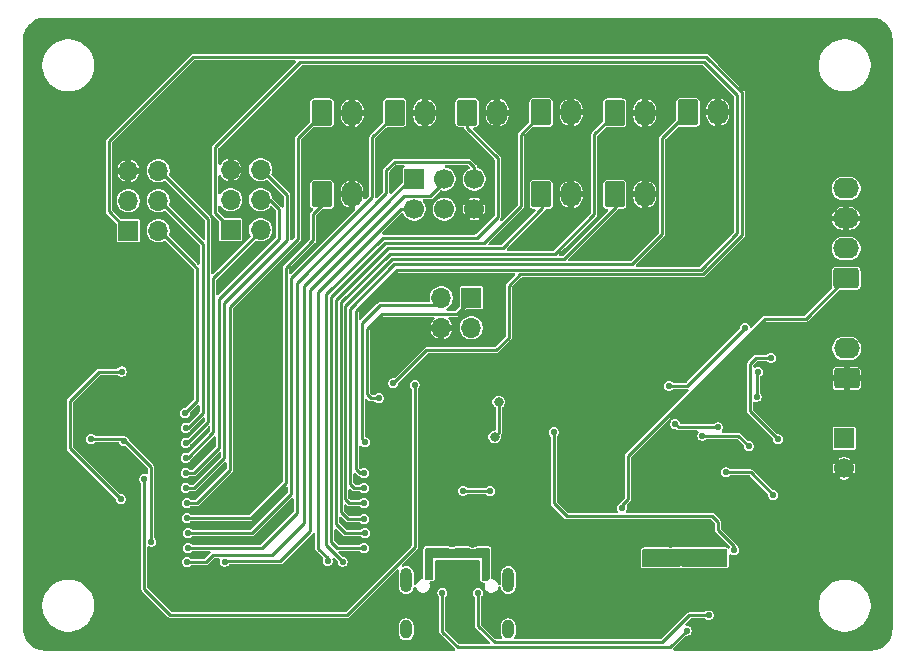
<source format=gbr>
%TF.GenerationSoftware,KiCad,Pcbnew,9.0.2-9.0.2-0~ubuntu24.04.1*%
%TF.CreationDate,2025-05-22T20:35:46+02:00*%
%TF.ProjectId,Pilot6Axis,50696c6f-7436-4417-9869-732e6b696361,rev?*%
%TF.SameCoordinates,Original*%
%TF.FileFunction,Copper,L2,Bot*%
%TF.FilePolarity,Positive*%
%FSLAX46Y46*%
G04 Gerber Fmt 4.6, Leading zero omitted, Abs format (unit mm)*
G04 Created by KiCad (PCBNEW 9.0.2-9.0.2-0~ubuntu24.04.1) date 2025-05-22 20:35:46*
%MOMM*%
%LPD*%
G01*
G04 APERTURE LIST*
G04 Aperture macros list*
%AMRoundRect*
0 Rectangle with rounded corners*
0 $1 Rounding radius*
0 $2 $3 $4 $5 $6 $7 $8 $9 X,Y pos of 4 corners*
0 Add a 4 corners polygon primitive as box body*
4,1,4,$2,$3,$4,$5,$6,$7,$8,$9,$2,$3,0*
0 Add four circle primitives for the rounded corners*
1,1,$1+$1,$2,$3*
1,1,$1+$1,$4,$5*
1,1,$1+$1,$6,$7*
1,1,$1+$1,$8,$9*
0 Add four rect primitives between the rounded corners*
20,1,$1+$1,$2,$3,$4,$5,0*
20,1,$1+$1,$4,$5,$6,$7,0*
20,1,$1+$1,$6,$7,$8,$9,0*
20,1,$1+$1,$8,$9,$2,$3,0*%
G04 Aperture macros list end*
%TA.AperFunction,ComponentPad*%
%ADD10R,1.700000X1.700000*%
%TD*%
%TA.AperFunction,ComponentPad*%
%ADD11O,1.700000X1.700000*%
%TD*%
%TA.AperFunction,HeatsinkPad*%
%ADD12O,1.000000X2.100000*%
%TD*%
%TA.AperFunction,HeatsinkPad*%
%ADD13O,1.000000X1.600000*%
%TD*%
%TA.AperFunction,ComponentPad*%
%ADD14RoundRect,0.250000X-0.620000X-0.845000X0.620000X-0.845000X0.620000X0.845000X-0.620000X0.845000X0*%
%TD*%
%TA.AperFunction,ComponentPad*%
%ADD15O,1.740000X2.190000*%
%TD*%
%TA.AperFunction,ComponentPad*%
%ADD16RoundRect,0.250000X0.845000X-0.620000X0.845000X0.620000X-0.845000X0.620000X-0.845000X-0.620000X0*%
%TD*%
%TA.AperFunction,ComponentPad*%
%ADD17O,2.190000X1.740000*%
%TD*%
%TA.AperFunction,ComponentPad*%
%ADD18C,1.700000*%
%TD*%
%TA.AperFunction,HeatsinkPad*%
%ADD19C,0.600000*%
%TD*%
%TA.AperFunction,ViaPad*%
%ADD20C,0.550000*%
%TD*%
%TA.AperFunction,ViaPad*%
%ADD21C,0.800000*%
%TD*%
%TA.AperFunction,Conductor*%
%ADD22C,0.254000*%
%TD*%
%TA.AperFunction,Conductor*%
%ADD23C,0.250000*%
%TD*%
G04 APERTURE END LIST*
D10*
%TO.P,J3,1,Pin_1*%
%TO.N,/MCU/JOYSTICK2_BTN*%
X124160000Y-89880000D03*
D11*
%TO.P,J3,2,Pin_2*%
%TO.N,/MCU/JOYSTICK2_Z*%
X126700000Y-89880000D03*
%TO.P,J3,3,Pin_3*%
%TO.N,+3.3V*%
X124160000Y-87340000D03*
%TO.P,J3,4,Pin_4*%
%TO.N,/MCU/JOYSTICK2_Y*%
X126700000Y-87340000D03*
%TO.P,J3,5,Pin_5*%
%TO.N,GND*%
X124160000Y-84800001D03*
%TO.P,J3,6,Pin_6*%
%TO.N,/MCU/JOYSTICK2_X*%
X126700000Y-84800000D03*
%TD*%
D12*
%TO.P,J2,S1,SHIELD*%
%TO.N,Net-(J2-SHIELD)*%
X147680000Y-119455000D03*
D13*
X147680000Y-123635000D03*
D12*
X156320000Y-119455000D03*
D13*
X156320000Y-123635000D03*
%TD*%
D14*
%TO.P,J7,1*%
%TO.N,/MCU/BTN2*%
X152851200Y-79880800D03*
D15*
%TO.P,J7,2*%
%TO.N,GND*%
X155391200Y-79880800D03*
%TD*%
D14*
%TO.P,J10,1*%
%TO.N,/MCU/BTN5*%
X159119999Y-86800002D03*
D15*
%TO.P,J10,2*%
%TO.N,GND*%
X161659999Y-86800002D03*
%TD*%
D16*
%TO.P,J15,1,Pin_1*%
%TO.N,/Power/VPOWER_ENABLE*%
X184931200Y-93920800D03*
D17*
%TO.P,J15,2,Pin_2*%
%TO.N,/PD/VCC_OUT*%
X184931200Y-91380800D03*
%TO.P,J15,3,Pin_3*%
%TO.N,GND*%
X184931200Y-88840800D03*
%TO.P,J15,4,Pin_4*%
%TO.N,Net-(J15-Pin_4)*%
X184931200Y-86300800D03*
%TD*%
D14*
%TO.P,J14,1*%
%TO.N,/MCU/BTN9*%
X140560000Y-79900000D03*
D15*
%TO.P,J14,2*%
%TO.N,GND*%
X143100000Y-79900000D03*
%TD*%
D14*
%TO.P,J6,1*%
%TO.N,/MCU/BTN1*%
X146701200Y-79890800D03*
D15*
%TO.P,J6,2*%
%TO.N,GND*%
X149241200Y-79890800D03*
%TD*%
D10*
%TO.P,J19,1,Pin_1*%
%TO.N,/MCU/JOYSTICK1_BTN*%
X132810000Y-89800000D03*
D11*
%TO.P,J19,2,Pin_2*%
%TO.N,/MCU/JOYSTICK1_Z*%
X135350000Y-89800000D03*
%TO.P,J19,3,Pin_3*%
%TO.N,+3.3V*%
X132810000Y-87260000D03*
%TO.P,J19,4,Pin_4*%
%TO.N,/MCU/JOYSTICK1_Y*%
X135350000Y-87260000D03*
%TO.P,J19,5,Pin_5*%
%TO.N,GND*%
X132810000Y-84720001D03*
%TO.P,J19,6,Pin_6*%
%TO.N,/MCU/JOYSTICK1_X*%
X135350000Y-84720000D03*
%TD*%
D14*
%TO.P,J12,1*%
%TO.N,/MCU/BTN7*%
X165329998Y-86800001D03*
D15*
%TO.P,J12,2*%
%TO.N,GND*%
X167869998Y-86800001D03*
%TD*%
D14*
%TO.P,J13,1*%
%TO.N,/MCU/BTN8*%
X171529999Y-79850800D03*
D15*
%TO.P,J13,2*%
%TO.N,GND*%
X174069999Y-79850800D03*
%TD*%
D10*
%TO.P,TH1,1*%
%TO.N,/PD/TS_1*%
X184761200Y-107455800D03*
D18*
%TO.P,TH1,2*%
%TO.N,GND*%
X184761200Y-109995800D03*
%TD*%
D10*
%TO.P,J5,1,Pin_1*%
%TO.N,/MCU/SCL*%
X153200000Y-95560000D03*
D11*
%TO.P,J5,2,Pin_2*%
%TO.N,/MCU/SDA*%
X150660000Y-95560000D03*
%TO.P,J5,3,Pin_3*%
%TO.N,+3.3V*%
X153200000Y-98100000D03*
%TO.P,J5,4,Pin_4*%
%TO.N,GND*%
X150660000Y-98100000D03*
%TD*%
D19*
%TO.P,U4,39,GND*%
%TO.N,GND*%
X133695000Y-108360000D03*
X133695000Y-109760000D03*
X134395000Y-107660000D03*
X134395000Y-109060000D03*
X134395000Y-110460000D03*
X135095000Y-108360000D03*
X135095000Y-109760000D03*
X135795000Y-107660000D03*
X135795000Y-109060000D03*
X135795000Y-110460000D03*
X136495000Y-108360000D03*
X136495000Y-109760000D03*
%TD*%
D16*
%TO.P,J1,1*%
%TO.N,GND*%
X184971200Y-102375800D03*
D17*
%TO.P,J1,2*%
%TO.N,/BAT+*%
X184971200Y-99835800D03*
%TD*%
D10*
%TO.P,J16,1,Pin_1*%
%TO.N,/MCU/MISO*%
X148361200Y-85510800D03*
D18*
%TO.P,J16,2,Pin_2*%
%TO.N,/MCU/CS*%
X148361200Y-88050800D03*
%TO.P,J16,3,Pin_3*%
%TO.N,/MCU/MOSI*%
X150901200Y-85510800D03*
%TO.P,J16,4,Pin_4*%
%TO.N,+3.3V*%
X150901200Y-88050800D03*
%TO.P,J16,5,Pin_5*%
%TO.N,/MCU/MCLK*%
X153441200Y-85510800D03*
%TO.P,J16,6,Pin_6*%
%TO.N,GND*%
X153441200Y-88050800D03*
%TD*%
D14*
%TO.P,J9,1*%
%TO.N,/MCU/BTN4*%
X159111200Y-79860800D03*
D15*
%TO.P,J9,2*%
%TO.N,GND*%
X161651200Y-79860800D03*
%TD*%
D14*
%TO.P,J11,1*%
%TO.N,/MCU/BTN6*%
X165329999Y-79900002D03*
D15*
%TO.P,J11,2*%
%TO.N,GND*%
X167869999Y-79900002D03*
%TD*%
D14*
%TO.P,J8,1*%
%TO.N,/MCU/BTN3*%
X140551200Y-86790800D03*
D15*
%TO.P,J8,2*%
%TO.N,GND*%
X143091200Y-86790800D03*
%TD*%
D20*
%TO.N,GND*%
X154361200Y-123084300D03*
X153161200Y-121330800D03*
%TO.N,+5V*%
X160161200Y-106930800D03*
X175461200Y-116930800D03*
%TO.N,+3.3V*%
X123500000Y-112600000D03*
X123600000Y-101800000D03*
%TO.N,/MCU/JOYSTICK1_Y*%
X129000000Y-110385000D03*
%TO.N,/MCU/JOYSTICK2_X*%
X129000000Y-107845000D03*
%TO.N,/MCU/IO0*%
X121000000Y-107500000D03*
X126102000Y-116200000D03*
X123800000Y-107700000D03*
%TO.N,GND*%
X168761200Y-81430800D03*
X118761200Y-83430800D03*
X140761200Y-83430800D03*
X140761200Y-89430800D03*
X122761200Y-95430800D03*
X150761200Y-111430800D03*
X124761200Y-97430800D03*
X116761200Y-95430800D03*
X118761200Y-117430800D03*
X148761200Y-123430800D03*
X153253840Y-109726639D03*
X118761200Y-89430800D03*
X156761200Y-83430800D03*
X170761200Y-83430800D03*
X132761200Y-123430800D03*
X156761200Y-77430800D03*
X164434380Y-113158800D03*
X116761200Y-87430800D03*
X186761200Y-79430800D03*
X161861200Y-107330800D03*
X138761200Y-79430800D03*
X176761200Y-73430800D03*
X178761200Y-73430800D03*
X162961200Y-103630800D03*
X186761200Y-119430800D03*
X172761200Y-91430800D03*
X170761200Y-73430800D03*
X132761200Y-113430800D03*
X116761200Y-107430800D03*
X134761200Y-83430800D03*
X163481200Y-117080800D03*
X146691200Y-119480800D03*
X118761200Y-99430800D03*
X152761200Y-89430800D03*
X148761200Y-73430800D03*
X124761200Y-77430800D03*
X164761200Y-121430800D03*
X172761200Y-77430800D03*
X164761200Y-123430800D03*
X124761200Y-81430800D03*
X154761200Y-77430800D03*
X180761200Y-123430800D03*
X176761200Y-91430800D03*
X174761200Y-87430800D03*
X175461200Y-114130800D03*
X184761200Y-115430800D03*
X148761200Y-77430800D03*
X153250000Y-110517677D03*
X172761200Y-83430800D03*
X162761200Y-81430800D03*
X184761200Y-79430800D03*
X120761200Y-113430800D03*
X186761200Y-113430800D03*
X142761200Y-83430800D03*
X158761200Y-115430800D03*
X175361200Y-102630800D03*
X186761200Y-109430800D03*
X184761200Y-95430800D03*
X122761200Y-121430800D03*
X162541200Y-117050800D03*
X144761200Y-79430800D03*
X182761200Y-91430800D03*
X118761200Y-109430800D03*
X174761200Y-81430800D03*
X128761200Y-97430800D03*
X178761200Y-77430800D03*
X136761200Y-81430800D03*
X178961200Y-104130800D03*
X130761200Y-73430800D03*
X136761200Y-73430800D03*
X174761200Y-75430800D03*
X162761200Y-121430800D03*
X118761200Y-79430800D03*
X180761200Y-93430800D03*
X120761200Y-95430800D03*
X156761200Y-81430800D03*
X182761200Y-81430800D03*
X182761200Y-109430800D03*
X170861200Y-115730800D03*
X170961200Y-118730800D03*
X164761200Y-91430800D03*
X126761200Y-75430800D03*
X154761200Y-81430800D03*
X186761200Y-105430800D03*
X180761200Y-81430800D03*
X160761200Y-81430800D03*
X120761200Y-85430800D03*
X174661200Y-115030800D03*
X130761200Y-87430800D03*
X120761200Y-83430800D03*
X174761200Y-83430800D03*
X146431200Y-123500800D03*
X132761200Y-73430800D03*
X118761200Y-97430800D03*
X148761200Y-95430800D03*
X186761200Y-107430800D03*
X120761200Y-87430800D03*
X176761200Y-81430800D03*
X150761200Y-79430800D03*
X138761200Y-77430800D03*
X182761200Y-115430800D03*
X124761200Y-123430800D03*
X158761200Y-83430800D03*
X158261200Y-112230800D03*
X120761200Y-73430800D03*
X118761200Y-101430800D03*
X172761200Y-73430800D03*
X169421200Y-110510800D03*
X152761200Y-77430800D03*
X142761200Y-77430800D03*
X116761200Y-119430800D03*
X170761200Y-91430800D03*
X168761200Y-83430800D03*
X146761200Y-73430800D03*
X178761200Y-81430800D03*
X120761200Y-81430800D03*
X120761200Y-97430800D03*
X179761200Y-105330800D03*
X130761200Y-85430800D03*
X186761200Y-93430800D03*
X184761200Y-83430800D03*
X164761200Y-119430800D03*
X176761200Y-93430800D03*
X166761200Y-73430800D03*
X172761200Y-111430800D03*
X186761200Y-101430800D03*
X174661200Y-113230800D03*
X136761200Y-101430800D03*
X178761200Y-93430800D03*
X182761200Y-83430800D03*
X116761200Y-77430800D03*
X162761200Y-73430800D03*
X144761200Y-121430800D03*
X128761200Y-73430800D03*
X150761200Y-109430800D03*
X134761200Y-81430800D03*
X144761200Y-73430800D03*
X162961200Y-102730800D03*
X180761200Y-121430800D03*
X186761200Y-81430800D03*
X146761200Y-101430800D03*
X175361200Y-103430800D03*
X146761200Y-83430800D03*
X168761200Y-73430800D03*
X130761200Y-77430800D03*
X178761200Y-121430800D03*
X134761200Y-101430800D03*
X162761200Y-77430800D03*
X128761200Y-93430800D03*
X158761200Y-73430800D03*
X158761200Y-101430800D03*
X166761200Y-119430800D03*
X182761200Y-89430800D03*
X116761200Y-79430800D03*
X174561200Y-103430800D03*
X124761200Y-73430800D03*
X176761200Y-87430800D03*
X182761200Y-79430800D03*
X164761200Y-83430800D03*
X126761200Y-93430800D03*
X134761200Y-103430800D03*
X162261200Y-113130800D03*
X160761200Y-73430800D03*
X174561200Y-107930800D03*
X116761200Y-89430800D03*
X138761200Y-73430800D03*
X126761200Y-83430800D03*
X116761200Y-113430800D03*
X123600000Y-114400000D03*
X150761200Y-73430800D03*
X116761200Y-123430800D03*
X136761200Y-83430800D03*
X116761200Y-81430800D03*
X118761200Y-95430800D03*
X116761200Y-101430800D03*
X176761200Y-123430800D03*
X128761200Y-119430800D03*
X162942479Y-106551598D03*
X142761200Y-123430800D03*
X116761200Y-97430800D03*
X178761200Y-79430800D03*
X146761200Y-85430800D03*
X123600000Y-116000000D03*
X118761200Y-87430800D03*
X174761200Y-73430800D03*
X116761200Y-105430800D03*
X180761200Y-75430800D03*
X169541200Y-112520800D03*
X116761200Y-83430800D03*
X182761200Y-85430800D03*
X140761200Y-123430800D03*
X122761200Y-77430800D03*
X124761200Y-121430800D03*
X178761200Y-75430800D03*
X158761200Y-103430800D03*
X166761200Y-91430800D03*
X186761200Y-95430800D03*
X156761200Y-79430800D03*
X175461200Y-114130800D03*
X160761200Y-83430800D03*
X150761200Y-81430800D03*
X176761200Y-83430800D03*
X178761200Y-123430800D03*
X142761200Y-73430800D03*
X161861200Y-109630800D03*
X130761200Y-79430800D03*
X180761200Y-73430800D03*
X130761200Y-123430800D03*
X182761200Y-101430800D03*
X128761200Y-83430800D03*
X126761200Y-73430800D03*
X160761200Y-77430800D03*
X153161200Y-123084300D03*
X120761200Y-93430800D03*
X170751200Y-111550800D03*
X154761200Y-95430800D03*
X148761200Y-83430800D03*
X180761200Y-79430800D03*
X158761200Y-99430800D03*
X156761200Y-115430800D03*
X136761200Y-97430800D03*
X116761200Y-103430800D03*
X126761200Y-81430800D03*
X169461200Y-118730800D03*
X182761200Y-107430800D03*
X186761200Y-85430800D03*
X168761200Y-77430800D03*
X172761200Y-81430800D03*
X164341200Y-117050800D03*
X126761200Y-95430800D03*
X172761200Y-87430800D03*
X161861200Y-108830800D03*
X186761200Y-97430800D03*
X174761200Y-93430800D03*
X162961200Y-104630800D03*
X186761200Y-115430800D03*
X136761200Y-103430800D03*
X184761200Y-81430800D03*
X126761200Y-91430800D03*
X136761200Y-105430800D03*
X186761200Y-103430800D03*
X180761200Y-83430800D03*
X182761200Y-117430800D03*
X154361200Y-121557300D03*
X130761200Y-83430800D03*
X120761200Y-89430800D03*
X144761200Y-77430800D03*
X142761200Y-81430800D03*
X118761200Y-113430800D03*
X176761200Y-75430800D03*
X176761200Y-77430800D03*
X140761200Y-81430800D03*
X168711200Y-112540800D03*
X140761200Y-77430800D03*
X166761200Y-81430800D03*
X184761200Y-97430800D03*
X128761200Y-95430800D03*
X174761200Y-123430800D03*
X172161200Y-96330800D03*
X184761200Y-117430800D03*
X184761200Y-113430800D03*
X126761200Y-79430800D03*
X158761200Y-123430800D03*
X120761200Y-91430800D03*
X170761200Y-87430800D03*
X153261200Y-109030800D03*
X182761200Y-113430800D03*
X132761200Y-111430800D03*
X134761200Y-123430800D03*
X134761200Y-105430800D03*
X175661200Y-109530800D03*
X168761200Y-121430800D03*
X156761200Y-113430800D03*
X146761200Y-81430800D03*
X136761200Y-123430800D03*
X120761200Y-79430800D03*
X170761200Y-77430800D03*
X173761200Y-102630800D03*
X162761200Y-119430800D03*
X168561200Y-110510800D03*
X146761200Y-77430800D03*
X116761200Y-109430800D03*
X167751200Y-110490800D03*
X118761200Y-85430800D03*
X180761200Y-77430800D03*
X134761200Y-111430800D03*
X168761200Y-123430800D03*
X174561200Y-102630800D03*
X128761200Y-85430800D03*
X174561200Y-104130800D03*
X118761200Y-93430800D03*
X122761200Y-79430800D03*
X176361200Y-115030800D03*
X173761200Y-103430800D03*
X130761200Y-113430800D03*
X146761200Y-121430800D03*
X166761200Y-77430800D03*
X124761200Y-91430800D03*
X153321184Y-116432371D03*
X116761200Y-73430800D03*
X136761200Y-79430800D03*
X150761200Y-77430800D03*
X182761200Y-105430800D03*
X178761200Y-83430800D03*
X128761200Y-123430800D03*
X136761200Y-93430800D03*
X151565033Y-116396189D03*
X132761200Y-77430800D03*
X186761200Y-89430800D03*
X162761200Y-83430800D03*
X176761200Y-79430800D03*
X116761200Y-117430800D03*
X122761200Y-97430800D03*
X180761200Y-99430800D03*
X186761200Y-87430800D03*
X174561200Y-108630800D03*
X134761200Y-95430800D03*
X173731200Y-104160800D03*
X186761200Y-117430800D03*
X138761200Y-117430800D03*
X122761200Y-99430800D03*
X154761200Y-85430800D03*
X171161200Y-96330800D03*
X160761200Y-119430800D03*
X182761200Y-73430800D03*
X118761200Y-91430800D03*
X164761200Y-77430800D03*
X152761200Y-83430800D03*
X118761200Y-81430800D03*
X120761200Y-99430800D03*
X128761200Y-79430800D03*
X128761200Y-77430800D03*
X176761200Y-121430800D03*
X174561200Y-109430800D03*
X138761200Y-123430800D03*
X134761200Y-73430800D03*
X182761200Y-119430800D03*
X116761200Y-99430800D03*
X124761200Y-93430800D03*
X186761200Y-73430800D03*
X116761200Y-115430800D03*
X124761200Y-99430800D03*
X122761200Y-73430800D03*
X124761200Y-83430800D03*
X120761200Y-119430800D03*
X170261200Y-96330800D03*
X122761200Y-119430800D03*
X116761200Y-111430800D03*
X128761200Y-81430800D03*
X156761200Y-101430800D03*
X116761200Y-85430800D03*
X148761200Y-81430800D03*
X124761200Y-75430800D03*
X186761200Y-83430800D03*
X136761200Y-95430800D03*
X172761200Y-123430800D03*
X116761200Y-93430800D03*
X182761200Y-97430800D03*
X154761200Y-101430800D03*
X176261200Y-113230800D03*
X160761200Y-123430800D03*
X158761200Y-77430800D03*
X134761200Y-77430800D03*
X150761200Y-83430800D03*
X175161200Y-98230800D03*
X175361200Y-104130800D03*
X170061200Y-116430800D03*
X156761200Y-73430800D03*
X166761200Y-83430800D03*
X164761200Y-73430800D03*
X165111200Y-117040800D03*
X126761200Y-119430800D03*
X152500000Y-114200000D03*
X140761200Y-73430800D03*
X160761200Y-121430800D03*
X122761200Y-75430800D03*
X154761200Y-73430800D03*
X132761200Y-79430800D03*
X144761200Y-123430800D03*
X130761200Y-81430800D03*
X161864210Y-108067626D03*
X126761200Y-123430800D03*
X162761200Y-123430800D03*
X162961200Y-105630800D03*
X186761200Y-99430800D03*
X154761200Y-87430800D03*
X169161200Y-96330800D03*
X132761200Y-83430800D03*
X126761200Y-99430800D03*
X122761200Y-123430800D03*
X116761200Y-91430800D03*
X152761200Y-73430800D03*
X148761200Y-121430800D03*
X134761200Y-97430800D03*
%TO.N,/MCU/JOYSTICK1_Z*%
X129000000Y-109115000D03*
%TO.N,/MCU/JOYSTICK1_X*%
X129000000Y-111655000D03*
%TO.N,/MCU/JOYSTICK2_BTN*%
X146600000Y-102800000D03*
%TO.N,/MCU/JOYSTICK1_BTN*%
X144100000Y-110385000D03*
%TO.N,/MCU/SCL*%
X145345000Y-104035000D03*
%TO.N,/MCU/SDA*%
X144200000Y-107800000D03*
%TO.N,/MCU/JOYSTICK2_Y*%
X129000000Y-106575000D03*
%TO.N,/MCU/JOYSTICK2_Z*%
X128949000Y-105305000D03*
%TO.N,/USB/RTS*%
X148403137Y-102918001D03*
X125500000Y-110900000D03*
D21*
%TO.N,Net-(U3-~{RST})*%
X155163174Y-107330780D03*
X155503751Y-104366001D03*
D20*
%TO.N,/MCU/BTN5*%
X144200000Y-115465000D03*
%TO.N,/MCU/BTN3*%
X129100000Y-114195000D03*
%TO.N,/MCU/BTN6*%
X144100000Y-114300000D03*
%TO.N,/MCU/BTN9*%
X129100000Y-112925000D03*
%TO.N,/MCU/BTN8*%
X144100000Y-111655000D03*
%TO.N,/MCU/MOSI*%
X132300000Y-117900000D03*
%TO.N,/MCU/BTN1*%
X129200000Y-115465000D03*
%TO.N,/MCU/BTN2*%
X142300000Y-117900000D03*
%TO.N,/MCU/BTN7*%
X144100000Y-112925000D03*
%TO.N,/MCU/CS*%
X141021200Y-117860800D03*
%TO.N,/MCU/MCLK*%
X129200000Y-116735000D03*
%TO.N,/MCU/BTN4*%
X144100000Y-116735000D03*
%TO.N,/MCU/MISO*%
X129121200Y-117940800D03*
%TO.N,/PD/VBUS*%
X168761200Y-118030800D03*
X152500000Y-111900000D03*
X154461200Y-117730800D03*
X154761200Y-111930800D03*
X149661200Y-117830800D03*
X167961200Y-118030800D03*
X173751200Y-117890800D03*
X173781200Y-117170800D03*
X167961200Y-117230800D03*
X149661200Y-117130800D03*
X168861200Y-117230800D03*
X174491200Y-117920800D03*
X174481200Y-117150800D03*
X154461200Y-117030800D03*
%TO.N,/PD/LDO_3V3*%
X178761200Y-112250800D03*
X174741200Y-110330800D03*
%TO.N,/PD/CC2*%
X173281200Y-122430800D03*
X153750000Y-120530800D03*
%TO.N,/PD/CC1*%
X171421200Y-123730800D03*
X150750000Y-120530800D03*
%TO.N,/PD/BTST1*%
X174061200Y-106530800D03*
X170461200Y-106230800D03*
%TO.N,/PD/SW2*%
X169936200Y-103005800D03*
X176361200Y-98130800D03*
%TO.N,/PD/STAT_1*%
X172761200Y-107230800D03*
X176687760Y-108105800D03*
%TO.N,/Power/VPOWER_ENABLE*%
X165961200Y-113330800D03*
%TO.N,/PD/ILIM_HIZ*%
X179161200Y-107530800D03*
X178561200Y-100630800D03*
%TO.N,/PD/TS_1*%
X177361200Y-103930800D03*
X177461200Y-101830800D03*
%TD*%
D22*
%TO.N,/PD/CC1*%
X150750000Y-120530800D02*
X150750000Y-123819600D01*
X150750000Y-123819600D02*
X152071200Y-125140800D01*
X152071200Y-125140800D02*
X170011200Y-125140800D01*
X170011200Y-125140800D02*
X171421200Y-123730800D01*
%TO.N,/PD/CC2*%
X153750000Y-120530800D02*
X153750000Y-123319600D01*
X155161200Y-124730800D02*
X169361200Y-124730800D01*
X171661200Y-122430800D02*
X173281200Y-122430800D01*
X153750000Y-123319600D02*
X155161200Y-124730800D01*
X169361200Y-124730800D02*
X171661200Y-122430800D01*
D23*
%TO.N,+5V*%
X175461200Y-116930800D02*
X175461200Y-116610032D01*
X175461200Y-116610032D02*
X174110200Y-115259032D01*
X173561200Y-114030800D02*
X161261200Y-114030800D01*
X174110200Y-115259032D02*
X174110200Y-114579800D01*
X174110200Y-114579800D02*
X173561200Y-114030800D01*
X161261200Y-114030800D02*
X160161200Y-112930800D01*
X160161200Y-112930800D02*
X160161200Y-106930800D01*
D22*
%TO.N,+3.3V*%
X121700000Y-101800000D02*
X119200000Y-104300000D01*
X119200000Y-108300000D02*
X123500000Y-112600000D01*
X119200000Y-104300000D02*
X119200000Y-108300000D01*
X123600000Y-101800000D02*
X121700000Y-101800000D01*
%TO.N,/MCU/JOYSTICK1_Y*%
X136900000Y-90600000D02*
X131816000Y-95684000D01*
X131816000Y-108284000D02*
X129715000Y-110385000D01*
X131816000Y-95684000D02*
X131816000Y-108284000D01*
X136900000Y-88000000D02*
X136900000Y-90600000D01*
X136160000Y-87260000D02*
X136900000Y-88000000D01*
X129715000Y-110385000D02*
X129000000Y-110385000D01*
X135450000Y-87260000D02*
X136160000Y-87260000D01*
%TO.N,/MCU/JOYSTICK2_X*%
X130908000Y-106092000D02*
X130908000Y-88908000D01*
X130908000Y-88908000D02*
X126800000Y-84800000D01*
X129000000Y-107845000D02*
X129155000Y-107845000D01*
X129155000Y-107845000D02*
X130908000Y-106092000D01*
%TO.N,/MCU/IO0*%
X126102000Y-109902000D02*
X126102000Y-116200000D01*
X123900000Y-107700000D02*
X126102000Y-109902000D01*
X123800000Y-107700000D02*
X123900000Y-107700000D01*
X123800000Y-107700000D02*
X123600000Y-107500000D01*
X123600000Y-107500000D02*
X121000000Y-107500000D01*
%TO.N,/MCU/JOYSTICK1_Z*%
X131362000Y-93888000D02*
X135450000Y-89800000D01*
X131362000Y-106938000D02*
X131362000Y-93888000D01*
X129185000Y-109115000D02*
X131362000Y-106938000D01*
X129000000Y-109115000D02*
X129185000Y-109115000D01*
%TO.N,/MCU/JOYSTICK1_X*%
X137600000Y-86870000D02*
X135450000Y-84720000D01*
X137600000Y-90692000D02*
X137600000Y-86870000D01*
X132270000Y-96022000D02*
X137600000Y-90692000D01*
X129745000Y-111655000D02*
X132270000Y-109130000D01*
X129000000Y-111655000D02*
X129745000Y-111655000D01*
X132270000Y-109130000D02*
X132270000Y-96022000D01*
%TO.N,/MCU/JOYSTICK2_BTN*%
X146600000Y-102800000D02*
X149400000Y-100000000D01*
X149400000Y-100000000D02*
X155292000Y-100000000D01*
X172780229Y-93560001D02*
X176101200Y-90239030D01*
X155292000Y-100000000D02*
X156361200Y-98930800D01*
X129654000Y-75146000D02*
X122500000Y-82300000D01*
X156361200Y-98930800D02*
X156361200Y-94530800D01*
X176101200Y-90239030D02*
X176101200Y-78159147D01*
X122500000Y-88220000D02*
X124160000Y-89880000D01*
X156361200Y-94530800D02*
X157331999Y-93560001D01*
X176101200Y-78159147D02*
X173088053Y-75146000D01*
X173088053Y-75146000D02*
X129654000Y-75146000D01*
X122500000Y-82300000D02*
X122500000Y-88220000D01*
X157331999Y-93560001D02*
X172780229Y-93560001D01*
%TO.N,/MCU/JOYSTICK1_BTN*%
X131511200Y-82788800D02*
X138700000Y-75600000D01*
X132910000Y-89800000D02*
X131511200Y-88401200D01*
X143735400Y-110385000D02*
X144100000Y-110385000D01*
X146884000Y-93178000D02*
X143421200Y-96640800D01*
X143421200Y-110070800D02*
X143735400Y-110385000D01*
X172622000Y-93178000D02*
X146884000Y-93178000D01*
X172900000Y-75600000D02*
X175691200Y-78391200D01*
X138700000Y-75600000D02*
X172900000Y-75600000D01*
X131511200Y-88401200D02*
X131511200Y-82788800D01*
X175691200Y-90108800D02*
X172622000Y-93178000D01*
X175691200Y-78391200D02*
X175691200Y-90108800D01*
X143421200Y-96640800D02*
X143421200Y-110070800D01*
%TO.N,/MCU/SCL*%
X145345000Y-104035000D02*
X145299200Y-104080800D01*
X144321200Y-98178800D02*
X145600000Y-96900000D01*
X145600000Y-96900000D02*
X151960000Y-96900000D01*
X145299200Y-104080800D02*
X144688200Y-104080800D01*
X144688200Y-104080800D02*
X144321200Y-103713800D01*
X151960000Y-96900000D02*
X153300000Y-95560000D01*
X144321200Y-103713800D02*
X144321200Y-98178800D01*
%TO.N,/MCU/SDA*%
X143901200Y-104232061D02*
X143898200Y-104229061D01*
X144245000Y-107845000D02*
X143901200Y-107501200D01*
X150120000Y-96200000D02*
X150760000Y-95560000D01*
X143901200Y-107501200D02*
X143901200Y-104232061D01*
X143898200Y-103770939D02*
X143901200Y-103767939D01*
X145432000Y-96200000D02*
X150120000Y-96200000D01*
X143901200Y-97730800D02*
X145432000Y-96200000D01*
X143898200Y-104229061D02*
X143898200Y-103770939D01*
X143901200Y-103767939D02*
X143901200Y-97730800D01*
%TO.N,/MCU/JOYSTICK2_Y*%
X129000000Y-106575000D02*
X129225000Y-106575000D01*
X129225000Y-106575000D02*
X130454000Y-105346000D01*
X130454000Y-90994000D02*
X126800000Y-87340000D01*
X130454000Y-105346000D02*
X130454000Y-90994000D01*
%TO.N,/MCU/JOYSTICK2_Z*%
X129720000Y-92800000D02*
X129560000Y-92640000D01*
X130000000Y-104254000D02*
X130000000Y-93080000D01*
X128949000Y-105305000D02*
X130000000Y-104254000D01*
X130000000Y-93080000D02*
X129720000Y-92800000D01*
X129720000Y-92800000D02*
X126800000Y-89880000D01*
%TO.N,/USB/RTS*%
X148403137Y-116696863D02*
X148403137Y-102918001D01*
X142700000Y-122400000D02*
X148403137Y-116696863D01*
X127700000Y-122400000D02*
X142700000Y-122400000D01*
X125500000Y-110900000D02*
X125500000Y-120200000D01*
X125500000Y-120200000D02*
X127700000Y-122400000D01*
D23*
%TO.N,Net-(U3-~{RST})*%
X155561200Y-104423450D02*
X155561200Y-106932754D01*
X155561200Y-106932754D02*
X155163174Y-107330780D01*
X155503751Y-104366001D02*
X155561200Y-104423450D01*
D22*
%TO.N,/MCU/BTN5*%
X155838000Y-91362000D02*
X146130000Y-91362000D01*
X141751200Y-95740800D02*
X141751200Y-114730800D01*
X159219999Y-87980001D02*
X155838000Y-91362000D01*
X146130000Y-91362000D02*
X141751200Y-95740800D01*
X144195800Y-115460800D02*
X144200000Y-115465000D01*
X159219999Y-86800002D02*
X159219999Y-87980001D01*
X141751200Y-114730800D02*
X142481200Y-115460800D01*
X142481200Y-115460800D02*
X144195800Y-115460800D01*
%TO.N,/MCU/BTN3*%
X137500000Y-111209000D02*
X134514000Y-114195000D01*
X140551200Y-86790800D02*
X140551200Y-87710800D01*
X134514000Y-114195000D02*
X129100000Y-114195000D01*
X140551200Y-87710800D02*
X139811200Y-88450800D01*
X137500000Y-93002000D02*
X137500000Y-111209000D01*
X139811200Y-88450800D02*
X139811200Y-90690800D01*
X139811200Y-90690800D02*
X137500000Y-93002000D01*
%TO.N,/MCU/BTN6*%
X142149199Y-95952801D02*
X142149199Y-113678799D01*
X163600000Y-81730001D02*
X163600000Y-88500000D01*
X160284000Y-91816000D02*
X146286000Y-91816000D01*
X165429999Y-79900002D02*
X163600000Y-81730001D01*
X146286000Y-91816000D02*
X142149199Y-95952801D01*
X163600000Y-88500000D02*
X160284000Y-91816000D01*
X142770400Y-114300000D02*
X144100000Y-114300000D01*
X142149199Y-113678799D02*
X142770400Y-114300000D01*
%TO.N,/MCU/BTN9*%
X138500000Y-82060000D02*
X138500000Y-90592000D01*
X140660000Y-79900000D02*
X138500000Y-82060000D01*
X138500000Y-90592000D02*
X132724000Y-96368000D01*
X132724000Y-110176000D02*
X129975000Y-112925000D01*
X132724000Y-96368000D02*
X132724000Y-110176000D01*
X129975000Y-112925000D02*
X129100000Y-112925000D01*
%TO.N,/MCU/BTN8*%
X142941200Y-111341200D02*
X142941200Y-96470800D01*
X142941200Y-96470800D02*
X146688000Y-92724000D01*
X169361200Y-90138800D02*
X169361200Y-82019599D01*
X166776000Y-92724000D02*
X169361200Y-90138800D01*
X169361200Y-82019599D02*
X171529999Y-79850800D01*
X146688000Y-92724000D02*
X166776000Y-92724000D01*
X144100000Y-111655000D02*
X143255000Y-111655000D01*
X143255000Y-111655000D02*
X142941200Y-111341200D01*
%TO.N,/MCU/MOSI*%
X139571200Y-94890800D02*
X147521200Y-86940800D01*
X139571200Y-115320800D02*
X139571200Y-94890800D01*
X132339200Y-117860800D02*
X137031200Y-117860800D01*
X147521200Y-86940800D02*
X149701200Y-86940800D01*
X137031200Y-117860800D02*
X139571200Y-115320800D01*
X150901200Y-85740800D02*
X150901200Y-85510800D01*
X149701200Y-86940800D02*
X150901200Y-85740800D01*
X132250000Y-117950000D02*
X132339200Y-117860800D01*
%TO.N,/MCU/BTN1*%
X144791200Y-87040800D02*
X144791200Y-81978800D01*
X134635000Y-115465000D02*
X137954000Y-112146000D01*
X129200000Y-115465000D02*
X134635000Y-115465000D01*
X137954000Y-93878000D02*
X144791200Y-87040800D01*
X137954000Y-112146000D02*
X137954000Y-93878000D01*
X144791200Y-81978800D02*
X146869999Y-79900001D01*
%TO.N,/MCU/BTN2*%
X145688000Y-90454000D02*
X153678000Y-90454000D01*
X155431200Y-83720800D02*
X152851200Y-81140800D01*
X140901200Y-95240800D02*
X145688000Y-90454000D01*
X140901200Y-116501200D02*
X140901200Y-95240800D01*
X152401200Y-80330800D02*
X152851200Y-79880800D01*
X155431200Y-88700800D02*
X155431200Y-83720800D01*
X152851200Y-81140800D02*
X152851200Y-79880800D01*
X153678000Y-90454000D02*
X155431200Y-88700800D01*
X142300000Y-117900000D02*
X140901200Y-116501200D01*
%TO.N,/MCU/BTN7*%
X165429998Y-86800001D02*
X165429998Y-87895001D01*
X142825000Y-112925000D02*
X144100000Y-112925000D01*
X165429998Y-87895001D02*
X161054999Y-92270000D01*
X146502000Y-92270000D02*
X142531200Y-96240800D01*
X142531200Y-96240800D02*
X142531200Y-112631200D01*
X142531200Y-112631200D02*
X142825000Y-112925000D01*
X161054999Y-92270000D02*
X146502000Y-92270000D01*
D23*
%TO.N,/MCU/CS*%
X147251200Y-88050800D02*
X148591200Y-88050800D01*
X140251200Y-95050800D02*
X147251200Y-88050800D01*
X140251200Y-116790800D02*
X140251200Y-95050800D01*
X141021200Y-117860800D02*
X141021200Y-117560800D01*
X141021200Y-117560800D02*
X140251200Y-116790800D01*
D22*
%TO.N,/MCU/MCLK*%
X138408000Y-113774000D02*
X135447000Y-116735000D01*
X146001200Y-84730800D02*
X146001200Y-86670800D01*
X152981200Y-84040800D02*
X146691200Y-84040800D01*
X146001200Y-86670800D02*
X138408000Y-94264000D01*
X135447000Y-116735000D02*
X129200000Y-116735000D01*
X153441200Y-84500800D02*
X152981200Y-84040800D01*
X146691200Y-84040800D02*
X146001200Y-84730800D01*
X138408000Y-94264000D02*
X138408000Y-113774000D01*
X153441200Y-85510800D02*
X153441200Y-84500800D01*
%TO.N,/MCU/BTN4*%
X157400000Y-87800000D02*
X154292000Y-90908000D01*
X141835000Y-116735000D02*
X144100000Y-116735000D01*
X154292000Y-90908000D02*
X145914000Y-90908000D01*
X145914000Y-90908000D02*
X141351200Y-95470800D01*
X157400000Y-81740001D02*
X157400000Y-87800000D01*
X159111200Y-80028801D02*
X157400000Y-81740001D01*
X141351200Y-95470800D02*
X141351200Y-116251200D01*
X159111200Y-79860800D02*
X159111200Y-80028801D01*
X141351200Y-116251200D02*
X141835000Y-116735000D01*
D23*
%TO.N,/MCU/MISO*%
X129121200Y-117940800D02*
X130721200Y-117940800D01*
X139011200Y-114600800D02*
X139011200Y-94520800D01*
X146121200Y-87410800D02*
X146121200Y-87380800D01*
X146036200Y-87495800D02*
X146121200Y-87410800D01*
X136291200Y-117320800D02*
X139011200Y-114600800D01*
X131341200Y-117320800D02*
X136291200Y-117320800D01*
X139011200Y-94520800D02*
X146036200Y-87495800D01*
X130721200Y-117940800D02*
X131341200Y-117320800D01*
X148021200Y-85510800D02*
X148361200Y-85510800D01*
X146036200Y-87495800D02*
X148021200Y-85510800D01*
D22*
%TO.N,/PD/VBUS*%
X152500000Y-111900000D02*
X154730400Y-111900000D01*
X154730400Y-111900000D02*
X154761200Y-111930800D01*
D23*
%TO.N,/PD/LDO_3V3*%
X176841200Y-110330800D02*
X178761200Y-112250800D01*
X174741200Y-110330800D02*
X176841200Y-110330800D01*
%TO.N,/PD/BTST1*%
X174061200Y-106530800D02*
X170761200Y-106530800D01*
X170761200Y-106530800D02*
X170461200Y-106230800D01*
D22*
%TO.N,/PD/SW2*%
X171486200Y-103005800D02*
X176361200Y-98130800D01*
X169936200Y-103005800D02*
X171486200Y-103005800D01*
D23*
%TO.N,/PD/STAT_1*%
X175812760Y-107230800D02*
X176687760Y-108105800D01*
X172761200Y-107230800D02*
X175812760Y-107230800D01*
%TO.N,/Power/VPOWER_ENABLE*%
X181521200Y-97330800D02*
X184931200Y-93920800D01*
X166461200Y-108930800D02*
X178061200Y-97330800D01*
X178061200Y-97330800D02*
X181521200Y-97330800D01*
X165961200Y-113330800D02*
X165961200Y-113130800D01*
X165961200Y-113130800D02*
X166461200Y-112630800D01*
X166461200Y-112630800D02*
X166461200Y-108930800D01*
%TO.N,/PD/ILIM_HIZ*%
X178561200Y-100630800D02*
X177301200Y-100630800D01*
X177301200Y-100630800D02*
X176810200Y-101121800D01*
X176810200Y-101121800D02*
X176810200Y-105179800D01*
X176810200Y-105179800D02*
X179161200Y-107530800D01*
%TO.N,/PD/TS_1*%
X177361200Y-101930800D02*
X177461200Y-101830800D01*
X177361200Y-103930800D02*
X177361200Y-101930800D01*
%TD*%
%TA.AperFunction,Conductor*%
%TO.N,GND*%
G36*
X147503198Y-84314985D02*
G01*
X147548953Y-84367789D01*
X147558897Y-84436947D01*
X147529872Y-84500503D01*
X147471094Y-84538277D01*
X147461753Y-84540572D01*
X147461452Y-84540697D01*
X147419277Y-84568877D01*
X147391098Y-84611050D01*
X147383700Y-84648241D01*
X147383700Y-85739848D01*
X147364015Y-85806887D01*
X147347381Y-85827529D01*
X146467381Y-86707529D01*
X146406058Y-86741014D01*
X146336366Y-86736030D01*
X146280433Y-86694158D01*
X146256016Y-86628694D01*
X146255700Y-86619848D01*
X146255700Y-84887579D01*
X146275385Y-84820540D01*
X146292019Y-84799898D01*
X146760298Y-84331619D01*
X146821621Y-84298134D01*
X146847979Y-84295300D01*
X147436159Y-84295300D01*
X147503198Y-84314985D01*
G37*
%TD.AperFunction*%
%TA.AperFunction,Conductor*%
G36*
X187065243Y-71831565D02*
G01*
X187287990Y-71846164D01*
X187304048Y-71848279D01*
X187490075Y-71885282D01*
X187518971Y-71891030D01*
X187534638Y-71895228D01*
X187687769Y-71947209D01*
X187742144Y-71965667D01*
X187757121Y-71971870D01*
X187947991Y-72065996D01*
X187953660Y-72068792D01*
X187967708Y-72076902D01*
X188149912Y-72198648D01*
X188162773Y-72208516D01*
X188267695Y-72300530D01*
X188327528Y-72353002D01*
X188338997Y-72364471D01*
X188449360Y-72490317D01*
X188483480Y-72529223D01*
X188493354Y-72542091D01*
X188615097Y-72724292D01*
X188623207Y-72738339D01*
X188720126Y-72934871D01*
X188726333Y-72949857D01*
X188796771Y-73157361D01*
X188800969Y-73173028D01*
X188843718Y-73387940D01*
X188845836Y-73404021D01*
X188860435Y-73626756D01*
X188860700Y-73634866D01*
X188860700Y-123590878D01*
X188860699Y-123590881D01*
X188860699Y-123600533D01*
X188860699Y-123606808D01*
X188860699Y-123626700D01*
X188860434Y-123634807D01*
X188845840Y-123857538D01*
X188843723Y-123873620D01*
X188800975Y-124088546D01*
X188796777Y-124104213D01*
X188726344Y-124311715D01*
X188720137Y-124326701D01*
X188623220Y-124523237D01*
X188615110Y-124537284D01*
X188493363Y-124719496D01*
X188483491Y-124732361D01*
X188427414Y-124796307D01*
X188339013Y-124897112D01*
X188327544Y-124908581D01*
X188162787Y-125053072D01*
X188149925Y-125062941D01*
X187967720Y-125184691D01*
X187953672Y-125192801D01*
X187757135Y-125289723D01*
X187742150Y-125295930D01*
X187534646Y-125366369D01*
X187518979Y-125370567D01*
X187304062Y-125413318D01*
X187287980Y-125415436D01*
X187065243Y-125430035D01*
X187057133Y-125430300D01*
X170380980Y-125430300D01*
X170313941Y-125410615D01*
X170268186Y-125357811D01*
X170258242Y-125288653D01*
X170287267Y-125225097D01*
X170293299Y-125218619D01*
X171319297Y-124192619D01*
X171380620Y-124159134D01*
X171406978Y-124156300D01*
X171477216Y-124156300D01*
X171477218Y-124156300D01*
X171585437Y-124127303D01*
X171682463Y-124071285D01*
X171761685Y-123992063D01*
X171817703Y-123895037D01*
X171846700Y-123786818D01*
X171846700Y-123674782D01*
X171817703Y-123566563D01*
X171761685Y-123469537D01*
X171682463Y-123390315D01*
X171585437Y-123334297D01*
X171477218Y-123305300D01*
X171445979Y-123305300D01*
X171378940Y-123285615D01*
X171333185Y-123232811D01*
X171323241Y-123163653D01*
X171352266Y-123100097D01*
X171358298Y-123093619D01*
X171730298Y-122721619D01*
X171791621Y-122688134D01*
X171817979Y-122685300D01*
X172882590Y-122685300D01*
X172949629Y-122704985D01*
X172970271Y-122721619D01*
X173019937Y-122771285D01*
X173116963Y-122827303D01*
X173225182Y-122856300D01*
X173225184Y-122856300D01*
X173337216Y-122856300D01*
X173337218Y-122856300D01*
X173445437Y-122827303D01*
X173542463Y-122771285D01*
X173621685Y-122692063D01*
X173677703Y-122595037D01*
X173706700Y-122486818D01*
X173706700Y-122374782D01*
X173677703Y-122266563D01*
X173621685Y-122169537D01*
X173542463Y-122090315D01*
X173445437Y-122034297D01*
X173337218Y-122005300D01*
X173225182Y-122005300D01*
X173116963Y-122034297D01*
X173116960Y-122034298D01*
X173019940Y-122090313D01*
X173019934Y-122090317D01*
X172970271Y-122139981D01*
X172908948Y-122173466D01*
X172882590Y-122176300D01*
X171610577Y-122176300D01*
X171610575Y-122176300D01*
X171610573Y-122176301D01*
X171517039Y-122215042D01*
X171517037Y-122215044D01*
X169292101Y-124439981D01*
X169230778Y-124473466D01*
X169204420Y-124476300D01*
X156944991Y-124476300D01*
X156877952Y-124456615D01*
X156832197Y-124403811D01*
X156822253Y-124334653D01*
X156841889Y-124283409D01*
X156876079Y-124232239D01*
X156876079Y-124232238D01*
X156876083Y-124232233D01*
X156923385Y-124118035D01*
X156932685Y-124071282D01*
X156947500Y-123996805D01*
X156947500Y-123273194D01*
X156923386Y-123151970D01*
X156923385Y-123151969D01*
X156923385Y-123151965D01*
X156901901Y-123100097D01*
X156876086Y-123037773D01*
X156876079Y-123037760D01*
X156807411Y-122934992D01*
X156807408Y-122934988D01*
X156720011Y-122847591D01*
X156720007Y-122847588D01*
X156617239Y-122778920D01*
X156617226Y-122778913D01*
X156503039Y-122731616D01*
X156503029Y-122731613D01*
X156381805Y-122707500D01*
X156381803Y-122707500D01*
X156258197Y-122707500D01*
X156258195Y-122707500D01*
X156136970Y-122731613D01*
X156136960Y-122731616D01*
X156022773Y-122778913D01*
X156022760Y-122778920D01*
X155919992Y-122847588D01*
X155919988Y-122847591D01*
X155832591Y-122934988D01*
X155832588Y-122934992D01*
X155763920Y-123037760D01*
X155763913Y-123037773D01*
X155716616Y-123151960D01*
X155716613Y-123151970D01*
X155692500Y-123273194D01*
X155692500Y-123273197D01*
X155692500Y-123996803D01*
X155692500Y-123996805D01*
X155692499Y-123996805D01*
X155716613Y-124118029D01*
X155716616Y-124118039D01*
X155763913Y-124232226D01*
X155763920Y-124232239D01*
X155798111Y-124283409D01*
X155818989Y-124350087D01*
X155800504Y-124417467D01*
X155748525Y-124464157D01*
X155695009Y-124476300D01*
X155317979Y-124476300D01*
X155250940Y-124456615D01*
X155230298Y-124439981D01*
X154040819Y-123250501D01*
X154007334Y-123189178D01*
X154004500Y-123162820D01*
X154004500Y-121486578D01*
X182610700Y-121486578D01*
X182610700Y-121775021D01*
X182610701Y-121775038D01*
X182648349Y-122061006D01*
X182648350Y-122061011D01*
X182648351Y-122061017D01*
X182689623Y-122215045D01*
X182723009Y-122339644D01*
X182723014Y-122339660D01*
X182833391Y-122606136D01*
X182833399Y-122606152D01*
X182977620Y-122855948D01*
X182977631Y-122855964D01*
X183153224Y-123084802D01*
X183153230Y-123084809D01*
X183357190Y-123288769D01*
X183357197Y-123288775D01*
X183463346Y-123370226D01*
X183586044Y-123464375D01*
X183586051Y-123464379D01*
X183835847Y-123608600D01*
X183835863Y-123608608D01*
X184102339Y-123718985D01*
X184102345Y-123718986D01*
X184102355Y-123718991D01*
X184380983Y-123793649D01*
X184666972Y-123831300D01*
X184666979Y-123831300D01*
X184955421Y-123831300D01*
X184955428Y-123831300D01*
X185241417Y-123793649D01*
X185520045Y-123718991D01*
X185520057Y-123718985D01*
X185520060Y-123718985D01*
X185786536Y-123608608D01*
X185786539Y-123608606D01*
X185786545Y-123608604D01*
X186036356Y-123464375D01*
X186265204Y-123288774D01*
X186469174Y-123084804D01*
X186644775Y-122855956D01*
X186779942Y-122621839D01*
X186789000Y-122606152D01*
X186789008Y-122606136D01*
X186899385Y-122339660D01*
X186899385Y-122339657D01*
X186899391Y-122339645D01*
X186974049Y-122061017D01*
X187011700Y-121775028D01*
X187011700Y-121486572D01*
X186974049Y-121200583D01*
X186899391Y-120921955D01*
X186899386Y-120921945D01*
X186899385Y-120921939D01*
X186789008Y-120655463D01*
X186789000Y-120655447D01*
X186644779Y-120405651D01*
X186644775Y-120405644D01*
X186479549Y-120190317D01*
X186469175Y-120176797D01*
X186469169Y-120176790D01*
X186265209Y-119972830D01*
X186265202Y-119972824D01*
X186036364Y-119797231D01*
X186036362Y-119797229D01*
X186036356Y-119797225D01*
X186036351Y-119797222D01*
X186036348Y-119797220D01*
X185786552Y-119652999D01*
X185786536Y-119652991D01*
X185520060Y-119542614D01*
X185520048Y-119542610D01*
X185520045Y-119542609D01*
X185241417Y-119467951D01*
X185241411Y-119467950D01*
X185241406Y-119467949D01*
X184955438Y-119430301D01*
X184955433Y-119430300D01*
X184955428Y-119430300D01*
X184666972Y-119430300D01*
X184666966Y-119430300D01*
X184666961Y-119430301D01*
X184380993Y-119467949D01*
X184380986Y-119467950D01*
X184380983Y-119467951D01*
X184187741Y-119519730D01*
X184102355Y-119542609D01*
X184102339Y-119542614D01*
X183835863Y-119652991D01*
X183835847Y-119652999D01*
X183586051Y-119797220D01*
X183586035Y-119797231D01*
X183357197Y-119972824D01*
X183357190Y-119972830D01*
X183153230Y-120176790D01*
X183153224Y-120176797D01*
X182977631Y-120405635D01*
X182977620Y-120405651D01*
X182833399Y-120655447D01*
X182833391Y-120655463D01*
X182723014Y-120921939D01*
X182723009Y-120921955D01*
X182688065Y-121052370D01*
X182648352Y-121200580D01*
X182648349Y-121200593D01*
X182610701Y-121486561D01*
X182610700Y-121486578D01*
X154004500Y-121486578D01*
X154004500Y-120929410D01*
X154024185Y-120862371D01*
X154040819Y-120841729D01*
X154047646Y-120834902D01*
X154090485Y-120792063D01*
X154146503Y-120695037D01*
X154175500Y-120586818D01*
X154175500Y-120474782D01*
X154146503Y-120366563D01*
X154090485Y-120269537D01*
X154011263Y-120190315D01*
X153914237Y-120134297D01*
X153806018Y-120105300D01*
X153693982Y-120105300D01*
X153585763Y-120134297D01*
X153585760Y-120134298D01*
X153488740Y-120190313D01*
X153488734Y-120190317D01*
X153409517Y-120269534D01*
X153409513Y-120269540D01*
X153353498Y-120366560D01*
X153353497Y-120366563D01*
X153324500Y-120474782D01*
X153324500Y-120586818D01*
X153353497Y-120695037D01*
X153409515Y-120792063D01*
X153409517Y-120792065D01*
X153459181Y-120841729D01*
X153492666Y-120903052D01*
X153495500Y-120929410D01*
X153495500Y-123370221D01*
X153495501Y-123370226D01*
X153534242Y-123463760D01*
X153534244Y-123463762D01*
X153534245Y-123463763D01*
X154229616Y-124159134D01*
X154745102Y-124674619D01*
X154778587Y-124735942D01*
X154773603Y-124805634D01*
X154731731Y-124861567D01*
X154666267Y-124885984D01*
X154657421Y-124886300D01*
X152227980Y-124886300D01*
X152160941Y-124866615D01*
X152140299Y-124849981D01*
X151040819Y-123750501D01*
X151007334Y-123689178D01*
X151004500Y-123662820D01*
X151004500Y-120929410D01*
X151024185Y-120862371D01*
X151040819Y-120841729D01*
X151047646Y-120834902D01*
X151090485Y-120792063D01*
X151146503Y-120695037D01*
X151175500Y-120586818D01*
X151175500Y-120474782D01*
X151146503Y-120366563D01*
X151090485Y-120269537D01*
X151011263Y-120190315D01*
X150914237Y-120134297D01*
X150806018Y-120105300D01*
X150693982Y-120105300D01*
X150585763Y-120134297D01*
X150585760Y-120134298D01*
X150488740Y-120190313D01*
X150488734Y-120190317D01*
X150409517Y-120269534D01*
X150409513Y-120269540D01*
X150353498Y-120366560D01*
X150353497Y-120366563D01*
X150324500Y-120474782D01*
X150324500Y-120586818D01*
X150353497Y-120695037D01*
X150409515Y-120792063D01*
X150409517Y-120792065D01*
X150459181Y-120841729D01*
X150492666Y-120903052D01*
X150495500Y-120929410D01*
X150495500Y-123870221D01*
X150495501Y-123870226D01*
X150534242Y-123963760D01*
X151789101Y-125218619D01*
X151822586Y-125279942D01*
X151817602Y-125349634D01*
X151775730Y-125405567D01*
X151710266Y-125429984D01*
X151701420Y-125430300D01*
X117065267Y-125430300D01*
X117057157Y-125430035D01*
X116834421Y-125415436D01*
X116818340Y-125413318D01*
X116603428Y-125370569D01*
X116587761Y-125366371D01*
X116380257Y-125295933D01*
X116365271Y-125289726D01*
X116168739Y-125192807D01*
X116154692Y-125184697D01*
X115972491Y-125062954D01*
X115959623Y-125053080D01*
X115794871Y-124908597D01*
X115783402Y-124897128D01*
X115703164Y-124805634D01*
X115638916Y-124732373D01*
X115629045Y-124719508D01*
X115507302Y-124537307D01*
X115499192Y-124523260D01*
X115440286Y-124403811D01*
X115402270Y-124326721D01*
X115396066Y-124311742D01*
X115325628Y-124104238D01*
X115321430Y-124088571D01*
X115309409Y-124028137D01*
X115303177Y-123996805D01*
X147052499Y-123996805D01*
X147076613Y-124118029D01*
X147076616Y-124118039D01*
X147123913Y-124232226D01*
X147123920Y-124232239D01*
X147192588Y-124335007D01*
X147192591Y-124335011D01*
X147279988Y-124422408D01*
X147279992Y-124422411D01*
X147382760Y-124491079D01*
X147382773Y-124491086D01*
X147478049Y-124530550D01*
X147496965Y-124538385D01*
X147496969Y-124538385D01*
X147496970Y-124538386D01*
X147618194Y-124562500D01*
X147618197Y-124562500D01*
X147741805Y-124562500D01*
X147823361Y-124546276D01*
X147863035Y-124538385D01*
X147977233Y-124491083D01*
X148080008Y-124422411D01*
X148167411Y-124335008D01*
X148236083Y-124232233D01*
X148283385Y-124118035D01*
X148292685Y-124071282D01*
X148307500Y-123996805D01*
X148307500Y-123273194D01*
X148283386Y-123151970D01*
X148283385Y-123151969D01*
X148283385Y-123151965D01*
X148261901Y-123100097D01*
X148236086Y-123037773D01*
X148236079Y-123037760D01*
X148167411Y-122934992D01*
X148167408Y-122934988D01*
X148080011Y-122847591D01*
X148080007Y-122847588D01*
X147977239Y-122778920D01*
X147977226Y-122778913D01*
X147863039Y-122731616D01*
X147863029Y-122731613D01*
X147741805Y-122707500D01*
X147741803Y-122707500D01*
X147618197Y-122707500D01*
X147618195Y-122707500D01*
X147496970Y-122731613D01*
X147496960Y-122731616D01*
X147382773Y-122778913D01*
X147382760Y-122778920D01*
X147279992Y-122847588D01*
X147279988Y-122847591D01*
X147192591Y-122934988D01*
X147192588Y-122934992D01*
X147123920Y-123037760D01*
X147123913Y-123037773D01*
X147076616Y-123151960D01*
X147076613Y-123151970D01*
X147052500Y-123273194D01*
X147052500Y-123273197D01*
X147052500Y-123996803D01*
X147052500Y-123996805D01*
X147052499Y-123996805D01*
X115303177Y-123996805D01*
X115278679Y-123873648D01*
X115276564Y-123857590D01*
X115261965Y-123634843D01*
X115261700Y-123626733D01*
X115261700Y-121486578D01*
X116860700Y-121486578D01*
X116860700Y-121775021D01*
X116860701Y-121775038D01*
X116898349Y-122061006D01*
X116898350Y-122061011D01*
X116898351Y-122061017D01*
X116939623Y-122215045D01*
X116973009Y-122339644D01*
X116973014Y-122339660D01*
X117083391Y-122606136D01*
X117083399Y-122606152D01*
X117227620Y-122855948D01*
X117227631Y-122855964D01*
X117403224Y-123084802D01*
X117403230Y-123084809D01*
X117607190Y-123288769D01*
X117607197Y-123288775D01*
X117713346Y-123370226D01*
X117836044Y-123464375D01*
X117836051Y-123464379D01*
X118085847Y-123608600D01*
X118085863Y-123608608D01*
X118352339Y-123718985D01*
X118352345Y-123718986D01*
X118352355Y-123718991D01*
X118630983Y-123793649D01*
X118916972Y-123831300D01*
X118916979Y-123831300D01*
X119205421Y-123831300D01*
X119205428Y-123831300D01*
X119491417Y-123793649D01*
X119770045Y-123718991D01*
X119770057Y-123718985D01*
X119770060Y-123718985D01*
X120036536Y-123608608D01*
X120036539Y-123608606D01*
X120036545Y-123608604D01*
X120286356Y-123464375D01*
X120515204Y-123288774D01*
X120559256Y-123244722D01*
X120624555Y-123179424D01*
X120719169Y-123084809D01*
X120719174Y-123084804D01*
X120894775Y-122855956D01*
X121029942Y-122621839D01*
X121039000Y-122606152D01*
X121039008Y-122606136D01*
X121149385Y-122339660D01*
X121149385Y-122339657D01*
X121149391Y-122339645D01*
X121224049Y-122061017D01*
X121261700Y-121775028D01*
X121261700Y-121486572D01*
X121224049Y-121200583D01*
X121149391Y-120921955D01*
X121149386Y-120921945D01*
X121149385Y-120921939D01*
X121039008Y-120655463D01*
X121039000Y-120655447D01*
X120894779Y-120405651D01*
X120894775Y-120405644D01*
X120729549Y-120190317D01*
X120719175Y-120176797D01*
X120719169Y-120176790D01*
X120515209Y-119972830D01*
X120515202Y-119972824D01*
X120286364Y-119797231D01*
X120286362Y-119797229D01*
X120286356Y-119797225D01*
X120286351Y-119797222D01*
X120286348Y-119797220D01*
X120036552Y-119652999D01*
X120036536Y-119652991D01*
X119770060Y-119542614D01*
X119770048Y-119542610D01*
X119770045Y-119542609D01*
X119491417Y-119467951D01*
X119491411Y-119467950D01*
X119491406Y-119467949D01*
X119205438Y-119430301D01*
X119205433Y-119430300D01*
X119205428Y-119430300D01*
X118916972Y-119430300D01*
X118916966Y-119430300D01*
X118916961Y-119430301D01*
X118630993Y-119467949D01*
X118630986Y-119467950D01*
X118630983Y-119467951D01*
X118437741Y-119519730D01*
X118352355Y-119542609D01*
X118352339Y-119542614D01*
X118085863Y-119652991D01*
X118085847Y-119652999D01*
X117836051Y-119797220D01*
X117836035Y-119797231D01*
X117607197Y-119972824D01*
X117607190Y-119972830D01*
X117403230Y-120176790D01*
X117403224Y-120176797D01*
X117227631Y-120405635D01*
X117227620Y-120405651D01*
X117083399Y-120655447D01*
X117083391Y-120655463D01*
X116973014Y-120921939D01*
X116973009Y-120921955D01*
X116938065Y-121052370D01*
X116898352Y-121200580D01*
X116898349Y-121200593D01*
X116860701Y-121486561D01*
X116860700Y-121486578D01*
X115261700Y-121486578D01*
X115261700Y-104249378D01*
X118945500Y-104249378D01*
X118945500Y-108350621D01*
X118945501Y-108350626D01*
X118984242Y-108444160D01*
X118984244Y-108444162D01*
X118984245Y-108444163D01*
X121014582Y-110474500D01*
X123038181Y-112498098D01*
X123071666Y-112559421D01*
X123074500Y-112585779D01*
X123074500Y-112656018D01*
X123102566Y-112760760D01*
X123103497Y-112764236D01*
X123103498Y-112764239D01*
X123109624Y-112774849D01*
X123159515Y-112861263D01*
X123238737Y-112940485D01*
X123335763Y-112996503D01*
X123443982Y-113025500D01*
X123443984Y-113025500D01*
X123556016Y-113025500D01*
X123556018Y-113025500D01*
X123664237Y-112996503D01*
X123761263Y-112940485D01*
X123840485Y-112861263D01*
X123896503Y-112764237D01*
X123925500Y-112656018D01*
X123925500Y-112543982D01*
X123896503Y-112435763D01*
X123840485Y-112338737D01*
X123761263Y-112259515D01*
X123664237Y-112203497D01*
X123556018Y-112174500D01*
X123485779Y-112174500D01*
X123418740Y-112154815D01*
X123398098Y-112138181D01*
X119490819Y-108230901D01*
X119457334Y-108169578D01*
X119454500Y-108143220D01*
X119454500Y-107443982D01*
X120574500Y-107443982D01*
X120574500Y-107556018D01*
X120602527Y-107660615D01*
X120603497Y-107664236D01*
X120603498Y-107664239D01*
X120613038Y-107680763D01*
X120659515Y-107761263D01*
X120738737Y-107840485D01*
X120835763Y-107896503D01*
X120943982Y-107925500D01*
X120943984Y-107925500D01*
X121056016Y-107925500D01*
X121056018Y-107925500D01*
X121164237Y-107896503D01*
X121261263Y-107840485D01*
X121310929Y-107790819D01*
X121372252Y-107757334D01*
X121398610Y-107754500D01*
X123278945Y-107754500D01*
X123345984Y-107774185D01*
X123391739Y-107826989D01*
X123398718Y-107846401D01*
X123403497Y-107864237D01*
X123459515Y-107961263D01*
X123538737Y-108040485D01*
X123635763Y-108096503D01*
X123743982Y-108125500D01*
X123743984Y-108125500D01*
X123856017Y-108125500D01*
X123856018Y-108125500D01*
X123873275Y-108120876D01*
X123943125Y-108122537D01*
X123993051Y-108152969D01*
X125811181Y-109971098D01*
X125844666Y-110032421D01*
X125847500Y-110058779D01*
X125847500Y-110394529D01*
X125827815Y-110461568D01*
X125775011Y-110507323D01*
X125705853Y-110517267D01*
X125672161Y-110505608D01*
X125671747Y-110506608D01*
X125664239Y-110503498D01*
X125664237Y-110503497D01*
X125556018Y-110474500D01*
X125443982Y-110474500D01*
X125335763Y-110503497D01*
X125335760Y-110503498D01*
X125238740Y-110559513D01*
X125238734Y-110559517D01*
X125159517Y-110638734D01*
X125159513Y-110638740D01*
X125103498Y-110735760D01*
X125103497Y-110735763D01*
X125074500Y-110843982D01*
X125074500Y-110956018D01*
X125103497Y-111064237D01*
X125159515Y-111161263D01*
X125159517Y-111161265D01*
X125209181Y-111210929D01*
X125242666Y-111272252D01*
X125245500Y-111298610D01*
X125245500Y-120250621D01*
X125245501Y-120250626D01*
X125284242Y-120344160D01*
X125284245Y-120344163D01*
X127555837Y-122615755D01*
X127649377Y-122654501D01*
X127649378Y-122654501D01*
X127765057Y-122654501D01*
X127765065Y-122654500D01*
X142750621Y-122654500D01*
X142750623Y-122654500D01*
X142808447Y-122630549D01*
X142844160Y-122615757D01*
X142844161Y-122615755D01*
X142844163Y-122615755D01*
X146875284Y-118584633D01*
X146936605Y-118551150D01*
X147006297Y-118556134D01*
X147062230Y-118598006D01*
X147086647Y-118663470D01*
X147078127Y-118716060D01*
X147078383Y-118716138D01*
X147077807Y-118718036D01*
X147077528Y-118719759D01*
X147076617Y-118721957D01*
X147076613Y-118721970D01*
X147052500Y-118843194D01*
X147052500Y-118843197D01*
X147052500Y-120066803D01*
X147052500Y-120066805D01*
X147052499Y-120066805D01*
X147076613Y-120188029D01*
X147076616Y-120188039D01*
X147123913Y-120302226D01*
X147123920Y-120302239D01*
X147192588Y-120405007D01*
X147192591Y-120405011D01*
X147279988Y-120492408D01*
X147279992Y-120492411D01*
X147382760Y-120561079D01*
X147382773Y-120561086D01*
X147444897Y-120586818D01*
X147496965Y-120608385D01*
X147496969Y-120608385D01*
X147496970Y-120608386D01*
X147618194Y-120632500D01*
X147618197Y-120632500D01*
X147741805Y-120632500D01*
X147823361Y-120616276D01*
X147863035Y-120608385D01*
X147977233Y-120561083D01*
X148080008Y-120492411D01*
X148167411Y-120405008D01*
X148236083Y-120302233D01*
X148283385Y-120188035D01*
X148304580Y-120081483D01*
X148336965Y-120019572D01*
X148397680Y-119984998D01*
X148467450Y-119988737D01*
X148524122Y-120029604D01*
X148545971Y-120073579D01*
X148573719Y-120177135D01*
X148649485Y-120308365D01*
X148756635Y-120415515D01*
X148887865Y-120491281D01*
X149034234Y-120530500D01*
X149034236Y-120530500D01*
X149185764Y-120530500D01*
X149185766Y-120530500D01*
X149332135Y-120491281D01*
X149463365Y-120415515D01*
X149570515Y-120308365D01*
X149646281Y-120177135D01*
X149685500Y-120030766D01*
X149685500Y-119879234D01*
X149646281Y-119732865D01*
X149646280Y-119732863D01*
X149644177Y-119725014D01*
X149645963Y-119724535D01*
X149639595Y-119665278D01*
X149670873Y-119602800D01*
X149730963Y-119567150D01*
X149761624Y-119563300D01*
X149837200Y-119563300D01*
X149865366Y-119560272D01*
X149916877Y-119549066D01*
X149975480Y-119519731D01*
X150028284Y-119473976D01*
X150068648Y-119411170D01*
X150088333Y-119344131D01*
X150093700Y-119306800D01*
X150093700Y-117887300D01*
X150113385Y-117820261D01*
X150166189Y-117774506D01*
X150217700Y-117763300D01*
X153804700Y-117763300D01*
X153871739Y-117782985D01*
X153917494Y-117835789D01*
X153928700Y-117887300D01*
X153928700Y-119406802D01*
X153931727Y-119434965D01*
X153942934Y-119486478D01*
X153972269Y-119545081D01*
X153991393Y-119567150D01*
X154018024Y-119597884D01*
X154018026Y-119597885D01*
X154018027Y-119597886D01*
X154023860Y-119601635D01*
X154080830Y-119638248D01*
X154147869Y-119657933D01*
X154185200Y-119663300D01*
X154210760Y-119663300D01*
X154277799Y-119682985D01*
X154323554Y-119735789D01*
X154333498Y-119804947D01*
X154330538Y-119819376D01*
X154314500Y-119879234D01*
X154314500Y-120030766D01*
X154331599Y-120094582D01*
X154353719Y-120177136D01*
X154391602Y-120242750D01*
X154429485Y-120308365D01*
X154536635Y-120415515D01*
X154667865Y-120491281D01*
X154814234Y-120530500D01*
X154814236Y-120530500D01*
X154965764Y-120530500D01*
X154965766Y-120530500D01*
X155112135Y-120491281D01*
X155243365Y-120415515D01*
X155350515Y-120308365D01*
X155426281Y-120177135D01*
X155454028Y-120073578D01*
X155490391Y-120013921D01*
X155553238Y-119983391D01*
X155622614Y-119991685D01*
X155676492Y-120036170D01*
X155695419Y-120081482D01*
X155716613Y-120188029D01*
X155716616Y-120188039D01*
X155763913Y-120302226D01*
X155763920Y-120302239D01*
X155832588Y-120405007D01*
X155832591Y-120405011D01*
X155919988Y-120492408D01*
X155919992Y-120492411D01*
X156022760Y-120561079D01*
X156022773Y-120561086D01*
X156084897Y-120586818D01*
X156136965Y-120608385D01*
X156136969Y-120608385D01*
X156136970Y-120608386D01*
X156258194Y-120632500D01*
X156258197Y-120632500D01*
X156381805Y-120632500D01*
X156463361Y-120616276D01*
X156503035Y-120608385D01*
X156617233Y-120561083D01*
X156720008Y-120492411D01*
X156807411Y-120405008D01*
X156876083Y-120302233D01*
X156923385Y-120188035D01*
X156934750Y-120130901D01*
X156947500Y-120066805D01*
X156947500Y-118843194D01*
X156923386Y-118721970D01*
X156923385Y-118721969D01*
X156923385Y-118721965D01*
X156899156Y-118663470D01*
X156876086Y-118607773D01*
X156876079Y-118607760D01*
X156807411Y-118504992D01*
X156807408Y-118504988D01*
X156720011Y-118417591D01*
X156720007Y-118417588D01*
X156617239Y-118348920D01*
X156617226Y-118348913D01*
X156503039Y-118301616D01*
X156503029Y-118301613D01*
X156381805Y-118277500D01*
X156381803Y-118277500D01*
X156258197Y-118277500D01*
X156258195Y-118277500D01*
X156136970Y-118301613D01*
X156136960Y-118301616D01*
X156022773Y-118348913D01*
X156022760Y-118348920D01*
X155919992Y-118417588D01*
X155919988Y-118417591D01*
X155832591Y-118504988D01*
X155832588Y-118504992D01*
X155763920Y-118607760D01*
X155763913Y-118607773D01*
X155716616Y-118721960D01*
X155716613Y-118721970D01*
X155692500Y-118843194D01*
X155692500Y-119784536D01*
X155672815Y-119851575D01*
X155620011Y-119897330D01*
X155550853Y-119907274D01*
X155487297Y-119878249D01*
X155449523Y-119819471D01*
X155448725Y-119816629D01*
X155445595Y-119804947D01*
X155426281Y-119732865D01*
X155350515Y-119601635D01*
X155243365Y-119494485D01*
X155112135Y-119418719D01*
X154985606Y-119384816D01*
X154925946Y-119348451D01*
X154895417Y-119285604D01*
X154893700Y-119265041D01*
X154893700Y-116854800D01*
X154890672Y-116826634D01*
X154879466Y-116775123D01*
X154850131Y-116716520D01*
X154850130Y-116716518D01*
X154828865Y-116691978D01*
X154804376Y-116663716D01*
X154804373Y-116663714D01*
X154804372Y-116663713D01*
X154741574Y-116623354D01*
X154741572Y-116623353D01*
X154741571Y-116623352D01*
X154741570Y-116623352D01*
X154674531Y-116603667D01*
X154674528Y-116603666D01*
X154637203Y-116598300D01*
X154637200Y-116598300D01*
X153675865Y-116598300D01*
X153667366Y-116598755D01*
X153661694Y-116599059D01*
X153635352Y-116601891D01*
X153635332Y-116601895D01*
X153586011Y-116617339D01*
X153586008Y-116617340D01*
X153524690Y-116650822D01*
X153524676Y-116650832D01*
X153516683Y-116656815D01*
X153504378Y-116664931D01*
X153448416Y-116697240D01*
X153418513Y-116709626D01*
X153375527Y-116721145D01*
X153343431Y-116725371D01*
X153298936Y-116725371D01*
X153266841Y-116721145D01*
X153223854Y-116709626D01*
X153193949Y-116697239D01*
X153148263Y-116670862D01*
X153132460Y-116660029D01*
X153116683Y-116647315D01*
X153116675Y-116647310D01*
X153070872Y-116623351D01*
X153070871Y-116623350D01*
X153003832Y-116603666D01*
X153003835Y-116603666D01*
X152966506Y-116598300D01*
X152966503Y-116598300D01*
X151869695Y-116598300D01*
X151846833Y-116601309D01*
X151835401Y-116602814D01*
X151773403Y-116619426D01*
X151773397Y-116619428D01*
X151741438Y-116632666D01*
X151692263Y-116661059D01*
X151662357Y-116673446D01*
X151619377Y-116684963D01*
X151587282Y-116689189D01*
X151542784Y-116689189D01*
X151510691Y-116684964D01*
X151488365Y-116678982D01*
X151467709Y-116673447D01*
X151437802Y-116661059D01*
X151388628Y-116632668D01*
X151388623Y-116632665D01*
X151381568Y-116629743D01*
X151363328Y-116622188D01*
X151356655Y-116619424D01*
X151294666Y-116602815D01*
X151294668Y-116602815D01*
X151260377Y-116598300D01*
X151260371Y-116598300D01*
X149385200Y-116598300D01*
X149385197Y-116598300D01*
X149357034Y-116601327D01*
X149305521Y-116612534D01*
X149246918Y-116641869D01*
X149194116Y-116687624D01*
X149194113Y-116687627D01*
X149153754Y-116750425D01*
X149153753Y-116750427D01*
X149134066Y-116817471D01*
X149128700Y-116854796D01*
X149128700Y-119259039D01*
X149109015Y-119326078D01*
X149056211Y-119371833D01*
X149036794Y-119378814D01*
X149034234Y-119379500D01*
X148887865Y-119418719D01*
X148887863Y-119418719D01*
X148887863Y-119418720D01*
X148756635Y-119494485D01*
X148756632Y-119494487D01*
X148649487Y-119601632D01*
X148649485Y-119601635D01*
X148573719Y-119732863D01*
X148551275Y-119816629D01*
X148514910Y-119876290D01*
X148452063Y-119906819D01*
X148382688Y-119898524D01*
X148328810Y-119854039D01*
X148307535Y-119787487D01*
X148307500Y-119784536D01*
X148307500Y-118843194D01*
X148283386Y-118721970D01*
X148283385Y-118721969D01*
X148283385Y-118721965D01*
X148259156Y-118663470D01*
X148236086Y-118607773D01*
X148236079Y-118607760D01*
X148167411Y-118504992D01*
X148167408Y-118504988D01*
X148080011Y-118417591D01*
X148080007Y-118417588D01*
X147977239Y-118348920D01*
X147977226Y-118348913D01*
X147863039Y-118301616D01*
X147863029Y-118301613D01*
X147741805Y-118277500D01*
X147741803Y-118277500D01*
X147618197Y-118277500D01*
X147618195Y-118277500D01*
X147496970Y-118301613D01*
X147496957Y-118301617D01*
X147494759Y-118302528D01*
X147493516Y-118302661D01*
X147491138Y-118303383D01*
X147491001Y-118302931D01*
X147425289Y-118309991D01*
X147362812Y-118278710D01*
X147327165Y-118218618D01*
X147329665Y-118148793D01*
X147359633Y-118100284D01*
X148618892Y-116841026D01*
X148657638Y-116747486D01*
X148657638Y-116646240D01*
X148657638Y-116636251D01*
X148657637Y-116636237D01*
X148657637Y-111843982D01*
X152074500Y-111843982D01*
X152074500Y-111956018D01*
X152101360Y-112056259D01*
X152103497Y-112064236D01*
X152103498Y-112064239D01*
X152112886Y-112080499D01*
X152159515Y-112161263D01*
X152238737Y-112240485D01*
X152335763Y-112296503D01*
X152443982Y-112325500D01*
X152443984Y-112325500D01*
X152556016Y-112325500D01*
X152556018Y-112325500D01*
X152664237Y-112296503D01*
X152761263Y-112240485D01*
X152810929Y-112190819D01*
X152872252Y-112157334D01*
X152898610Y-112154500D01*
X154331790Y-112154500D01*
X154398829Y-112174185D01*
X154419471Y-112190819D01*
X154420715Y-112192063D01*
X154499937Y-112271285D01*
X154596963Y-112327303D01*
X154705182Y-112356300D01*
X154705184Y-112356300D01*
X154817216Y-112356300D01*
X154817218Y-112356300D01*
X154925437Y-112327303D01*
X155022463Y-112271285D01*
X155101685Y-112192063D01*
X155157703Y-112095037D01*
X155186700Y-111986818D01*
X155186700Y-111874782D01*
X155157703Y-111766563D01*
X155101685Y-111669537D01*
X155022463Y-111590315D01*
X154925437Y-111534297D01*
X154817218Y-111505300D01*
X154705182Y-111505300D01*
X154596963Y-111534297D01*
X154596960Y-111534298D01*
X154499940Y-111590313D01*
X154499934Y-111590317D01*
X154481071Y-111609181D01*
X154419748Y-111642666D01*
X154393390Y-111645500D01*
X152898610Y-111645500D01*
X152831571Y-111625815D01*
X152810929Y-111609181D01*
X152761265Y-111559517D01*
X152761263Y-111559515D01*
X152664237Y-111503497D01*
X152556018Y-111474500D01*
X152443982Y-111474500D01*
X152335763Y-111503497D01*
X152335760Y-111503498D01*
X152238740Y-111559513D01*
X152238734Y-111559517D01*
X152159517Y-111638734D01*
X152159513Y-111638740D01*
X152103498Y-111735760D01*
X152103497Y-111735763D01*
X152074500Y-111843982D01*
X148657637Y-111843982D01*
X148657637Y-107261333D01*
X154635674Y-107261333D01*
X154635674Y-107400227D01*
X154663619Y-107504517D01*
X154671622Y-107534386D01*
X154671623Y-107534389D01*
X154741066Y-107654669D01*
X154741068Y-107654672D01*
X154741069Y-107654673D01*
X154839281Y-107752885D01*
X154839282Y-107752886D01*
X154839284Y-107752887D01*
X154860807Y-107765313D01*
X154959567Y-107822332D01*
X155093727Y-107858280D01*
X155093729Y-107858280D01*
X155232619Y-107858280D01*
X155232621Y-107858280D01*
X155366781Y-107822332D01*
X155487067Y-107752885D01*
X155585279Y-107654673D01*
X155654726Y-107534387D01*
X155690674Y-107400227D01*
X155690674Y-107261333D01*
X155687867Y-107250857D01*
X155689528Y-107181010D01*
X155719958Y-107131083D01*
X155775259Y-107075784D01*
X155813700Y-106982979D01*
X155813700Y-106882529D01*
X155813700Y-106874782D01*
X159735700Y-106874782D01*
X159735700Y-106986818D01*
X159764697Y-107095037D01*
X159820715Y-107192063D01*
X159820717Y-107192065D01*
X159872381Y-107243729D01*
X159905866Y-107305052D01*
X159908700Y-107331410D01*
X159908700Y-112981026D01*
X159927122Y-113025500D01*
X159947141Y-113073830D01*
X161118170Y-114244859D01*
X161210975Y-114283300D01*
X161311425Y-114283300D01*
X173405249Y-114283300D01*
X173472288Y-114302985D01*
X173492930Y-114319619D01*
X173821381Y-114648070D01*
X173854866Y-114709393D01*
X173857700Y-114735751D01*
X173857700Y-115309258D01*
X173896141Y-115402062D01*
X175069137Y-116575058D01*
X175082483Y-116599499D01*
X175098638Y-116622188D01*
X175098997Y-116629743D01*
X175102622Y-116636381D01*
X175100635Y-116664161D01*
X175101959Y-116691978D01*
X175097925Y-116702051D01*
X175097638Y-116706073D01*
X175088840Y-116724744D01*
X175087419Y-116727205D01*
X175036850Y-116775418D01*
X174968243Y-116788638D01*
X174913091Y-116766555D01*
X174911836Y-116768510D01*
X174841574Y-116723354D01*
X174841572Y-116723353D01*
X174841571Y-116723352D01*
X174841570Y-116723352D01*
X174789541Y-116708074D01*
X174774528Y-116703666D01*
X174737203Y-116698300D01*
X174737200Y-116698300D01*
X170228711Y-116698300D01*
X170219592Y-116698897D01*
X170211426Y-116699432D01*
X170211402Y-116699434D01*
X170179332Y-116703656D01*
X170179295Y-116703662D01*
X170162331Y-116707038D01*
X170115543Y-116719575D01*
X170083450Y-116723800D01*
X170038950Y-116723800D01*
X170006857Y-116719575D01*
X169960078Y-116707041D01*
X169960053Y-116707035D01*
X169943074Y-116703657D01*
X169910997Y-116699434D01*
X169910973Y-116699432D01*
X169903551Y-116698946D01*
X169893689Y-116698300D01*
X167785200Y-116698300D01*
X167785197Y-116698300D01*
X167757034Y-116701327D01*
X167705521Y-116712534D01*
X167646918Y-116741869D01*
X167594116Y-116787624D01*
X167594113Y-116787627D01*
X167553754Y-116850425D01*
X167553753Y-116850427D01*
X167534066Y-116917471D01*
X167528700Y-116954796D01*
X167528700Y-118206802D01*
X167531727Y-118234965D01*
X167542934Y-118286478D01*
X167572269Y-118345081D01*
X167575596Y-118348920D01*
X167618024Y-118397884D01*
X167618026Y-118397885D01*
X167618027Y-118397886D01*
X167652017Y-118419731D01*
X167680830Y-118438248D01*
X167747869Y-118457933D01*
X167785200Y-118463300D01*
X167785202Y-118463300D01*
X169293682Y-118463300D01*
X169293689Y-118463300D01*
X169310983Y-118462167D01*
X169343076Y-118457942D01*
X169343088Y-118457939D01*
X169343104Y-118457937D01*
X169353153Y-118455937D01*
X169360075Y-118454560D01*
X169406857Y-118442025D01*
X169438950Y-118437800D01*
X169483450Y-118437800D01*
X169515543Y-118442025D01*
X169562325Y-118454560D01*
X169565742Y-118455239D01*
X169579295Y-118457937D01*
X169579315Y-118457940D01*
X169579324Y-118457942D01*
X169611417Y-118462167D01*
X169628711Y-118463300D01*
X169628718Y-118463300D01*
X170793682Y-118463300D01*
X170793689Y-118463300D01*
X170810983Y-118462167D01*
X170843076Y-118457942D01*
X170843088Y-118457939D01*
X170843104Y-118457937D01*
X170853153Y-118455937D01*
X170860075Y-118454560D01*
X170906857Y-118442025D01*
X170938950Y-118437800D01*
X170983450Y-118437800D01*
X171015543Y-118442025D01*
X171062325Y-118454560D01*
X171065742Y-118455239D01*
X171079295Y-118457937D01*
X171079315Y-118457940D01*
X171079324Y-118457942D01*
X171111417Y-118462167D01*
X171128711Y-118463300D01*
X171128718Y-118463300D01*
X174737200Y-118463300D01*
X174765366Y-118460272D01*
X174816877Y-118449066D01*
X174875480Y-118419731D01*
X174928284Y-118373976D01*
X174968648Y-118311170D01*
X174988333Y-118244131D01*
X174993700Y-118206800D01*
X174993700Y-117364410D01*
X175013385Y-117297371D01*
X175066189Y-117251616D01*
X175135347Y-117241672D01*
X175192418Y-117267735D01*
X175193491Y-117266338D01*
X175199931Y-117271279D01*
X175199937Y-117271285D01*
X175296963Y-117327303D01*
X175405182Y-117356300D01*
X175405184Y-117356300D01*
X175517216Y-117356300D01*
X175517218Y-117356300D01*
X175625437Y-117327303D01*
X175722463Y-117271285D01*
X175801685Y-117192063D01*
X175857703Y-117095037D01*
X175886700Y-116986818D01*
X175886700Y-116874782D01*
X175857703Y-116766563D01*
X175801685Y-116669537D01*
X175745696Y-116613548D01*
X175721750Y-116569692D01*
X175718374Y-116571091D01*
X175705697Y-116540486D01*
X175675259Y-116467002D01*
X175604230Y-116395973D01*
X174399019Y-115190762D01*
X174365534Y-115129439D01*
X174362700Y-115103081D01*
X174362700Y-114529576D01*
X174362699Y-114529573D01*
X174324259Y-114436770D01*
X174253230Y-114365741D01*
X173704230Y-113816741D01*
X173611426Y-113778300D01*
X173611425Y-113778300D01*
X166408935Y-113778300D01*
X166341896Y-113758615D01*
X166296141Y-113705811D01*
X166286197Y-113636653D01*
X166301548Y-113592300D01*
X166326907Y-113548377D01*
X166357703Y-113495037D01*
X166386700Y-113386818D01*
X166386700Y-113274782D01*
X166360344Y-113176419D01*
X166362007Y-113106574D01*
X166392434Y-113056653D01*
X166675259Y-112773830D01*
X166713700Y-112681025D01*
X166713700Y-112580575D01*
X166713700Y-110274782D01*
X174315700Y-110274782D01*
X174315700Y-110386818D01*
X174337660Y-110468772D01*
X174344697Y-110495036D01*
X174344698Y-110495039D01*
X174351790Y-110507323D01*
X174400715Y-110592063D01*
X174479937Y-110671285D01*
X174576963Y-110727303D01*
X174685182Y-110756300D01*
X174685184Y-110756300D01*
X174797216Y-110756300D01*
X174797218Y-110756300D01*
X174905437Y-110727303D01*
X175002463Y-110671285D01*
X175035014Y-110638734D01*
X175054131Y-110619618D01*
X175115454Y-110586134D01*
X175141811Y-110583300D01*
X176685249Y-110583300D01*
X176752288Y-110602985D01*
X176772930Y-110619619D01*
X178299381Y-112146070D01*
X178332866Y-112207393D01*
X178335700Y-112233751D01*
X178335700Y-112306818D01*
X178364697Y-112415037D01*
X178420715Y-112512063D01*
X178499937Y-112591285D01*
X178596963Y-112647303D01*
X178705182Y-112676300D01*
X178705184Y-112676300D01*
X178817216Y-112676300D01*
X178817218Y-112676300D01*
X178925437Y-112647303D01*
X179022463Y-112591285D01*
X179101685Y-112512063D01*
X179157703Y-112415037D01*
X179186700Y-112306818D01*
X179186700Y-112194782D01*
X179157703Y-112086563D01*
X179101685Y-111989537D01*
X179022463Y-111910315D01*
X178925437Y-111854297D01*
X178817218Y-111825300D01*
X178744151Y-111825300D01*
X178677112Y-111805615D01*
X178656470Y-111788981D01*
X176984230Y-110116741D01*
X176891426Y-110078300D01*
X176891425Y-110078300D01*
X175141811Y-110078300D01*
X175112487Y-110069689D01*
X175082596Y-110063248D01*
X175077445Y-110059399D01*
X175074772Y-110058615D01*
X175054301Y-110042152D01*
X175054043Y-110041895D01*
X175002463Y-109990315D01*
X175001985Y-109990039D01*
X175001984Y-109990038D01*
X174905439Y-109934298D01*
X174905438Y-109934297D01*
X174905437Y-109934297D01*
X174797218Y-109905300D01*
X174685182Y-109905300D01*
X174576963Y-109934297D01*
X174576960Y-109934298D01*
X174479940Y-109990313D01*
X174479934Y-109990317D01*
X174400717Y-110069534D01*
X174400713Y-110069540D01*
X174344698Y-110166560D01*
X174344697Y-110166563D01*
X174315700Y-110274782D01*
X166713700Y-110274782D01*
X166713700Y-109902228D01*
X183811200Y-109902228D01*
X183811200Y-110089371D01*
X183847706Y-110272897D01*
X183847708Y-110272905D01*
X183919319Y-110445790D01*
X183919326Y-110445802D01*
X183934673Y-110468771D01*
X183934674Y-110468772D01*
X184278237Y-110125209D01*
X184295275Y-110188793D01*
X184361101Y-110302807D01*
X184454193Y-110395899D01*
X184568207Y-110461725D01*
X184631790Y-110478762D01*
X184288227Y-110822324D01*
X184288227Y-110822325D01*
X184311207Y-110837679D01*
X184484094Y-110909291D01*
X184484102Y-110909293D01*
X184667628Y-110945799D01*
X184667631Y-110945800D01*
X184854769Y-110945800D01*
X184854771Y-110945799D01*
X185038297Y-110909293D01*
X185038305Y-110909291D01*
X185211192Y-110837679D01*
X185211198Y-110837676D01*
X185234171Y-110822325D01*
X185234172Y-110822324D01*
X184890610Y-110478762D01*
X184954193Y-110461725D01*
X185068207Y-110395899D01*
X185161299Y-110302807D01*
X185227125Y-110188793D01*
X185244162Y-110125210D01*
X185587724Y-110468772D01*
X185587725Y-110468771D01*
X185603076Y-110445798D01*
X185603079Y-110445792D01*
X185674691Y-110272905D01*
X185674693Y-110272897D01*
X185711199Y-110089371D01*
X185711200Y-110089369D01*
X185711200Y-109902230D01*
X185711199Y-109902228D01*
X185674693Y-109718702D01*
X185674691Y-109718694D01*
X185603079Y-109545807D01*
X185587724Y-109522827D01*
X185244162Y-109866389D01*
X185227125Y-109802807D01*
X185161299Y-109688793D01*
X185068207Y-109595701D01*
X184954193Y-109529875D01*
X184890609Y-109512837D01*
X185234172Y-109169274D01*
X185234171Y-109169273D01*
X185211202Y-109153926D01*
X185211190Y-109153919D01*
X185038305Y-109082308D01*
X185038297Y-109082306D01*
X184854770Y-109045800D01*
X184667630Y-109045800D01*
X184484102Y-109082306D01*
X184484094Y-109082308D01*
X184311205Y-109153921D01*
X184288227Y-109169273D01*
X184288227Y-109169274D01*
X184631791Y-109512837D01*
X184568207Y-109529875D01*
X184454193Y-109595701D01*
X184361101Y-109688793D01*
X184295275Y-109802807D01*
X184278237Y-109866390D01*
X183934674Y-109522827D01*
X183934673Y-109522827D01*
X183919321Y-109545805D01*
X183847708Y-109718694D01*
X183847706Y-109718702D01*
X183811200Y-109902228D01*
X166713700Y-109902228D01*
X166713700Y-109086751D01*
X166733385Y-109019712D01*
X166750019Y-108999070D01*
X168329589Y-107419500D01*
X169574306Y-106174782D01*
X170035700Y-106174782D01*
X170035700Y-106286818D01*
X170064697Y-106395037D01*
X170120715Y-106492063D01*
X170199937Y-106571285D01*
X170296963Y-106627303D01*
X170405182Y-106656300D01*
X170405184Y-106656300D01*
X170478249Y-106656300D01*
X170545288Y-106675985D01*
X170565930Y-106692619D01*
X170618170Y-106744859D01*
X170710975Y-106783300D01*
X170811425Y-106783300D01*
X172313465Y-106783300D01*
X172380504Y-106802985D01*
X172426259Y-106855789D01*
X172436203Y-106924947D01*
X172420852Y-106969300D01*
X172364698Y-107066560D01*
X172364697Y-107066563D01*
X172335700Y-107174782D01*
X172335700Y-107286818D01*
X172364697Y-107395037D01*
X172420715Y-107492063D01*
X172499937Y-107571285D01*
X172596963Y-107627303D01*
X172705182Y-107656300D01*
X172705184Y-107656300D01*
X172817216Y-107656300D01*
X172817218Y-107656300D01*
X172925437Y-107627303D01*
X173022463Y-107571285D01*
X173059362Y-107534386D01*
X173074131Y-107519618D01*
X173135454Y-107486134D01*
X173161811Y-107483300D01*
X175656809Y-107483300D01*
X175723848Y-107502985D01*
X175744490Y-107519619D01*
X176225941Y-108001070D01*
X176259426Y-108062393D01*
X176262260Y-108088751D01*
X176262260Y-108161818D01*
X176291257Y-108270037D01*
X176347275Y-108367063D01*
X176426497Y-108446285D01*
X176523523Y-108502303D01*
X176631742Y-108531300D01*
X176631744Y-108531300D01*
X176743776Y-108531300D01*
X176743778Y-108531300D01*
X176851997Y-108502303D01*
X176949023Y-108446285D01*
X177028245Y-108367063D01*
X177084263Y-108270037D01*
X177113260Y-108161818D01*
X177113260Y-108049782D01*
X177084263Y-107941563D01*
X177028245Y-107844537D01*
X176949023Y-107765315D01*
X176851997Y-107709297D01*
X176743778Y-107680300D01*
X176670711Y-107680300D01*
X176603672Y-107660615D01*
X176583030Y-107643981D01*
X175955790Y-107016741D01*
X175862986Y-106978300D01*
X175862985Y-106978300D01*
X174508935Y-106978300D01*
X174441896Y-106958615D01*
X174396141Y-106905811D01*
X174386197Y-106836653D01*
X174401548Y-106792300D01*
X174428938Y-106744859D01*
X174457703Y-106695037D01*
X174486700Y-106586818D01*
X174486700Y-106474782D01*
X174457703Y-106366563D01*
X174401685Y-106269537D01*
X174322463Y-106190315D01*
X174225437Y-106134297D01*
X174117218Y-106105300D01*
X174005182Y-106105300D01*
X173896963Y-106134297D01*
X173896960Y-106134298D01*
X173799940Y-106190313D01*
X173799933Y-106190318D01*
X173748269Y-106241982D01*
X173686946Y-106275466D01*
X173660589Y-106278300D01*
X171009073Y-106278300D01*
X170942034Y-106258615D01*
X170896279Y-106205811D01*
X170889563Y-106182428D01*
X170888803Y-106182632D01*
X170886700Y-106174782D01*
X170857703Y-106066563D01*
X170801685Y-105969537D01*
X170722463Y-105890315D01*
X170625437Y-105834297D01*
X170517218Y-105805300D01*
X170405182Y-105805300D01*
X170296963Y-105834297D01*
X170296956Y-105834300D01*
X170208420Y-105885416D01*
X170140520Y-105901889D01*
X170128602Y-105897764D01*
X170132113Y-105907175D01*
X170117261Y-105975448D01*
X170115816Y-105978020D01*
X170064700Y-106066556D01*
X170064697Y-106066563D01*
X170035700Y-106174782D01*
X169574306Y-106174782D01*
X169920750Y-105828338D01*
X169982071Y-105794855D01*
X170028828Y-105798198D01*
X170024662Y-105754561D01*
X170056678Y-105692459D01*
X170058697Y-105690391D01*
X174677516Y-101071573D01*
X176557700Y-101071573D01*
X176557700Y-105230026D01*
X176596141Y-105322830D01*
X178699381Y-107426070D01*
X178732866Y-107487393D01*
X178735700Y-107513751D01*
X178735700Y-107586818D01*
X178764697Y-107695037D01*
X178820715Y-107792063D01*
X178899937Y-107871285D01*
X178996963Y-107927303D01*
X179105182Y-107956300D01*
X179105184Y-107956300D01*
X179217216Y-107956300D01*
X179217218Y-107956300D01*
X179325437Y-107927303D01*
X179422463Y-107871285D01*
X179501685Y-107792063D01*
X179557703Y-107695037D01*
X179586700Y-107586818D01*
X179586700Y-107474782D01*
X179557703Y-107366563D01*
X179501685Y-107269537D01*
X179422463Y-107190315D01*
X179325437Y-107134297D01*
X179217218Y-107105300D01*
X179144151Y-107105300D01*
X179077112Y-107085615D01*
X179056470Y-107068981D01*
X178580730Y-106593241D01*
X183783700Y-106593241D01*
X183783700Y-108318358D01*
X183791098Y-108355549D01*
X183819277Y-108397722D01*
X183861450Y-108425901D01*
X183861452Y-108425902D01*
X183889405Y-108431462D01*
X183898641Y-108433300D01*
X183898642Y-108433300D01*
X185623759Y-108433300D01*
X185631157Y-108431828D01*
X185660948Y-108425902D01*
X185703122Y-108397722D01*
X185731302Y-108355548D01*
X185738700Y-108318358D01*
X185738700Y-106593242D01*
X185731302Y-106556052D01*
X185731301Y-106556050D01*
X185703122Y-106513877D01*
X185660949Y-106485698D01*
X185623759Y-106478300D01*
X185623758Y-106478300D01*
X183898642Y-106478300D01*
X183898641Y-106478300D01*
X183861450Y-106485698D01*
X183819277Y-106513877D01*
X183791098Y-106556050D01*
X183783700Y-106593241D01*
X178580730Y-106593241D01*
X177099019Y-105111530D01*
X177065534Y-105050207D01*
X177062700Y-105023849D01*
X177062700Y-104452926D01*
X177082385Y-104385887D01*
X177135189Y-104340132D01*
X177204347Y-104330188D01*
X177218769Y-104333145D01*
X177305182Y-104356300D01*
X177305185Y-104356300D01*
X177417216Y-104356300D01*
X177417218Y-104356300D01*
X177525437Y-104327303D01*
X177622463Y-104271285D01*
X177701685Y-104192063D01*
X177757703Y-104095037D01*
X177786700Y-103986818D01*
X177786700Y-103874782D01*
X177757703Y-103766563D01*
X177701685Y-103669537D01*
X177676849Y-103644701D01*
X177650018Y-103617869D01*
X177616534Y-103556546D01*
X177613700Y-103530189D01*
X177613700Y-102305670D01*
X177633385Y-102238631D01*
X177675698Y-102198284D01*
X177722463Y-102171285D01*
X177801685Y-102092063D01*
X177857703Y-101995037D01*
X177886700Y-101886818D01*
X177886700Y-101774782D01*
X177872713Y-101722580D01*
X183776200Y-101722580D01*
X183776200Y-102125800D01*
X184428491Y-102125800D01*
X184416748Y-102146139D01*
X184376200Y-102297467D01*
X184376200Y-102454133D01*
X184416748Y-102605461D01*
X184428491Y-102625800D01*
X183776201Y-102625800D01*
X183776201Y-103029017D01*
X183786112Y-103097049D01*
X183837415Y-103201991D01*
X183920011Y-103284587D01*
X184024948Y-103335887D01*
X184024951Y-103335888D01*
X184092980Y-103345799D01*
X184721199Y-103345799D01*
X184721200Y-103345798D01*
X184721200Y-102918509D01*
X184741539Y-102930252D01*
X184892867Y-102970800D01*
X185049533Y-102970800D01*
X185200861Y-102930252D01*
X185221200Y-102918509D01*
X185221200Y-103345799D01*
X185849418Y-103345799D01*
X185917449Y-103335887D01*
X186022391Y-103284584D01*
X186104987Y-103201988D01*
X186156287Y-103097051D01*
X186156288Y-103097048D01*
X186166200Y-103029019D01*
X186166200Y-102625800D01*
X185513909Y-102625800D01*
X185525652Y-102605461D01*
X185566200Y-102454133D01*
X185566200Y-102297467D01*
X185525652Y-102146139D01*
X185513909Y-102125800D01*
X186166199Y-102125800D01*
X186166199Y-101722582D01*
X186156287Y-101654550D01*
X186104984Y-101549608D01*
X186022388Y-101467012D01*
X185917451Y-101415712D01*
X185917448Y-101415711D01*
X185849420Y-101405800D01*
X185221200Y-101405800D01*
X185221200Y-101833090D01*
X185200861Y-101821348D01*
X185049533Y-101780800D01*
X184892867Y-101780800D01*
X184741539Y-101821348D01*
X184721200Y-101833090D01*
X184721200Y-101405800D01*
X184092982Y-101405800D01*
X184024950Y-101415712D01*
X183920008Y-101467015D01*
X183837412Y-101549611D01*
X183786112Y-101654548D01*
X183786111Y-101654551D01*
X183776200Y-101722580D01*
X177872713Y-101722580D01*
X177857703Y-101666563D01*
X177801685Y-101569537D01*
X177722463Y-101490315D01*
X177625437Y-101434297D01*
X177517218Y-101405300D01*
X177405182Y-101405300D01*
X177296963Y-101434297D01*
X177296962Y-101434297D01*
X177248699Y-101462162D01*
X177242797Y-101463593D01*
X177238211Y-101467568D01*
X177209248Y-101471732D01*
X177180799Y-101478634D01*
X177175061Y-101476648D01*
X177169053Y-101477512D01*
X177142431Y-101465354D01*
X177114772Y-101455781D01*
X177111019Y-101451008D01*
X177105497Y-101448487D01*
X177089673Y-101423864D01*
X177071582Y-101400859D01*
X177070165Y-101393509D01*
X177067723Y-101389709D01*
X177062700Y-101354774D01*
X177062700Y-101277751D01*
X177082385Y-101210712D01*
X177099019Y-101190070D01*
X177369470Y-100919619D01*
X177430793Y-100886134D01*
X177457151Y-100883300D01*
X178160589Y-100883300D01*
X178227628Y-100902985D01*
X178248269Y-100919618D01*
X178299933Y-100971281D01*
X178299937Y-100971285D01*
X178396963Y-101027303D01*
X178505182Y-101056300D01*
X178505184Y-101056300D01*
X178617216Y-101056300D01*
X178617218Y-101056300D01*
X178725437Y-101027303D01*
X178822463Y-100971285D01*
X178901685Y-100892063D01*
X178957703Y-100795037D01*
X178986700Y-100686818D01*
X178986700Y-100574782D01*
X178957703Y-100466563D01*
X178901685Y-100369537D01*
X178822463Y-100290315D01*
X178725437Y-100234297D01*
X178617218Y-100205300D01*
X178505182Y-100205300D01*
X178396963Y-100234297D01*
X178396960Y-100234298D01*
X178299940Y-100290313D01*
X178299933Y-100290318D01*
X178248269Y-100341982D01*
X178186946Y-100375466D01*
X178160589Y-100378300D01*
X177250973Y-100378300D01*
X177158169Y-100416741D01*
X176596141Y-100978769D01*
X176557700Y-101071573D01*
X174677516Y-101071573D01*
X175815042Y-99934047D01*
X183748699Y-99934047D01*
X183787032Y-100126754D01*
X183787035Y-100126764D01*
X183862223Y-100308286D01*
X183862230Y-100308299D01*
X183971391Y-100471668D01*
X183971394Y-100471672D01*
X184110327Y-100610605D01*
X184110331Y-100610608D01*
X184273700Y-100719769D01*
X184273713Y-100719776D01*
X184455235Y-100794964D01*
X184455240Y-100794966D01*
X184455244Y-100794966D01*
X184455245Y-100794967D01*
X184647952Y-100833300D01*
X184647955Y-100833300D01*
X185294447Y-100833300D01*
X185424096Y-100807510D01*
X185487160Y-100794966D01*
X185668693Y-100719773D01*
X185832069Y-100610608D01*
X185971008Y-100471669D01*
X186080173Y-100308293D01*
X186087619Y-100290318D01*
X186102455Y-100254498D01*
X186155366Y-100126760D01*
X186193700Y-99934045D01*
X186193700Y-99737555D01*
X186193700Y-99737552D01*
X186155367Y-99544845D01*
X186155366Y-99544844D01*
X186155366Y-99544840D01*
X186155364Y-99544835D01*
X186080176Y-99363313D01*
X186080169Y-99363300D01*
X185971008Y-99199931D01*
X185971005Y-99199927D01*
X185832072Y-99060994D01*
X185832068Y-99060991D01*
X185668699Y-98951830D01*
X185668686Y-98951823D01*
X185487164Y-98876635D01*
X185487154Y-98876632D01*
X185294447Y-98838300D01*
X185294445Y-98838300D01*
X184647955Y-98838300D01*
X184647953Y-98838300D01*
X184455245Y-98876632D01*
X184455235Y-98876635D01*
X184273713Y-98951823D01*
X184273700Y-98951830D01*
X184110331Y-99060991D01*
X184110327Y-99060994D01*
X183971394Y-99199927D01*
X183971391Y-99199931D01*
X183862230Y-99363300D01*
X183862223Y-99363313D01*
X183787035Y-99544835D01*
X183787032Y-99544845D01*
X183748700Y-99737552D01*
X183748700Y-99737555D01*
X183748700Y-99934045D01*
X183748700Y-99934047D01*
X183748699Y-99934047D01*
X175815042Y-99934047D01*
X178129470Y-97619619D01*
X178190793Y-97586134D01*
X178217151Y-97583300D01*
X181571423Y-97583300D01*
X181571425Y-97583300D01*
X181664230Y-97544859D01*
X184254470Y-94954617D01*
X184315793Y-94921133D01*
X184342151Y-94918299D01*
X185812026Y-94918299D01*
X185885404Y-94907609D01*
X185998590Y-94852276D01*
X186087676Y-94763190D01*
X186143009Y-94650004D01*
X186153700Y-94576627D01*
X186153699Y-93264974D01*
X186143009Y-93191596D01*
X186087676Y-93078410D01*
X186087674Y-93078408D01*
X186087674Y-93078407D01*
X185998592Y-92989325D01*
X185885402Y-92933990D01*
X185812027Y-92923300D01*
X184050374Y-92923300D01*
X183976995Y-92933991D01*
X183863807Y-92989325D01*
X183774725Y-93078407D01*
X183719390Y-93191597D01*
X183708700Y-93264972D01*
X183708700Y-94576625D01*
X183712091Y-94599898D01*
X183719391Y-94650004D01*
X183719392Y-94650006D01*
X183719392Y-94650007D01*
X183721720Y-94654769D01*
X183733478Y-94723642D01*
X183706134Y-94787939D01*
X183698000Y-94796909D01*
X181452930Y-97041981D01*
X181391607Y-97075466D01*
X181365249Y-97078300D01*
X178010973Y-97078300D01*
X177918169Y-97116741D01*
X177918168Y-97116742D01*
X176975217Y-98059692D01*
X176913894Y-98093177D01*
X176844202Y-98088193D01*
X176788269Y-98046321D01*
X176767762Y-98004106D01*
X176757703Y-97966563D01*
X176701685Y-97869537D01*
X176622463Y-97790315D01*
X176525437Y-97734297D01*
X176417218Y-97705300D01*
X176305182Y-97705300D01*
X176196963Y-97734297D01*
X176196960Y-97734298D01*
X176099940Y-97790313D01*
X176099934Y-97790317D01*
X176020717Y-97869534D01*
X176020713Y-97869540D01*
X175964698Y-97966560D01*
X175964697Y-97966563D01*
X175935700Y-98074782D01*
X175935700Y-98145020D01*
X175916015Y-98212059D01*
X175899381Y-98232701D01*
X171417101Y-102714981D01*
X171355778Y-102748466D01*
X171329420Y-102751300D01*
X170334810Y-102751300D01*
X170267771Y-102731615D01*
X170247129Y-102714981D01*
X170197465Y-102665317D01*
X170197463Y-102665315D01*
X170100437Y-102609297D01*
X169992218Y-102580300D01*
X169880182Y-102580300D01*
X169771963Y-102609297D01*
X169771960Y-102609298D01*
X169674940Y-102665313D01*
X169674934Y-102665317D01*
X169595717Y-102744534D01*
X169595713Y-102744540D01*
X169539698Y-102841560D01*
X169539697Y-102841563D01*
X169510700Y-102949782D01*
X169510700Y-103061818D01*
X169539697Y-103170037D01*
X169595715Y-103267063D01*
X169674937Y-103346285D01*
X169771963Y-103402303D01*
X169880182Y-103431300D01*
X169880184Y-103431300D01*
X169992216Y-103431300D01*
X169992218Y-103431300D01*
X170100437Y-103402303D01*
X170197463Y-103346285D01*
X170247129Y-103296619D01*
X170308452Y-103263134D01*
X170334810Y-103260300D01*
X171475248Y-103260300D01*
X171542287Y-103279985D01*
X171588042Y-103332789D01*
X171597986Y-103401947D01*
X171568961Y-103465503D01*
X171562929Y-103471981D01*
X166318170Y-108716741D01*
X166247142Y-108787768D01*
X166247141Y-108787769D01*
X166208700Y-108880573D01*
X166208700Y-112474849D01*
X166189015Y-112541888D01*
X166172381Y-112562530D01*
X165818172Y-112916738D01*
X165818130Y-112916781D01*
X165817101Y-112917809D01*
X165791463Y-112937472D01*
X165699937Y-112990315D01*
X165699934Y-112990317D01*
X165620717Y-113069534D01*
X165620713Y-113069540D01*
X165564698Y-113166560D01*
X165564697Y-113166563D01*
X165535700Y-113274782D01*
X165535700Y-113386817D01*
X165564697Y-113495036D01*
X165564698Y-113495039D01*
X165620852Y-113592300D01*
X165637325Y-113660200D01*
X165614473Y-113726227D01*
X165559551Y-113769418D01*
X165513465Y-113778300D01*
X161417151Y-113778300D01*
X161350112Y-113758615D01*
X161329470Y-113741981D01*
X160450019Y-112862530D01*
X160416534Y-112801207D01*
X160413700Y-112774849D01*
X160413700Y-107331410D01*
X160433385Y-107264371D01*
X160450019Y-107243729D01*
X160467933Y-107225815D01*
X160501685Y-107192063D01*
X160557703Y-107095037D01*
X160586700Y-106986818D01*
X160586700Y-106874782D01*
X160557703Y-106766563D01*
X160501685Y-106669537D01*
X160422463Y-106590315D01*
X160325437Y-106534297D01*
X160217218Y-106505300D01*
X160105182Y-106505300D01*
X159996963Y-106534297D01*
X159996960Y-106534298D01*
X159899940Y-106590313D01*
X159899934Y-106590317D01*
X159820717Y-106669534D01*
X159820713Y-106669540D01*
X159764698Y-106766560D01*
X159764697Y-106766563D01*
X159735700Y-106874782D01*
X155813700Y-106874782D01*
X155813700Y-104853412D01*
X155833385Y-104786373D01*
X155850019Y-104765731D01*
X155925856Y-104689894D01*
X155995303Y-104569608D01*
X156031251Y-104435448D01*
X156031251Y-104296554D01*
X155995303Y-104162394D01*
X155954093Y-104091016D01*
X155925858Y-104042111D01*
X155925854Y-104042106D01*
X155827645Y-103943897D01*
X155827640Y-103943893D01*
X155707360Y-103874450D01*
X155707359Y-103874449D01*
X155707358Y-103874449D01*
X155573198Y-103838501D01*
X155434304Y-103838501D01*
X155300144Y-103874449D01*
X155300141Y-103874450D01*
X155179861Y-103943893D01*
X155179856Y-103943897D01*
X155081647Y-104042106D01*
X155081643Y-104042111D01*
X155012200Y-104162391D01*
X155012199Y-104162394D01*
X154976251Y-104296554D01*
X154976251Y-104435448D01*
X154982964Y-104460499D01*
X155012199Y-104569607D01*
X155012200Y-104569610D01*
X155081643Y-104689890D01*
X155081645Y-104689893D01*
X155081646Y-104689894D01*
X155179858Y-104788106D01*
X155246700Y-104826697D01*
X155294915Y-104877263D01*
X155308700Y-104934084D01*
X155308700Y-106679280D01*
X155289015Y-106746319D01*
X155236211Y-106792074D01*
X155184700Y-106803280D01*
X155093727Y-106803280D01*
X154959567Y-106839228D01*
X154959564Y-106839229D01*
X154839284Y-106908672D01*
X154839279Y-106908676D01*
X154741070Y-107006885D01*
X154741066Y-107006890D01*
X154671623Y-107127170D01*
X154671622Y-107127173D01*
X154635674Y-107261333D01*
X148657637Y-107261333D01*
X148657637Y-103316611D01*
X148677322Y-103249572D01*
X148693956Y-103228930D01*
X148701331Y-103221555D01*
X148743622Y-103179264D01*
X148799640Y-103082238D01*
X148828637Y-102974019D01*
X148828637Y-102861983D01*
X148799640Y-102753764D01*
X148743622Y-102656738D01*
X148664400Y-102577516D01*
X148567374Y-102521498D01*
X148459155Y-102492501D01*
X148347119Y-102492501D01*
X148238900Y-102521498D01*
X148238897Y-102521499D01*
X148141877Y-102577514D01*
X148141871Y-102577518D01*
X148062654Y-102656735D01*
X148062650Y-102656741D01*
X148006635Y-102753761D01*
X148006634Y-102753764D01*
X147977637Y-102861983D01*
X147977637Y-102974019D01*
X148001163Y-103061817D01*
X148006634Y-103082237D01*
X148006635Y-103082240D01*
X148015185Y-103097049D01*
X148062652Y-103179264D01*
X148062654Y-103179266D01*
X148112318Y-103228930D01*
X148145803Y-103290253D01*
X148148637Y-103316611D01*
X148148637Y-116540083D01*
X148128952Y-116607122D01*
X148112318Y-116627764D01*
X142630901Y-122109181D01*
X142569578Y-122142666D01*
X142543220Y-122145500D01*
X127856780Y-122145500D01*
X127789741Y-122125815D01*
X127769099Y-122109181D01*
X125790819Y-120130901D01*
X125757334Y-120069578D01*
X125754500Y-120043220D01*
X125754500Y-116705470D01*
X125774185Y-116638431D01*
X125826989Y-116592676D01*
X125896147Y-116582732D01*
X125929838Y-116594393D01*
X125930253Y-116593392D01*
X125937756Y-116596499D01*
X125937763Y-116596503D01*
X126045982Y-116625500D01*
X126045984Y-116625500D01*
X126158016Y-116625500D01*
X126158018Y-116625500D01*
X126266237Y-116596503D01*
X126363263Y-116540485D01*
X126442485Y-116461263D01*
X126498503Y-116364237D01*
X126527500Y-116256018D01*
X126527500Y-116143982D01*
X126498503Y-116035763D01*
X126442485Y-115938737D01*
X126392819Y-115889071D01*
X126359334Y-115827748D01*
X126356500Y-115801390D01*
X126356500Y-109851378D01*
X126356498Y-109851373D01*
X126317757Y-109757839D01*
X126239098Y-109679180D01*
X126239091Y-109679174D01*
X124256900Y-107696982D01*
X124224807Y-107641395D01*
X124196503Y-107535763D01*
X124140485Y-107438737D01*
X124061263Y-107359515D01*
X123975670Y-107310098D01*
X123964239Y-107303498D01*
X123964238Y-107303497D01*
X123964237Y-107303497D01*
X123856018Y-107274500D01*
X123745301Y-107274500D01*
X123697849Y-107265061D01*
X123650626Y-107245501D01*
X123650624Y-107245500D01*
X123650623Y-107245500D01*
X123650621Y-107245500D01*
X121398610Y-107245500D01*
X121331571Y-107225815D01*
X121310929Y-107209181D01*
X121261265Y-107159517D01*
X121261263Y-107159515D01*
X121196579Y-107122169D01*
X121164239Y-107103498D01*
X121164238Y-107103497D01*
X121164237Y-107103497D01*
X121056018Y-107074500D01*
X120943982Y-107074500D01*
X120835763Y-107103497D01*
X120835760Y-107103498D01*
X120738740Y-107159513D01*
X120738734Y-107159517D01*
X120659517Y-107238734D01*
X120659513Y-107238740D01*
X120603498Y-107335760D01*
X120603497Y-107335763D01*
X120574500Y-107443982D01*
X119454500Y-107443982D01*
X119454500Y-104456780D01*
X119474185Y-104389741D01*
X119490819Y-104369099D01*
X121769099Y-102090819D01*
X121830422Y-102057334D01*
X121856780Y-102054500D01*
X123201390Y-102054500D01*
X123268429Y-102074185D01*
X123289071Y-102090819D01*
X123338737Y-102140485D01*
X123435763Y-102196503D01*
X123543982Y-102225500D01*
X123543984Y-102225500D01*
X123656016Y-102225500D01*
X123656018Y-102225500D01*
X123764237Y-102196503D01*
X123861263Y-102140485D01*
X123940485Y-102061263D01*
X123996503Y-101964237D01*
X124025500Y-101856018D01*
X124025500Y-101743982D01*
X123996503Y-101635763D01*
X123940485Y-101538737D01*
X123861263Y-101459515D01*
X123764237Y-101403497D01*
X123656018Y-101374500D01*
X123543982Y-101374500D01*
X123435763Y-101403497D01*
X123435760Y-101403498D01*
X123338740Y-101459513D01*
X123338734Y-101459517D01*
X123289071Y-101509181D01*
X123227748Y-101542666D01*
X123201390Y-101545500D01*
X121765065Y-101545500D01*
X121765057Y-101545499D01*
X121750623Y-101545499D01*
X121649377Y-101545499D01*
X121649376Y-101545499D01*
X121555835Y-101584246D01*
X118984242Y-104155839D01*
X118945501Y-104249373D01*
X118945500Y-104249378D01*
X115261700Y-104249378D01*
X115261700Y-82249378D01*
X122245500Y-82249378D01*
X122245500Y-88270621D01*
X122245501Y-88270626D01*
X122284242Y-88364160D01*
X122284244Y-88364162D01*
X122284245Y-88364163D01*
X122730156Y-88810074D01*
X123146181Y-89226098D01*
X123179666Y-89287421D01*
X123182500Y-89313779D01*
X123182500Y-90742558D01*
X123189898Y-90779749D01*
X123218077Y-90821922D01*
X123260250Y-90850101D01*
X123260252Y-90850102D01*
X123288205Y-90855662D01*
X123297441Y-90857500D01*
X123297442Y-90857500D01*
X125022559Y-90857500D01*
X125029957Y-90856028D01*
X125059748Y-90850102D01*
X125101922Y-90821922D01*
X125130102Y-90779748D01*
X125137500Y-90742558D01*
X125137500Y-89017442D01*
X125130102Y-88980252D01*
X125127995Y-88977098D01*
X125101922Y-88938077D01*
X125059749Y-88909898D01*
X125022559Y-88902500D01*
X125022558Y-88902500D01*
X123593779Y-88902500D01*
X123526740Y-88882815D01*
X123506098Y-88866181D01*
X122790819Y-88150901D01*
X122757334Y-88089578D01*
X122754500Y-88063220D01*
X122754500Y-87243720D01*
X123182500Y-87243720D01*
X123182500Y-87436279D01*
X123220062Y-87625118D01*
X123220066Y-87625132D01*
X123293746Y-87803013D01*
X123293753Y-87803026D01*
X123400725Y-87963119D01*
X123400728Y-87963123D01*
X123536876Y-88099271D01*
X123536880Y-88099274D01*
X123696973Y-88206246D01*
X123696986Y-88206253D01*
X123792462Y-88245800D01*
X123874874Y-88279936D01*
X124009112Y-88306637D01*
X124063720Y-88317499D01*
X124063724Y-88317500D01*
X124063725Y-88317500D01*
X124256276Y-88317500D01*
X124256277Y-88317499D01*
X124445126Y-88279936D01*
X124623020Y-88206250D01*
X124783120Y-88099274D01*
X124919274Y-87963120D01*
X125026250Y-87803020D01*
X125099936Y-87625126D01*
X125137500Y-87436275D01*
X125137500Y-87243725D01*
X125099936Y-87054874D01*
X125073138Y-86990177D01*
X125026253Y-86876986D01*
X125026246Y-86876973D01*
X124919274Y-86716880D01*
X124919271Y-86716876D01*
X124783123Y-86580728D01*
X124783119Y-86580725D01*
X124623026Y-86473753D01*
X124623013Y-86473746D01*
X124445132Y-86400066D01*
X124445128Y-86400064D01*
X124445126Y-86400064D01*
X124445122Y-86400063D01*
X124445118Y-86400062D01*
X124256279Y-86362500D01*
X124256275Y-86362500D01*
X124063725Y-86362500D01*
X124063720Y-86362500D01*
X123874881Y-86400062D01*
X123874867Y-86400066D01*
X123696986Y-86473746D01*
X123696973Y-86473753D01*
X123536880Y-86580725D01*
X123536876Y-86580728D01*
X123400728Y-86716876D01*
X123400725Y-86716880D01*
X123293753Y-86876973D01*
X123293746Y-86876986D01*
X123220066Y-87054867D01*
X123220062Y-87054881D01*
X123182500Y-87243720D01*
X122754500Y-87243720D01*
X122754500Y-84550000D01*
X123241115Y-84550000D01*
X123241116Y-84550001D01*
X123726988Y-84550001D01*
X123694075Y-84607008D01*
X123660000Y-84734175D01*
X123660000Y-84865827D01*
X123694075Y-84992994D01*
X123726988Y-85050001D01*
X123241116Y-85050001D01*
X123246506Y-85077101D01*
X123246507Y-85077104D01*
X123318119Y-85249992D01*
X123318124Y-85250001D01*
X123422086Y-85405590D01*
X123422089Y-85405594D01*
X123554406Y-85537911D01*
X123554410Y-85537914D01*
X123709999Y-85641876D01*
X123710012Y-85641883D01*
X123882889Y-85713490D01*
X123882896Y-85713492D01*
X123910000Y-85718883D01*
X123910000Y-85233013D01*
X123967007Y-85265926D01*
X124094174Y-85300001D01*
X124225826Y-85300001D01*
X124352993Y-85265926D01*
X124410000Y-85233013D01*
X124410000Y-85718882D01*
X124437103Y-85713492D01*
X124437110Y-85713490D01*
X124609987Y-85641883D01*
X124610000Y-85641876D01*
X124765589Y-85537914D01*
X124765593Y-85537911D01*
X124897910Y-85405594D01*
X124897913Y-85405590D01*
X125001875Y-85250001D01*
X125001880Y-85249992D01*
X125073492Y-85077104D01*
X125073493Y-85077101D01*
X125078884Y-85050001D01*
X124593012Y-85050001D01*
X124625925Y-84992994D01*
X124660000Y-84865827D01*
X124660000Y-84734175D01*
X124651839Y-84703720D01*
X125722500Y-84703720D01*
X125722500Y-84896279D01*
X125760062Y-85085118D01*
X125760066Y-85085132D01*
X125833746Y-85263013D01*
X125833753Y-85263026D01*
X125940725Y-85423119D01*
X125940728Y-85423123D01*
X126076876Y-85559271D01*
X126076880Y-85559274D01*
X126236973Y-85666246D01*
X126236986Y-85666253D01*
X126351032Y-85713492D01*
X126414874Y-85739936D01*
X126603720Y-85777499D01*
X126603724Y-85777500D01*
X126603725Y-85777500D01*
X126796276Y-85777500D01*
X126796277Y-85777499D01*
X126985126Y-85739936D01*
X127163020Y-85666250D01*
X127164312Y-85665386D01*
X127165092Y-85665142D01*
X127168387Y-85663381D01*
X127168721Y-85664005D01*
X127230988Y-85644506D01*
X127298368Y-85662988D01*
X127320887Y-85680805D01*
X130617181Y-88977098D01*
X130650666Y-89038421D01*
X130653500Y-89064779D01*
X130653500Y-90534220D01*
X130633815Y-90601259D01*
X130581011Y-90647014D01*
X130511853Y-90656958D01*
X130448297Y-90627933D01*
X130441819Y-90621901D01*
X127641440Y-87821522D01*
X127607955Y-87760199D01*
X127612939Y-87690507D01*
X127614560Y-87686388D01*
X127616863Y-87680828D01*
X127639936Y-87625126D01*
X127677500Y-87436275D01*
X127677500Y-87243725D01*
X127639936Y-87054874D01*
X127613138Y-86990177D01*
X127566253Y-86876986D01*
X127566246Y-86876973D01*
X127459274Y-86716880D01*
X127459271Y-86716876D01*
X127323123Y-86580728D01*
X127323119Y-86580725D01*
X127163026Y-86473753D01*
X127163013Y-86473746D01*
X126985132Y-86400066D01*
X126985128Y-86400064D01*
X126985126Y-86400064D01*
X126985122Y-86400063D01*
X126985118Y-86400062D01*
X126796279Y-86362500D01*
X126796275Y-86362500D01*
X126603725Y-86362500D01*
X126603720Y-86362500D01*
X126414881Y-86400062D01*
X126414867Y-86400066D01*
X126236986Y-86473746D01*
X126236973Y-86473753D01*
X126076880Y-86580725D01*
X126076876Y-86580728D01*
X125940728Y-86716876D01*
X125940725Y-86716880D01*
X125833753Y-86876973D01*
X125833746Y-86876986D01*
X125760066Y-87054867D01*
X125760062Y-87054881D01*
X125722500Y-87243720D01*
X125722500Y-87436279D01*
X125760062Y-87625118D01*
X125760066Y-87625132D01*
X125833746Y-87803013D01*
X125833753Y-87803026D01*
X125940725Y-87963119D01*
X125940728Y-87963123D01*
X126076876Y-88099271D01*
X126076880Y-88099274D01*
X126236973Y-88206246D01*
X126236986Y-88206253D01*
X126332462Y-88245800D01*
X126414874Y-88279936D01*
X126549112Y-88306637D01*
X126603720Y-88317499D01*
X126603724Y-88317500D01*
X126603725Y-88317500D01*
X126796276Y-88317500D01*
X126796277Y-88317499D01*
X126985126Y-88279936D01*
X127163020Y-88206250D01*
X127164312Y-88205386D01*
X127165092Y-88205142D01*
X127168387Y-88203381D01*
X127168721Y-88204005D01*
X127230988Y-88184506D01*
X127298368Y-88202988D01*
X127320887Y-88220805D01*
X130163181Y-91063098D01*
X130196666Y-91124421D01*
X130199500Y-91150779D01*
X130199500Y-92620220D01*
X130179815Y-92687259D01*
X130127011Y-92733014D01*
X130057853Y-92742958D01*
X129994297Y-92713933D01*
X129987819Y-92707901D01*
X127641440Y-90361522D01*
X127607955Y-90300199D01*
X127612939Y-90230507D01*
X127614560Y-90226388D01*
X127620997Y-90210848D01*
X127639936Y-90165126D01*
X127677500Y-89976275D01*
X127677500Y-89783725D01*
X127639936Y-89594874D01*
X127583714Y-89459141D01*
X127566253Y-89416986D01*
X127566246Y-89416973D01*
X127459274Y-89256880D01*
X127459271Y-89256876D01*
X127323123Y-89120728D01*
X127323119Y-89120725D01*
X127163026Y-89013753D01*
X127163013Y-89013746D01*
X126985132Y-88940066D01*
X126985128Y-88940064D01*
X126985126Y-88940064D01*
X126985122Y-88940063D01*
X126985118Y-88940062D01*
X126796279Y-88902500D01*
X126796275Y-88902500D01*
X126603725Y-88902500D01*
X126603720Y-88902500D01*
X126414881Y-88940062D01*
X126414867Y-88940066D01*
X126236986Y-89013746D01*
X126236973Y-89013753D01*
X126076880Y-89120725D01*
X126076876Y-89120728D01*
X125940728Y-89256876D01*
X125940725Y-89256880D01*
X125833753Y-89416973D01*
X125833746Y-89416986D01*
X125760066Y-89594867D01*
X125760062Y-89594881D01*
X125722500Y-89783720D01*
X125722500Y-89976279D01*
X125760062Y-90165118D01*
X125760066Y-90165132D01*
X125833746Y-90343013D01*
X125833753Y-90343026D01*
X125940725Y-90503119D01*
X125940728Y-90503123D01*
X126076876Y-90639271D01*
X126076880Y-90639274D01*
X126236973Y-90746246D01*
X126236986Y-90746253D01*
X126385466Y-90807755D01*
X126414874Y-90819936D01*
X126566527Y-90850101D01*
X126603720Y-90857499D01*
X126603724Y-90857500D01*
X126603725Y-90857500D01*
X126796276Y-90857500D01*
X126796277Y-90857499D01*
X126985126Y-90819936D01*
X127163020Y-90746250D01*
X127164312Y-90745386D01*
X127165092Y-90745142D01*
X127168387Y-90743381D01*
X127168721Y-90744005D01*
X127230988Y-90724506D01*
X127298368Y-90742988D01*
X127320887Y-90760805D01*
X129709181Y-93149099D01*
X129742666Y-93210422D01*
X129745500Y-93236780D01*
X129745500Y-104097220D01*
X129725815Y-104164259D01*
X129709181Y-104184901D01*
X129050901Y-104843181D01*
X128989578Y-104876666D01*
X128963220Y-104879500D01*
X128892982Y-104879500D01*
X128784763Y-104908497D01*
X128784760Y-104908498D01*
X128687740Y-104964513D01*
X128687734Y-104964517D01*
X128608517Y-105043734D01*
X128608513Y-105043740D01*
X128552498Y-105140760D01*
X128552497Y-105140763D01*
X128523500Y-105248982D01*
X128523500Y-105361018D01*
X128552497Y-105469237D01*
X128608515Y-105566263D01*
X128687737Y-105645485D01*
X128784763Y-105701503D01*
X128892982Y-105730500D01*
X128892984Y-105730500D01*
X129005016Y-105730500D01*
X129005018Y-105730500D01*
X129113237Y-105701503D01*
X129210263Y-105645485D01*
X129289485Y-105566263D01*
X129345503Y-105469237D01*
X129374500Y-105361018D01*
X129374500Y-105290778D01*
X129394185Y-105223739D01*
X129410819Y-105203097D01*
X129987819Y-104626097D01*
X130049142Y-104592612D01*
X130118834Y-104597596D01*
X130174767Y-104639468D01*
X130199184Y-104704932D01*
X130199500Y-104713778D01*
X130199500Y-105189219D01*
X130179815Y-105256258D01*
X130163181Y-105276900D01*
X129291634Y-106148446D01*
X129230311Y-106181931D01*
X129171860Y-106180540D01*
X129164238Y-106178497D01*
X129164237Y-106178497D01*
X129056018Y-106149500D01*
X128943982Y-106149500D01*
X128835763Y-106178497D01*
X128835760Y-106178498D01*
X128738740Y-106234513D01*
X128738734Y-106234517D01*
X128659517Y-106313734D01*
X128659513Y-106313740D01*
X128603498Y-106410760D01*
X128603497Y-106410763D01*
X128574500Y-106518982D01*
X128574500Y-106631018D01*
X128603497Y-106739237D01*
X128659515Y-106836263D01*
X128738737Y-106915485D01*
X128835763Y-106971503D01*
X128943982Y-107000500D01*
X128943984Y-107000500D01*
X129056016Y-107000500D01*
X129056018Y-107000500D01*
X129164237Y-106971503D01*
X129261263Y-106915485D01*
X129340485Y-106836263D01*
X129355312Y-106810580D01*
X129375016Y-106784902D01*
X129640936Y-106518982D01*
X130441819Y-105718096D01*
X130461255Y-105707484D01*
X130477989Y-105692984D01*
X130491320Y-105691067D01*
X130503142Y-105684612D01*
X130525228Y-105686191D01*
X130547147Y-105683040D01*
X130559398Y-105688635D01*
X130572833Y-105689596D01*
X130590559Y-105702865D01*
X130610703Y-105712065D01*
X130617984Y-105723395D01*
X130628767Y-105731467D01*
X130636505Y-105752214D01*
X130648477Y-105770843D01*
X130651628Y-105792761D01*
X130653184Y-105796932D01*
X130653500Y-105805778D01*
X130653500Y-105935220D01*
X130633815Y-106002259D01*
X130617181Y-106022901D01*
X129236428Y-107403653D01*
X129175105Y-107437138D01*
X129116655Y-107435747D01*
X129056019Y-107419500D01*
X129056018Y-107419500D01*
X128943982Y-107419500D01*
X128835763Y-107448497D01*
X128835760Y-107448498D01*
X128738740Y-107504513D01*
X128738734Y-107504517D01*
X128659517Y-107583734D01*
X128659513Y-107583740D01*
X128603498Y-107680760D01*
X128603497Y-107680763D01*
X128574500Y-107788982D01*
X128574500Y-107901018D01*
X128603497Y-108009237D01*
X128659515Y-108106263D01*
X128738737Y-108185485D01*
X128835763Y-108241503D01*
X128943982Y-108270500D01*
X128943984Y-108270500D01*
X129056016Y-108270500D01*
X129056018Y-108270500D01*
X129164237Y-108241503D01*
X129261263Y-108185485D01*
X129340485Y-108106263D01*
X129396503Y-108009237D01*
X129404675Y-107978735D01*
X129436767Y-107923149D01*
X130895819Y-106464096D01*
X130915255Y-106453484D01*
X130931989Y-106438984D01*
X130945320Y-106437067D01*
X130957142Y-106430612D01*
X130979228Y-106432191D01*
X131001147Y-106429040D01*
X131013398Y-106434635D01*
X131026834Y-106435596D01*
X131044560Y-106448866D01*
X131064703Y-106458065D01*
X131071985Y-106469396D01*
X131082767Y-106477468D01*
X131090504Y-106498213D01*
X131102477Y-106516843D01*
X131105628Y-106538761D01*
X131107184Y-106542932D01*
X131107500Y-106551778D01*
X131107500Y-106781219D01*
X131087815Y-106848258D01*
X131071181Y-106868900D01*
X129260087Y-108679993D01*
X129198764Y-108713478D01*
X129140314Y-108712087D01*
X129056018Y-108689500D01*
X128943982Y-108689500D01*
X128835763Y-108718497D01*
X128835760Y-108718498D01*
X128738740Y-108774513D01*
X128738734Y-108774517D01*
X128659517Y-108853734D01*
X128659513Y-108853740D01*
X128603498Y-108950760D01*
X128603497Y-108950763D01*
X128574500Y-109058982D01*
X128574500Y-109171018D01*
X128603497Y-109279237D01*
X128659515Y-109376263D01*
X128738737Y-109455485D01*
X128835763Y-109511503D01*
X128943982Y-109540500D01*
X128943984Y-109540500D01*
X129056016Y-109540500D01*
X129056018Y-109540500D01*
X129164237Y-109511503D01*
X129261263Y-109455485D01*
X129340485Y-109376263D01*
X129396503Y-109279237D01*
X129396505Y-109279228D01*
X129398249Y-109275020D01*
X129425129Y-109234787D01*
X131349820Y-107310096D01*
X131411142Y-107276613D01*
X131480834Y-107281597D01*
X131536767Y-107323469D01*
X131561184Y-107388933D01*
X131561500Y-107397779D01*
X131561500Y-108127220D01*
X131541815Y-108194259D01*
X131525181Y-108214901D01*
X129645901Y-110094181D01*
X129618973Y-110108884D01*
X129593155Y-110125477D01*
X129586954Y-110126368D01*
X129584578Y-110127666D01*
X129558220Y-110130500D01*
X129398610Y-110130500D01*
X129331571Y-110110815D01*
X129310929Y-110094181D01*
X129261265Y-110044517D01*
X129261263Y-110044515D01*
X129176888Y-109995801D01*
X129164239Y-109988498D01*
X129164238Y-109988497D01*
X129164237Y-109988497D01*
X129056018Y-109959500D01*
X128943982Y-109959500D01*
X128835763Y-109988497D01*
X128835760Y-109988498D01*
X128738740Y-110044513D01*
X128738734Y-110044517D01*
X128659517Y-110123734D01*
X128659513Y-110123740D01*
X128603498Y-110220760D01*
X128603497Y-110220763D01*
X128574500Y-110328982D01*
X128574500Y-110441018D01*
X128603497Y-110549237D01*
X128659515Y-110646263D01*
X128738737Y-110725485D01*
X128835763Y-110781503D01*
X128943982Y-110810500D01*
X128943984Y-110810500D01*
X129056016Y-110810500D01*
X129056018Y-110810500D01*
X129164237Y-110781503D01*
X129261263Y-110725485D01*
X129310929Y-110675819D01*
X129372252Y-110642334D01*
X129398610Y-110639500D01*
X129765621Y-110639500D01*
X129765623Y-110639500D01*
X129813623Y-110619618D01*
X129859160Y-110600757D01*
X129859161Y-110600755D01*
X129859163Y-110600755D01*
X131803819Y-108656099D01*
X131823255Y-108645486D01*
X131839989Y-108630986D01*
X131853320Y-108629069D01*
X131865142Y-108622614D01*
X131887228Y-108624193D01*
X131909147Y-108621042D01*
X131921398Y-108626637D01*
X131934834Y-108627598D01*
X131952560Y-108640868D01*
X131972703Y-108650067D01*
X131979985Y-108661398D01*
X131990767Y-108669470D01*
X131998504Y-108690215D01*
X132010477Y-108708845D01*
X132013628Y-108730763D01*
X132015184Y-108734934D01*
X132015500Y-108743780D01*
X132015500Y-108973220D01*
X131995815Y-109040259D01*
X131979181Y-109060901D01*
X129675901Y-111364181D01*
X129614578Y-111397666D01*
X129588220Y-111400500D01*
X129398610Y-111400500D01*
X129331571Y-111380815D01*
X129310929Y-111364181D01*
X129261265Y-111314517D01*
X129261263Y-111314515D01*
X129164237Y-111258497D01*
X129056018Y-111229500D01*
X128943982Y-111229500D01*
X128835763Y-111258497D01*
X128835760Y-111258498D01*
X128738740Y-111314513D01*
X128738734Y-111314517D01*
X128659517Y-111393734D01*
X128659513Y-111393740D01*
X128603498Y-111490760D01*
X128603497Y-111490763D01*
X128574500Y-111598982D01*
X128574500Y-111711018D01*
X128596225Y-111792095D01*
X128603497Y-111819236D01*
X128603498Y-111819239D01*
X128618359Y-111844979D01*
X128659515Y-111916263D01*
X128738737Y-111995485D01*
X128835763Y-112051503D01*
X128943982Y-112080500D01*
X128943984Y-112080500D01*
X129056016Y-112080500D01*
X129056018Y-112080500D01*
X129164237Y-112051503D01*
X129261263Y-111995485D01*
X129310929Y-111945819D01*
X129372252Y-111912334D01*
X129398610Y-111909500D01*
X129795621Y-111909500D01*
X129795623Y-111909500D01*
X129842393Y-111890127D01*
X129889160Y-111870757D01*
X129889161Y-111870755D01*
X129889163Y-111870755D01*
X132257819Y-109502096D01*
X132319142Y-109468612D01*
X132388834Y-109473596D01*
X132444767Y-109515468D01*
X132469184Y-109580932D01*
X132469500Y-109589778D01*
X132469500Y-110019220D01*
X132449815Y-110086259D01*
X132433181Y-110106901D01*
X129905901Y-112634181D01*
X129844578Y-112667666D01*
X129818220Y-112670500D01*
X129498610Y-112670500D01*
X129431571Y-112650815D01*
X129410929Y-112634181D01*
X129361265Y-112584517D01*
X129361263Y-112584515D01*
X129277991Y-112536438D01*
X129264239Y-112528498D01*
X129264238Y-112528497D01*
X129264237Y-112528497D01*
X129156018Y-112499500D01*
X129043982Y-112499500D01*
X128935763Y-112528497D01*
X128935760Y-112528498D01*
X128838740Y-112584513D01*
X128838734Y-112584517D01*
X128759517Y-112663734D01*
X128759513Y-112663740D01*
X128703498Y-112760760D01*
X128703497Y-112760763D01*
X128674500Y-112868982D01*
X128674500Y-112981018D01*
X128698220Y-113069540D01*
X128703497Y-113089236D01*
X128703498Y-113089239D01*
X128720624Y-113118902D01*
X128759515Y-113186263D01*
X128838737Y-113265485D01*
X128935763Y-113321503D01*
X129043982Y-113350500D01*
X129043984Y-113350500D01*
X129156016Y-113350500D01*
X129156018Y-113350500D01*
X129264237Y-113321503D01*
X129361263Y-113265485D01*
X129410929Y-113215819D01*
X129472252Y-113182334D01*
X129498610Y-113179500D01*
X130025621Y-113179500D01*
X130025623Y-113179500D01*
X130072393Y-113160127D01*
X130119160Y-113140757D01*
X130119161Y-113140755D01*
X130119163Y-113140755D01*
X132850721Y-110409194D01*
X132850724Y-110409193D01*
X132868162Y-110391755D01*
X132868163Y-110391755D01*
X132939755Y-110320163D01*
X132939755Y-110320161D01*
X132939757Y-110320160D01*
X132959333Y-110272897D01*
X132978500Y-110226623D01*
X132978500Y-96524778D01*
X132998185Y-96457739D01*
X133014814Y-96437102D01*
X138644161Y-90807755D01*
X138644163Y-90807755D01*
X138715755Y-90736163D01*
X138727213Y-90708500D01*
X138754501Y-90642623D01*
X138754501Y-90541376D01*
X138754501Y-90531387D01*
X138754500Y-90531373D01*
X138754500Y-82216778D01*
X138774185Y-82149739D01*
X138790814Y-82129101D01*
X139767001Y-81152914D01*
X139828322Y-81119431D01*
X139872554Y-81117893D01*
X139904173Y-81122500D01*
X141215826Y-81122499D01*
X141289204Y-81111809D01*
X141402390Y-81056476D01*
X141491476Y-80967390D01*
X141546809Y-80854204D01*
X141557500Y-80780827D01*
X141557500Y-80220539D01*
X142129999Y-80220539D01*
X142167275Y-80407932D01*
X142167277Y-80407938D01*
X142240397Y-80584465D01*
X142346553Y-80743341D01*
X142481658Y-80878446D01*
X142640536Y-80984604D01*
X142817056Y-81057720D01*
X142817063Y-81057722D01*
X142850000Y-81064273D01*
X142850000Y-80442709D01*
X142870339Y-80454452D01*
X143021667Y-80495000D01*
X143178333Y-80495000D01*
X143329661Y-80454452D01*
X143350000Y-80442709D01*
X143350000Y-81064273D01*
X143382936Y-81057722D01*
X143382943Y-81057720D01*
X143559463Y-80984604D01*
X143718341Y-80878446D01*
X143853446Y-80743341D01*
X143959602Y-80584465D01*
X144032722Y-80407938D01*
X144032724Y-80407932D01*
X144070000Y-80220539D01*
X144070000Y-80150000D01*
X143642709Y-80150000D01*
X143654452Y-80129661D01*
X143695000Y-79978333D01*
X143695000Y-79821667D01*
X143654452Y-79670339D01*
X143642709Y-79650000D01*
X144070000Y-79650000D01*
X144070000Y-79579460D01*
X144032724Y-79392067D01*
X144032722Y-79392061D01*
X143959602Y-79215534D01*
X143853446Y-79056658D01*
X143718341Y-78921553D01*
X143559465Y-78815397D01*
X143382936Y-78742276D01*
X143382931Y-78742274D01*
X143350000Y-78735724D01*
X143350000Y-79357290D01*
X143329661Y-79345548D01*
X143178333Y-79305000D01*
X143021667Y-79305000D01*
X142870339Y-79345548D01*
X142850000Y-79357290D01*
X142850000Y-78735725D01*
X142849999Y-78735724D01*
X142817068Y-78742274D01*
X142817063Y-78742276D01*
X142640534Y-78815397D01*
X142481658Y-78921553D01*
X142346553Y-79056658D01*
X142240397Y-79215534D01*
X142167277Y-79392061D01*
X142167275Y-79392067D01*
X142130000Y-79579460D01*
X142130000Y-79650000D01*
X142557291Y-79650000D01*
X142545548Y-79670339D01*
X142505000Y-79821667D01*
X142505000Y-79978333D01*
X142545548Y-80129661D01*
X142557291Y-80150000D01*
X142130000Y-80150000D01*
X142130000Y-80220539D01*
X142129999Y-80220539D01*
X141557500Y-80220539D01*
X141557499Y-79019174D01*
X141546809Y-78945796D01*
X141491476Y-78832610D01*
X141491474Y-78832608D01*
X141491474Y-78832607D01*
X141402392Y-78743525D01*
X141289202Y-78688190D01*
X141215827Y-78677500D01*
X139904174Y-78677500D01*
X139830795Y-78688191D01*
X139717607Y-78743525D01*
X139628525Y-78832607D01*
X139573191Y-78945796D01*
X139562500Y-79019172D01*
X139562500Y-80586219D01*
X139542815Y-80653258D01*
X139526181Y-80673900D01*
X138338395Y-81861685D01*
X138338396Y-81861686D01*
X138284242Y-81915839D01*
X138245501Y-82009373D01*
X138245500Y-82009378D01*
X138245500Y-90435219D01*
X138236855Y-90464659D01*
X138230332Y-90494646D01*
X138226577Y-90499661D01*
X138225815Y-90502258D01*
X138209181Y-90522900D01*
X138066181Y-90665900D01*
X138004858Y-90699385D01*
X137935166Y-90694401D01*
X137879233Y-90652529D01*
X137854816Y-90587065D01*
X137854500Y-90578219D01*
X137854500Y-86819378D01*
X137854498Y-86819373D01*
X137852671Y-86814963D01*
X137845220Y-86796973D01*
X137815757Y-86725839D01*
X137737098Y-86647180D01*
X137737091Y-86647174D01*
X136291440Y-85201522D01*
X136257955Y-85140199D01*
X136262939Y-85070507D01*
X136264560Y-85066388D01*
X136272268Y-85047780D01*
X136289936Y-85005126D01*
X136327500Y-84816275D01*
X136327500Y-84623725D01*
X136289936Y-84434874D01*
X136247543Y-84332528D01*
X136216253Y-84256986D01*
X136216246Y-84256973D01*
X136109274Y-84096880D01*
X136109271Y-84096876D01*
X135973123Y-83960728D01*
X135973119Y-83960725D01*
X135813026Y-83853753D01*
X135813013Y-83853746D01*
X135635132Y-83780066D01*
X135635128Y-83780064D01*
X135635126Y-83780064D01*
X135635122Y-83780063D01*
X135635118Y-83780062D01*
X135446279Y-83742500D01*
X135446275Y-83742500D01*
X135253725Y-83742500D01*
X135253720Y-83742500D01*
X135064881Y-83780062D01*
X135064867Y-83780066D01*
X134886986Y-83853746D01*
X134886973Y-83853753D01*
X134726880Y-83960725D01*
X134726876Y-83960728D01*
X134590728Y-84096876D01*
X134590725Y-84096880D01*
X134483753Y-84256973D01*
X134483746Y-84256986D01*
X134410066Y-84434867D01*
X134410062Y-84434881D01*
X134372500Y-84623720D01*
X134372500Y-84816279D01*
X134410062Y-85005118D01*
X134410066Y-85005132D01*
X134483746Y-85183013D01*
X134483753Y-85183026D01*
X134590725Y-85343119D01*
X134590728Y-85343123D01*
X134726876Y-85479271D01*
X134726880Y-85479274D01*
X134886973Y-85586246D01*
X134886986Y-85586253D01*
X135022239Y-85642276D01*
X135064874Y-85659936D01*
X135253720Y-85697499D01*
X135253724Y-85697500D01*
X135253725Y-85697500D01*
X135446276Y-85697500D01*
X135446277Y-85697499D01*
X135635126Y-85659936D01*
X135813020Y-85586250D01*
X135814312Y-85585387D01*
X135815090Y-85585143D01*
X135818393Y-85583378D01*
X135818727Y-85584004D01*
X135880989Y-85564506D01*
X135948369Y-85582988D01*
X135970888Y-85600805D01*
X137309181Y-86939098D01*
X137342666Y-87000421D01*
X137345500Y-87026779D01*
X137345500Y-87790901D01*
X137325815Y-87857940D01*
X137273011Y-87903695D01*
X137203853Y-87913639D01*
X137140297Y-87884614D01*
X137118400Y-87859795D01*
X137115755Y-87855837D01*
X136330225Y-87070307D01*
X136296740Y-87008984D01*
X136296304Y-87006891D01*
X136289936Y-86974874D01*
X136225528Y-86819378D01*
X136216253Y-86796986D01*
X136216246Y-86796973D01*
X136109274Y-86636880D01*
X136109271Y-86636876D01*
X135973123Y-86500728D01*
X135973119Y-86500725D01*
X135813026Y-86393753D01*
X135813013Y-86393746D01*
X135635132Y-86320066D01*
X135635128Y-86320064D01*
X135635126Y-86320064D01*
X135635122Y-86320063D01*
X135635118Y-86320062D01*
X135446279Y-86282500D01*
X135446275Y-86282500D01*
X135253725Y-86282500D01*
X135253720Y-86282500D01*
X135064881Y-86320062D01*
X135064867Y-86320066D01*
X134886986Y-86393746D01*
X134886973Y-86393753D01*
X134726880Y-86500725D01*
X134726876Y-86500728D01*
X134590728Y-86636876D01*
X134590725Y-86636880D01*
X134483753Y-86796973D01*
X134483746Y-86796986D01*
X134410066Y-86974867D01*
X134410062Y-86974881D01*
X134372500Y-87163720D01*
X134372500Y-87356279D01*
X134410062Y-87545118D01*
X134410066Y-87545132D01*
X134483746Y-87723013D01*
X134483753Y-87723026D01*
X134590725Y-87883119D01*
X134590728Y-87883123D01*
X134726876Y-88019271D01*
X134726880Y-88019274D01*
X134886973Y-88126246D01*
X134886986Y-88126253D01*
X134978469Y-88164146D01*
X135064874Y-88199936D01*
X135237044Y-88234182D01*
X135253720Y-88237499D01*
X135253724Y-88237500D01*
X135253725Y-88237500D01*
X135446276Y-88237500D01*
X135446277Y-88237499D01*
X135635126Y-88199936D01*
X135813020Y-88126250D01*
X135973120Y-88019274D01*
X136109274Y-87883120D01*
X136151073Y-87820564D01*
X136204685Y-87775759D01*
X136274010Y-87767052D01*
X136337038Y-87797206D01*
X136341856Y-87801774D01*
X136609181Y-88069099D01*
X136642666Y-88130422D01*
X136645500Y-88156780D01*
X136645500Y-90443220D01*
X136625815Y-90510259D01*
X136609181Y-90530901D01*
X131828181Y-95311901D01*
X131766858Y-95345386D01*
X131697166Y-95340402D01*
X131641233Y-95298530D01*
X131616816Y-95233066D01*
X131616500Y-95224220D01*
X131616500Y-94044779D01*
X131636185Y-93977740D01*
X131652814Y-93957103D01*
X134868479Y-90741437D01*
X134929800Y-90707954D01*
X134999492Y-90712938D01*
X135003547Y-90714533D01*
X135064874Y-90739936D01*
X135216527Y-90770101D01*
X135253720Y-90777499D01*
X135253724Y-90777500D01*
X135253725Y-90777500D01*
X135446276Y-90777500D01*
X135446277Y-90777499D01*
X135635126Y-90739936D01*
X135813020Y-90666250D01*
X135973120Y-90559274D01*
X136109274Y-90423120D01*
X136216250Y-90263020D01*
X136289936Y-90085126D01*
X136327500Y-89896275D01*
X136327500Y-89703725D01*
X136289936Y-89514874D01*
X136240387Y-89395252D01*
X136216253Y-89336986D01*
X136216246Y-89336973D01*
X136109274Y-89176880D01*
X136109271Y-89176876D01*
X135973123Y-89040728D01*
X135973119Y-89040725D01*
X135813026Y-88933753D01*
X135813013Y-88933746D01*
X135635132Y-88860066D01*
X135635128Y-88860064D01*
X135635126Y-88860064D01*
X135635122Y-88860063D01*
X135635118Y-88860062D01*
X135446279Y-88822500D01*
X135446275Y-88822500D01*
X135253725Y-88822500D01*
X135253720Y-88822500D01*
X135064881Y-88860062D01*
X135064867Y-88860066D01*
X134886986Y-88933746D01*
X134886973Y-88933753D01*
X134726880Y-89040725D01*
X134726876Y-89040728D01*
X134590728Y-89176876D01*
X134590725Y-89176880D01*
X134483753Y-89336973D01*
X134483746Y-89336986D01*
X134410066Y-89514867D01*
X134410062Y-89514881D01*
X134372500Y-89703720D01*
X134372500Y-89896279D01*
X134410062Y-90085118D01*
X134410066Y-90085132D01*
X134483748Y-90263017D01*
X134484612Y-90264310D01*
X134484856Y-90265091D01*
X134486620Y-90268390D01*
X134485994Y-90268724D01*
X134505493Y-90330987D01*
X134487011Y-90398367D01*
X134469194Y-90420886D01*
X131374181Y-93515900D01*
X131312858Y-93549385D01*
X131243166Y-93544401D01*
X131187233Y-93502529D01*
X131162816Y-93437065D01*
X131162500Y-93428219D01*
X131162500Y-88857378D01*
X131162498Y-88857373D01*
X131162287Y-88856864D01*
X131142907Y-88810074D01*
X131123757Y-88763839D01*
X131045098Y-88685180D01*
X131045091Y-88685174D01*
X127641440Y-85281522D01*
X127607955Y-85220199D01*
X127612939Y-85150507D01*
X127614560Y-85146388D01*
X127625449Y-85120100D01*
X127639936Y-85085126D01*
X127677500Y-84896275D01*
X127677500Y-84703725D01*
X127639936Y-84514874D01*
X127612159Y-84447814D01*
X127566253Y-84336986D01*
X127566246Y-84336973D01*
X127459274Y-84176880D01*
X127459271Y-84176876D01*
X127323123Y-84040728D01*
X127323119Y-84040725D01*
X127163026Y-83933753D01*
X127163013Y-83933746D01*
X126985132Y-83860066D01*
X126985128Y-83860064D01*
X126985126Y-83860064D01*
X126985122Y-83860063D01*
X126985118Y-83860062D01*
X126796279Y-83822500D01*
X126796275Y-83822500D01*
X126603725Y-83822500D01*
X126603720Y-83822500D01*
X126414881Y-83860062D01*
X126414867Y-83860066D01*
X126236986Y-83933746D01*
X126236973Y-83933753D01*
X126076880Y-84040725D01*
X126076876Y-84040728D01*
X125940728Y-84176876D01*
X125940725Y-84176880D01*
X125833753Y-84336973D01*
X125833746Y-84336986D01*
X125760066Y-84514867D01*
X125760062Y-84514881D01*
X125722500Y-84703720D01*
X124651839Y-84703720D01*
X124625925Y-84607008D01*
X124593012Y-84550001D01*
X125078884Y-84550001D01*
X125078884Y-84550000D01*
X125073493Y-84522900D01*
X125073492Y-84522897D01*
X125001880Y-84350009D01*
X125001875Y-84350000D01*
X124897913Y-84194411D01*
X124897910Y-84194407D01*
X124765593Y-84062090D01*
X124765589Y-84062087D01*
X124610000Y-83958125D01*
X124609991Y-83958120D01*
X124437103Y-83886508D01*
X124437100Y-83886507D01*
X124410000Y-83881116D01*
X124410000Y-84366989D01*
X124352993Y-84334076D01*
X124225826Y-84300001D01*
X124094174Y-84300001D01*
X123967007Y-84334076D01*
X123910000Y-84366989D01*
X123910000Y-83881117D01*
X123909999Y-83881116D01*
X123882899Y-83886507D01*
X123882896Y-83886508D01*
X123710008Y-83958120D01*
X123709999Y-83958125D01*
X123554410Y-84062087D01*
X123554406Y-84062090D01*
X123422089Y-84194407D01*
X123422086Y-84194411D01*
X123318124Y-84350000D01*
X123318119Y-84350009D01*
X123246507Y-84522897D01*
X123246506Y-84522900D01*
X123241115Y-84550000D01*
X122754500Y-84550000D01*
X122754500Y-82456780D01*
X122774185Y-82389741D01*
X122790819Y-82369099D01*
X129723099Y-75436819D01*
X129784422Y-75403334D01*
X129810780Y-75400500D01*
X138240220Y-75400500D01*
X138307259Y-75420185D01*
X138353014Y-75472989D01*
X138362958Y-75542147D01*
X138333933Y-75605703D01*
X138327901Y-75612180D01*
X134773747Y-79166334D01*
X131349596Y-82590485D01*
X131349595Y-82590485D01*
X131349596Y-82590486D01*
X131295442Y-82644639D01*
X131256701Y-82738173D01*
X131256700Y-82738178D01*
X131256700Y-88451821D01*
X131256701Y-88451826D01*
X131295442Y-88545360D01*
X131796181Y-89046099D01*
X131829666Y-89107422D01*
X131832500Y-89133780D01*
X131832500Y-90662558D01*
X131839898Y-90699749D01*
X131868077Y-90741922D01*
X131910250Y-90770101D01*
X131910252Y-90770102D01*
X131938205Y-90775662D01*
X131947441Y-90777500D01*
X131947442Y-90777500D01*
X133672559Y-90777500D01*
X133679957Y-90776028D01*
X133709748Y-90770102D01*
X133751922Y-90741922D01*
X133780102Y-90699748D01*
X133787500Y-90662558D01*
X133787500Y-88937442D01*
X133780102Y-88900252D01*
X133764782Y-88877324D01*
X133751922Y-88858077D01*
X133709749Y-88829898D01*
X133672559Y-88822500D01*
X133672558Y-88822500D01*
X132343780Y-88822500D01*
X132276741Y-88802815D01*
X132256099Y-88786181D01*
X131802019Y-88332101D01*
X131768534Y-88270778D01*
X131765700Y-88244420D01*
X131765700Y-87865322D01*
X131785385Y-87798283D01*
X131838189Y-87752528D01*
X131907347Y-87742584D01*
X131970903Y-87771609D01*
X131992802Y-87796431D01*
X132050725Y-87883119D01*
X132050728Y-87883123D01*
X132186876Y-88019271D01*
X132186880Y-88019274D01*
X132346973Y-88126246D01*
X132346986Y-88126253D01*
X132438469Y-88164146D01*
X132524874Y-88199936D01*
X132697044Y-88234182D01*
X132713720Y-88237499D01*
X132713724Y-88237500D01*
X132713725Y-88237500D01*
X132906276Y-88237500D01*
X132906277Y-88237499D01*
X133095126Y-88199936D01*
X133273020Y-88126250D01*
X133433120Y-88019274D01*
X133569274Y-87883120D01*
X133676250Y-87723020D01*
X133749936Y-87545126D01*
X133787500Y-87356275D01*
X133787500Y-87163725D01*
X133749936Y-86974874D01*
X133712303Y-86884019D01*
X133676253Y-86796986D01*
X133676246Y-86796973D01*
X133569274Y-86636880D01*
X133569271Y-86636876D01*
X133433123Y-86500728D01*
X133433119Y-86500725D01*
X133273026Y-86393753D01*
X133273013Y-86393746D01*
X133095132Y-86320066D01*
X133095128Y-86320064D01*
X133095126Y-86320064D01*
X133095122Y-86320063D01*
X133095118Y-86320062D01*
X132906279Y-86282500D01*
X132906275Y-86282500D01*
X132713725Y-86282500D01*
X132713720Y-86282500D01*
X132524881Y-86320062D01*
X132524867Y-86320066D01*
X132346986Y-86393746D01*
X132346973Y-86393753D01*
X132186880Y-86500725D01*
X132186876Y-86500728D01*
X132050728Y-86636876D01*
X132050725Y-86636880D01*
X131992802Y-86723568D01*
X131939189Y-86768373D01*
X131869864Y-86777080D01*
X131806837Y-86746925D01*
X131770118Y-86687482D01*
X131765700Y-86654677D01*
X131765700Y-85275824D01*
X131785385Y-85208785D01*
X131838189Y-85163030D01*
X131907347Y-85153086D01*
X131970903Y-85182111D01*
X131992802Y-85206933D01*
X132072086Y-85325590D01*
X132072089Y-85325594D01*
X132204406Y-85457911D01*
X132204410Y-85457914D01*
X132359999Y-85561876D01*
X132360012Y-85561883D01*
X132532889Y-85633490D01*
X132532896Y-85633492D01*
X132560000Y-85638883D01*
X132560000Y-85153013D01*
X132617007Y-85185926D01*
X132744174Y-85220001D01*
X132875826Y-85220001D01*
X133002993Y-85185926D01*
X133060000Y-85153013D01*
X133060000Y-85638882D01*
X133087103Y-85633492D01*
X133087110Y-85633490D01*
X133259987Y-85561883D01*
X133260000Y-85561876D01*
X133415589Y-85457914D01*
X133415593Y-85457911D01*
X133547910Y-85325594D01*
X133547913Y-85325590D01*
X133651875Y-85170001D01*
X133651880Y-85169992D01*
X133723492Y-84997104D01*
X133723493Y-84997101D01*
X133728884Y-84970001D01*
X133243012Y-84970001D01*
X133275925Y-84912994D01*
X133310000Y-84785827D01*
X133310000Y-84654175D01*
X133275925Y-84527008D01*
X133243012Y-84470001D01*
X133728884Y-84470001D01*
X133728884Y-84470000D01*
X133723493Y-84442900D01*
X133723492Y-84442897D01*
X133651880Y-84270009D01*
X133651875Y-84270000D01*
X133547913Y-84114411D01*
X133547910Y-84114407D01*
X133415593Y-83982090D01*
X133415589Y-83982087D01*
X133260000Y-83878125D01*
X133259991Y-83878120D01*
X133087103Y-83806508D01*
X133087100Y-83806507D01*
X133060000Y-83801116D01*
X133060000Y-84286989D01*
X133002993Y-84254076D01*
X132875826Y-84220001D01*
X132744174Y-84220001D01*
X132617007Y-84254076D01*
X132560000Y-84286989D01*
X132560000Y-83801117D01*
X132559999Y-83801116D01*
X132532899Y-83806507D01*
X132532896Y-83806508D01*
X132360008Y-83878120D01*
X132359999Y-83878125D01*
X132204410Y-83982087D01*
X132204406Y-83982090D01*
X132072089Y-84114407D01*
X132072086Y-84114411D01*
X131992802Y-84233068D01*
X131939190Y-84277873D01*
X131869865Y-84286580D01*
X131806837Y-84256425D01*
X131770118Y-84196982D01*
X131765700Y-84164177D01*
X131765700Y-82945579D01*
X131785385Y-82878540D01*
X131802019Y-82857898D01*
X138769098Y-75890819D01*
X138830421Y-75857334D01*
X138856779Y-75854500D01*
X172743220Y-75854500D01*
X172810259Y-75874185D01*
X172830901Y-75890819D01*
X175400381Y-78460299D01*
X175433866Y-78521622D01*
X175436700Y-78547980D01*
X175436700Y-89952020D01*
X175417015Y-90019059D01*
X175400381Y-90039701D01*
X172552901Y-92887181D01*
X172491578Y-92920666D01*
X172465220Y-92923500D01*
X167235780Y-92923500D01*
X167168741Y-92903815D01*
X167122986Y-92851011D01*
X167113042Y-92781853D01*
X167142067Y-92718297D01*
X167148099Y-92711819D01*
X168334737Y-91525181D01*
X169576955Y-90282963D01*
X169615701Y-90189423D01*
X169615701Y-90088177D01*
X169615701Y-90078188D01*
X169615700Y-90078174D01*
X169615700Y-82176378D01*
X169635385Y-82109339D01*
X169652014Y-82088701D01*
X170655790Y-81084925D01*
X170717111Y-81051442D01*
X170786803Y-81056426D01*
X170797921Y-81061204D01*
X170800795Y-81062609D01*
X170874172Y-81073300D01*
X172185825Y-81073299D01*
X172259203Y-81062609D01*
X172372389Y-81007276D01*
X172461475Y-80918190D01*
X172516808Y-80805004D01*
X172527499Y-80731627D01*
X172527499Y-80171339D01*
X173099998Y-80171339D01*
X173137274Y-80358732D01*
X173137276Y-80358738D01*
X173210396Y-80535265D01*
X173316552Y-80694141D01*
X173451657Y-80829246D01*
X173610535Y-80935404D01*
X173787055Y-81008520D01*
X173787062Y-81008522D01*
X173819999Y-81015073D01*
X173819999Y-80393509D01*
X173840338Y-80405252D01*
X173991666Y-80445800D01*
X174148332Y-80445800D01*
X174299660Y-80405252D01*
X174319999Y-80393509D01*
X174319999Y-81015073D01*
X174352935Y-81008522D01*
X174352942Y-81008520D01*
X174529462Y-80935404D01*
X174688340Y-80829246D01*
X174823445Y-80694141D01*
X174929601Y-80535265D01*
X175002721Y-80358738D01*
X175002723Y-80358732D01*
X175039999Y-80171339D01*
X175039999Y-80100800D01*
X174612708Y-80100800D01*
X174624451Y-80080461D01*
X174664999Y-79929133D01*
X174664999Y-79772467D01*
X174624451Y-79621139D01*
X174612708Y-79600800D01*
X175039999Y-79600800D01*
X175039999Y-79530260D01*
X175002723Y-79342867D01*
X175002721Y-79342861D01*
X174929601Y-79166334D01*
X174823445Y-79007458D01*
X174688340Y-78872353D01*
X174529464Y-78766197D01*
X174352935Y-78693076D01*
X174352930Y-78693074D01*
X174319999Y-78686524D01*
X174319999Y-79308090D01*
X174299660Y-79296348D01*
X174148332Y-79255800D01*
X173991666Y-79255800D01*
X173840338Y-79296348D01*
X173819999Y-79308090D01*
X173819999Y-78686525D01*
X173819998Y-78686524D01*
X173787067Y-78693074D01*
X173787062Y-78693076D01*
X173610533Y-78766197D01*
X173451657Y-78872353D01*
X173316552Y-79007458D01*
X173210396Y-79166334D01*
X173137276Y-79342861D01*
X173137274Y-79342867D01*
X173099999Y-79530260D01*
X173099999Y-79600800D01*
X173527290Y-79600800D01*
X173515547Y-79621139D01*
X173474999Y-79772467D01*
X173474999Y-79929133D01*
X173515547Y-80080461D01*
X173527290Y-80100800D01*
X173099999Y-80100800D01*
X173099999Y-80171339D01*
X173099998Y-80171339D01*
X172527499Y-80171339D01*
X172527498Y-78969974D01*
X172516808Y-78896596D01*
X172461475Y-78783410D01*
X172461473Y-78783408D01*
X172461473Y-78783407D01*
X172372391Y-78694325D01*
X172259201Y-78638990D01*
X172185826Y-78628300D01*
X170874173Y-78628300D01*
X170800794Y-78638991D01*
X170687606Y-78694325D01*
X170598524Y-78783407D01*
X170543189Y-78896597D01*
X170532499Y-78969972D01*
X170532499Y-80437019D01*
X170512814Y-80504058D01*
X170496180Y-80524700D01*
X169217037Y-81803844D01*
X169145444Y-81875436D01*
X169145442Y-81875438D01*
X169106701Y-81968972D01*
X169106700Y-81968977D01*
X169106700Y-89982020D01*
X169087015Y-90049059D01*
X169070381Y-90069701D01*
X166706901Y-92433181D01*
X166645578Y-92466666D01*
X166619220Y-92469500D01*
X161514779Y-92469500D01*
X161447740Y-92449815D01*
X161401985Y-92397011D01*
X161392041Y-92327853D01*
X161421066Y-92264297D01*
X161427098Y-92257819D01*
X165626099Y-88058819D01*
X165687422Y-88025334D01*
X165713780Y-88022500D01*
X165985824Y-88022500D01*
X166059202Y-88011810D01*
X166172388Y-87956477D01*
X166261474Y-87867391D01*
X166316807Y-87754205D01*
X166327498Y-87680828D01*
X166327498Y-87120540D01*
X166899997Y-87120540D01*
X166937273Y-87307933D01*
X166937275Y-87307939D01*
X167010395Y-87484466D01*
X167116551Y-87643342D01*
X167251656Y-87778447D01*
X167410534Y-87884605D01*
X167587054Y-87957721D01*
X167587061Y-87957723D01*
X167619998Y-87964274D01*
X167619998Y-87342710D01*
X167640337Y-87354453D01*
X167791665Y-87395001D01*
X167948331Y-87395001D01*
X168099659Y-87354453D01*
X168119998Y-87342710D01*
X168119998Y-87964274D01*
X168152934Y-87957723D01*
X168152941Y-87957721D01*
X168329461Y-87884605D01*
X168488339Y-87778447D01*
X168623444Y-87643342D01*
X168729600Y-87484466D01*
X168802720Y-87307939D01*
X168802722Y-87307933D01*
X168839998Y-87120540D01*
X168839998Y-87050001D01*
X168412707Y-87050001D01*
X168424450Y-87029662D01*
X168464998Y-86878334D01*
X168464998Y-86721668D01*
X168424450Y-86570340D01*
X168412707Y-86550001D01*
X168839998Y-86550001D01*
X168839998Y-86479461D01*
X168802722Y-86292068D01*
X168802720Y-86292062D01*
X168729600Y-86115535D01*
X168623444Y-85956659D01*
X168488339Y-85821554D01*
X168329463Y-85715398D01*
X168152934Y-85642277D01*
X168152929Y-85642275D01*
X168119998Y-85635725D01*
X168119998Y-86257291D01*
X168099659Y-86245549D01*
X167948331Y-86205001D01*
X167791665Y-86205001D01*
X167640337Y-86245549D01*
X167619998Y-86257291D01*
X167619998Y-85635726D01*
X167619997Y-85635725D01*
X167587066Y-85642275D01*
X167587061Y-85642277D01*
X167410532Y-85715398D01*
X167251656Y-85821554D01*
X167116551Y-85956659D01*
X167010395Y-86115535D01*
X166937275Y-86292062D01*
X166937273Y-86292068D01*
X166899998Y-86479461D01*
X166899998Y-86550001D01*
X167327289Y-86550001D01*
X167315546Y-86570340D01*
X167274998Y-86721668D01*
X167274998Y-86878334D01*
X167315546Y-87029662D01*
X167327289Y-87050001D01*
X166899998Y-87050001D01*
X166899998Y-87120540D01*
X166899997Y-87120540D01*
X166327498Y-87120540D01*
X166327497Y-85919175D01*
X166316807Y-85845797D01*
X166261474Y-85732611D01*
X166261472Y-85732609D01*
X166261472Y-85732608D01*
X166172390Y-85643526D01*
X166059200Y-85588191D01*
X165985825Y-85577501D01*
X164674172Y-85577501D01*
X164600793Y-85588192D01*
X164487605Y-85643526D01*
X164398523Y-85732608D01*
X164343189Y-85845797D01*
X164332498Y-85919173D01*
X164332498Y-87680826D01*
X164342485Y-87749374D01*
X164343189Y-87754205D01*
X164361128Y-87790901D01*
X164398523Y-87867393D01*
X164487605Y-87956475D01*
X164487606Y-87956475D01*
X164487608Y-87956477D01*
X164600794Y-88011810D01*
X164611014Y-88013299D01*
X164663888Y-88021003D01*
X164727389Y-88050147D01*
X164765053Y-88108996D01*
X164764921Y-88178865D01*
X164733691Y-88231388D01*
X160985900Y-91979181D01*
X160958972Y-91993884D01*
X160933154Y-92010477D01*
X160926953Y-92011368D01*
X160924577Y-92012666D01*
X160898219Y-92015500D01*
X160743780Y-92015500D01*
X160676741Y-91995815D01*
X160630986Y-91943011D01*
X160621042Y-91873853D01*
X160650067Y-91810297D01*
X160656099Y-91803819D01*
X161110099Y-91349819D01*
X163726721Y-88733194D01*
X163726724Y-88733193D01*
X163744162Y-88715755D01*
X163744163Y-88715755D01*
X163815755Y-88644163D01*
X163815755Y-88644161D01*
X163815757Y-88644160D01*
X163837859Y-88590799D01*
X163854500Y-88550623D01*
X163854500Y-81886779D01*
X163874185Y-81819740D01*
X163890815Y-81799102D01*
X164537000Y-81152916D01*
X164598321Y-81119433D01*
X164642553Y-81117895D01*
X164674172Y-81122502D01*
X165985825Y-81122501D01*
X166059203Y-81111811D01*
X166172389Y-81056478D01*
X166261475Y-80967392D01*
X166316808Y-80854206D01*
X166327499Y-80780829D01*
X166327499Y-80220541D01*
X166899998Y-80220541D01*
X166937274Y-80407934D01*
X166937276Y-80407940D01*
X167010396Y-80584467D01*
X167116552Y-80743343D01*
X167251657Y-80878448D01*
X167410535Y-80984606D01*
X167587055Y-81057722D01*
X167587062Y-81057724D01*
X167619999Y-81064275D01*
X167619999Y-80442711D01*
X167640338Y-80454454D01*
X167791666Y-80495002D01*
X167948332Y-80495002D01*
X168099660Y-80454454D01*
X168119999Y-80442711D01*
X168119999Y-81064275D01*
X168152935Y-81057724D01*
X168152942Y-81057722D01*
X168329462Y-80984606D01*
X168488340Y-80878448D01*
X168623445Y-80743343D01*
X168729601Y-80584467D01*
X168802721Y-80407940D01*
X168802723Y-80407934D01*
X168839999Y-80220541D01*
X168839999Y-80150002D01*
X168412708Y-80150002D01*
X168424451Y-80129663D01*
X168464999Y-79978335D01*
X168464999Y-79821669D01*
X168424451Y-79670341D01*
X168412708Y-79650002D01*
X168839999Y-79650002D01*
X168839999Y-79579462D01*
X168802723Y-79392069D01*
X168802721Y-79392063D01*
X168729601Y-79215536D01*
X168623445Y-79056660D01*
X168488340Y-78921555D01*
X168329464Y-78815399D01*
X168152935Y-78742278D01*
X168152930Y-78742276D01*
X168119999Y-78735726D01*
X168119999Y-79357292D01*
X168099660Y-79345550D01*
X167948332Y-79305002D01*
X167791666Y-79305002D01*
X167640338Y-79345550D01*
X167619999Y-79357292D01*
X167619999Y-78735727D01*
X167619998Y-78735726D01*
X167587067Y-78742276D01*
X167587062Y-78742278D01*
X167410533Y-78815399D01*
X167251657Y-78921555D01*
X167116552Y-79056660D01*
X167010396Y-79215536D01*
X166937276Y-79392063D01*
X166937274Y-79392069D01*
X166899999Y-79579462D01*
X166899999Y-79650002D01*
X167327290Y-79650002D01*
X167315547Y-79670341D01*
X167274999Y-79821669D01*
X167274999Y-79978335D01*
X167315547Y-80129663D01*
X167327290Y-80150002D01*
X166899999Y-80150002D01*
X166899999Y-80220541D01*
X166899998Y-80220541D01*
X166327499Y-80220541D01*
X166327498Y-79019176D01*
X166316808Y-78945798D01*
X166261475Y-78832612D01*
X166261473Y-78832610D01*
X166261473Y-78832609D01*
X166172391Y-78743527D01*
X166059201Y-78688192D01*
X165985826Y-78677502D01*
X164674173Y-78677502D01*
X164600794Y-78688193D01*
X164487606Y-78743527D01*
X164398524Y-78832609D01*
X164343189Y-78945799D01*
X164332499Y-79019174D01*
X164332499Y-80586221D01*
X164312814Y-80653260D01*
X164296180Y-80673902D01*
X163438395Y-81531686D01*
X163438396Y-81531687D01*
X163384242Y-81585840D01*
X163345501Y-81679374D01*
X163345500Y-81679379D01*
X163345500Y-88343220D01*
X163325815Y-88410259D01*
X163309181Y-88430901D01*
X160214901Y-91525181D01*
X160153578Y-91558666D01*
X160127220Y-91561500D01*
X156297780Y-91561500D01*
X156230741Y-91541815D01*
X156184986Y-91489011D01*
X156175042Y-91419853D01*
X156204067Y-91356297D01*
X156210099Y-91349819D01*
X157786396Y-89773522D01*
X159435754Y-88124164D01*
X159446158Y-88099046D01*
X159489998Y-88044645D01*
X159556292Y-88022580D01*
X159560718Y-88022501D01*
X159775825Y-88022501D01*
X159849203Y-88011811D01*
X159962389Y-87956478D01*
X160051475Y-87867392D01*
X160106808Y-87754206D01*
X160117499Y-87680829D01*
X160117499Y-87120541D01*
X160689998Y-87120541D01*
X160727274Y-87307934D01*
X160727276Y-87307940D01*
X160800396Y-87484467D01*
X160906552Y-87643343D01*
X161041657Y-87778448D01*
X161200535Y-87884606D01*
X161377055Y-87957722D01*
X161377062Y-87957724D01*
X161409999Y-87964275D01*
X161409999Y-87342711D01*
X161430338Y-87354454D01*
X161581666Y-87395002D01*
X161738332Y-87395002D01*
X161889660Y-87354454D01*
X161909999Y-87342711D01*
X161909999Y-87964275D01*
X161942935Y-87957724D01*
X161942942Y-87957722D01*
X162119462Y-87884606D01*
X162278340Y-87778448D01*
X162413445Y-87643343D01*
X162519601Y-87484467D01*
X162592721Y-87307940D01*
X162592723Y-87307934D01*
X162629999Y-87120541D01*
X162629999Y-87050002D01*
X162202708Y-87050002D01*
X162214451Y-87029663D01*
X162254999Y-86878335D01*
X162254999Y-86721669D01*
X162214451Y-86570341D01*
X162202708Y-86550002D01*
X162629999Y-86550002D01*
X162629999Y-86479462D01*
X162592723Y-86292069D01*
X162592721Y-86292063D01*
X162519601Y-86115536D01*
X162413445Y-85956660D01*
X162278340Y-85821555D01*
X162119464Y-85715399D01*
X161942935Y-85642278D01*
X161942930Y-85642276D01*
X161909999Y-85635726D01*
X161909999Y-86257292D01*
X161889660Y-86245550D01*
X161738332Y-86205002D01*
X161581666Y-86205002D01*
X161430338Y-86245550D01*
X161409999Y-86257292D01*
X161409999Y-85635727D01*
X161409998Y-85635726D01*
X161377067Y-85642276D01*
X161377062Y-85642278D01*
X161200533Y-85715399D01*
X161041657Y-85821555D01*
X160906552Y-85956660D01*
X160800396Y-86115536D01*
X160727276Y-86292063D01*
X160727274Y-86292069D01*
X160689999Y-86479462D01*
X160689999Y-86550002D01*
X161117290Y-86550002D01*
X161105547Y-86570341D01*
X161064999Y-86721669D01*
X161064999Y-86878335D01*
X161105547Y-87029663D01*
X161117290Y-87050002D01*
X160689999Y-87050002D01*
X160689999Y-87120541D01*
X160689998Y-87120541D01*
X160117499Y-87120541D01*
X160117498Y-85919176D01*
X160106808Y-85845798D01*
X160051475Y-85732612D01*
X160051473Y-85732610D01*
X160051473Y-85732609D01*
X159962391Y-85643527D01*
X159952889Y-85638882D01*
X159849203Y-85588193D01*
X159849201Y-85588192D01*
X159775826Y-85577502D01*
X158464173Y-85577502D01*
X158390794Y-85588193D01*
X158277606Y-85643527D01*
X158188524Y-85732609D01*
X158133189Y-85845799D01*
X158122499Y-85919174D01*
X158122499Y-87680827D01*
X158133190Y-87754206D01*
X158188524Y-87867394D01*
X158277606Y-87956476D01*
X158277607Y-87956476D01*
X158277609Y-87956478D01*
X158390795Y-88011811D01*
X158464172Y-88022502D01*
X158518217Y-88022501D01*
X158585255Y-88042184D01*
X158631010Y-88094988D01*
X158640955Y-88164146D01*
X158611931Y-88227702D01*
X158605898Y-88234182D01*
X155768901Y-91071181D01*
X155707578Y-91104666D01*
X155681220Y-91107500D01*
X154751780Y-91107500D01*
X154684741Y-91087815D01*
X154638986Y-91035011D01*
X154629042Y-90965853D01*
X154658067Y-90902297D01*
X154664099Y-90895819D01*
X156124118Y-89435800D01*
X157615755Y-87944163D01*
X157654501Y-87850623D01*
X157654501Y-87749377D01*
X157654501Y-87739388D01*
X157654500Y-87739374D01*
X157654500Y-81896779D01*
X157674185Y-81829740D01*
X157690815Y-81809102D01*
X158380300Y-81119616D01*
X158441621Y-81086133D01*
X158467969Y-81083299D01*
X159767026Y-81083299D01*
X159840404Y-81072609D01*
X159953590Y-81017276D01*
X160042676Y-80928190D01*
X160098009Y-80815004D01*
X160108700Y-80741627D01*
X160108700Y-80181339D01*
X160681199Y-80181339D01*
X160718475Y-80368732D01*
X160718477Y-80368738D01*
X160791597Y-80545265D01*
X160897753Y-80704141D01*
X161032858Y-80839246D01*
X161191736Y-80945404D01*
X161368256Y-81018520D01*
X161368263Y-81018522D01*
X161401200Y-81025073D01*
X161401200Y-80403509D01*
X161421539Y-80415252D01*
X161572867Y-80455800D01*
X161729533Y-80455800D01*
X161880861Y-80415252D01*
X161901200Y-80403509D01*
X161901200Y-81025073D01*
X161934136Y-81018522D01*
X161934143Y-81018520D01*
X162110663Y-80945404D01*
X162269541Y-80839246D01*
X162404646Y-80704141D01*
X162510802Y-80545265D01*
X162583922Y-80368738D01*
X162583924Y-80368732D01*
X162621200Y-80181339D01*
X162621200Y-80110800D01*
X162193909Y-80110800D01*
X162205652Y-80090461D01*
X162246200Y-79939133D01*
X162246200Y-79782467D01*
X162205652Y-79631139D01*
X162193909Y-79610800D01*
X162621200Y-79610800D01*
X162621200Y-79540260D01*
X162583924Y-79352867D01*
X162583922Y-79352861D01*
X162510802Y-79176334D01*
X162404646Y-79017458D01*
X162269541Y-78882353D01*
X162110665Y-78776197D01*
X161934136Y-78703076D01*
X161934131Y-78703074D01*
X161901200Y-78696524D01*
X161901200Y-79318090D01*
X161880861Y-79306348D01*
X161729533Y-79265800D01*
X161572867Y-79265800D01*
X161421539Y-79306348D01*
X161401200Y-79318090D01*
X161401200Y-78696525D01*
X161401199Y-78696524D01*
X161368268Y-78703074D01*
X161368263Y-78703076D01*
X161191734Y-78776197D01*
X161032858Y-78882353D01*
X160897753Y-79017458D01*
X160791597Y-79176334D01*
X160718477Y-79352861D01*
X160718475Y-79352867D01*
X160681200Y-79540260D01*
X160681200Y-79610800D01*
X161108491Y-79610800D01*
X161096748Y-79631139D01*
X161056200Y-79782467D01*
X161056200Y-79939133D01*
X161096748Y-80090461D01*
X161108491Y-80110800D01*
X160681200Y-80110800D01*
X160681200Y-80181339D01*
X160681199Y-80181339D01*
X160108700Y-80181339D01*
X160108699Y-78979974D01*
X160098009Y-78906596D01*
X160042676Y-78793410D01*
X160042674Y-78793408D01*
X160042674Y-78793407D01*
X159953592Y-78704325D01*
X159840402Y-78648990D01*
X159767027Y-78638300D01*
X158455374Y-78638300D01*
X158381995Y-78648991D01*
X158268807Y-78704325D01*
X158179725Y-78793407D01*
X158124390Y-78906597D01*
X158113700Y-78979972D01*
X158113700Y-80615020D01*
X158094015Y-80682059D01*
X158077381Y-80702701D01*
X157238395Y-81541686D01*
X157238396Y-81541687D01*
X157184242Y-81595840D01*
X157145501Y-81689374D01*
X157145500Y-81689379D01*
X157145500Y-87643220D01*
X157125815Y-87710259D01*
X157109181Y-87730901D01*
X155836109Y-89003972D01*
X155774786Y-89037457D01*
X155705094Y-89032473D01*
X155649161Y-88990601D01*
X155624744Y-88925137D01*
X155639596Y-88856864D01*
X155645331Y-88847393D01*
X155646952Y-88844965D01*
X155646955Y-88844963D01*
X155685700Y-88751423D01*
X155685700Y-83670177D01*
X155676921Y-83648982D01*
X155646957Y-83576639D01*
X153385298Y-81314980D01*
X153351813Y-81253657D01*
X153356797Y-81183965D01*
X153398669Y-81128032D01*
X153464133Y-81103615D01*
X153472979Y-81103299D01*
X153507026Y-81103299D01*
X153580404Y-81092609D01*
X153693590Y-81037276D01*
X153782676Y-80948190D01*
X153838009Y-80835004D01*
X153848700Y-80761627D01*
X153848700Y-80201339D01*
X154421199Y-80201339D01*
X154458475Y-80388732D01*
X154458477Y-80388738D01*
X154531597Y-80565265D01*
X154637753Y-80724141D01*
X154772858Y-80859246D01*
X154931736Y-80965404D01*
X155108256Y-81038520D01*
X155108263Y-81038522D01*
X155141200Y-81045073D01*
X155141200Y-80423509D01*
X155161539Y-80435252D01*
X155312867Y-80475800D01*
X155469533Y-80475800D01*
X155620861Y-80435252D01*
X155641200Y-80423509D01*
X155641200Y-81045073D01*
X155674136Y-81038522D01*
X155674143Y-81038520D01*
X155850663Y-80965404D01*
X156009541Y-80859246D01*
X156144646Y-80724141D01*
X156250802Y-80565265D01*
X156323922Y-80388738D01*
X156323924Y-80388732D01*
X156361200Y-80201339D01*
X156361200Y-80130800D01*
X155933909Y-80130800D01*
X155945652Y-80110461D01*
X155986200Y-79959133D01*
X155986200Y-79802467D01*
X155945652Y-79651139D01*
X155933909Y-79630800D01*
X156361200Y-79630800D01*
X156361200Y-79560260D01*
X156323924Y-79372867D01*
X156323922Y-79372861D01*
X156250802Y-79196334D01*
X156144646Y-79037458D01*
X156009541Y-78902353D01*
X155850665Y-78796197D01*
X155674136Y-78723076D01*
X155674131Y-78723074D01*
X155641200Y-78716524D01*
X155641200Y-79338090D01*
X155620861Y-79326348D01*
X155469533Y-79285800D01*
X155312867Y-79285800D01*
X155161539Y-79326348D01*
X155141200Y-79338090D01*
X155141200Y-78716525D01*
X155141199Y-78716524D01*
X155108268Y-78723074D01*
X155108263Y-78723076D01*
X154931734Y-78796197D01*
X154772858Y-78902353D01*
X154637753Y-79037458D01*
X154531597Y-79196334D01*
X154458477Y-79372861D01*
X154458475Y-79372867D01*
X154421200Y-79560260D01*
X154421200Y-79630800D01*
X154848491Y-79630800D01*
X154836748Y-79651139D01*
X154796200Y-79802467D01*
X154796200Y-79959133D01*
X154836748Y-80110461D01*
X154848491Y-80130800D01*
X154421200Y-80130800D01*
X154421200Y-80201339D01*
X154421199Y-80201339D01*
X153848700Y-80201339D01*
X153848699Y-78999974D01*
X153838009Y-78926596D01*
X153782676Y-78813410D01*
X153782674Y-78813408D01*
X153782674Y-78813407D01*
X153693592Y-78724325D01*
X153580402Y-78668990D01*
X153507027Y-78658300D01*
X152195374Y-78658300D01*
X152121995Y-78668991D01*
X152008807Y-78724325D01*
X151919725Y-78813407D01*
X151864390Y-78926597D01*
X151853700Y-78999972D01*
X151853700Y-80761625D01*
X151864391Y-80835004D01*
X151919725Y-80948192D01*
X152008807Y-81037274D01*
X152008808Y-81037274D01*
X152008810Y-81037276D01*
X152121996Y-81092609D01*
X152195373Y-81103300D01*
X152477407Y-81103299D01*
X152544445Y-81122983D01*
X152590200Y-81175787D01*
X152591660Y-81180291D01*
X152592026Y-81180140D01*
X152635442Y-81284960D01*
X155140381Y-83789899D01*
X155173866Y-83851222D01*
X155176700Y-83877580D01*
X155176700Y-88544020D01*
X155157015Y-88611059D01*
X155140381Y-88631701D01*
X153608901Y-90163181D01*
X153547578Y-90196666D01*
X153521220Y-90199500D01*
X145758951Y-90199500D01*
X145691912Y-90179815D01*
X145646157Y-90127011D01*
X145636213Y-90057853D01*
X145665238Y-89994297D01*
X145671270Y-89987819D01*
X146452951Y-89206138D01*
X147261308Y-88397780D01*
X147322629Y-88364297D01*
X147392321Y-88369281D01*
X147448254Y-88411153D01*
X147463548Y-88438010D01*
X147494948Y-88513816D01*
X147494953Y-88513826D01*
X147601925Y-88673919D01*
X147601928Y-88673923D01*
X147738076Y-88810071D01*
X147738080Y-88810074D01*
X147898173Y-88917046D01*
X147898186Y-88917053D01*
X148012230Y-88964291D01*
X148076074Y-88990736D01*
X148264920Y-89028299D01*
X148264924Y-89028300D01*
X148264925Y-89028300D01*
X148457476Y-89028300D01*
X148457477Y-89028299D01*
X148646326Y-88990736D01*
X148824220Y-88917050D01*
X148984320Y-88810074D01*
X149120474Y-88673920D01*
X149227450Y-88513820D01*
X149301136Y-88335926D01*
X149338700Y-88147075D01*
X149338700Y-87954525D01*
X149338699Y-87954520D01*
X149923700Y-87954520D01*
X149923700Y-88147079D01*
X149961262Y-88335918D01*
X149961266Y-88335932D01*
X150034946Y-88513813D01*
X150034953Y-88513826D01*
X150141925Y-88673919D01*
X150141928Y-88673923D01*
X150278076Y-88810071D01*
X150278080Y-88810074D01*
X150438173Y-88917046D01*
X150438186Y-88917053D01*
X150552230Y-88964291D01*
X150616074Y-88990736D01*
X150804920Y-89028299D01*
X150804924Y-89028300D01*
X150804925Y-89028300D01*
X150997476Y-89028300D01*
X150997477Y-89028299D01*
X151186326Y-88990736D01*
X151364220Y-88917050D01*
X151524320Y-88810074D01*
X151548213Y-88786181D01*
X151590962Y-88743433D01*
X151660471Y-88673923D01*
X151660474Y-88673920D01*
X151767450Y-88513820D01*
X151841136Y-88335926D01*
X151878700Y-88147075D01*
X151878700Y-87957228D01*
X152491200Y-87957228D01*
X152491200Y-88144371D01*
X152527706Y-88327897D01*
X152527708Y-88327905D01*
X152599319Y-88500790D01*
X152599326Y-88500802D01*
X152614673Y-88523771D01*
X152614674Y-88523772D01*
X152958237Y-88180209D01*
X152975275Y-88243793D01*
X153041101Y-88357807D01*
X153134193Y-88450899D01*
X153248207Y-88516725D01*
X153311790Y-88533762D01*
X152968227Y-88877324D01*
X152968227Y-88877325D01*
X152991207Y-88892679D01*
X153164094Y-88964291D01*
X153164102Y-88964293D01*
X153347628Y-89000799D01*
X153347631Y-89000800D01*
X153534769Y-89000800D01*
X153534771Y-89000799D01*
X153718297Y-88964293D01*
X153718305Y-88964291D01*
X153891192Y-88892679D01*
X153891198Y-88892676D01*
X153914171Y-88877325D01*
X153914172Y-88877324D01*
X153570610Y-88533762D01*
X153634193Y-88516725D01*
X153748207Y-88450899D01*
X153841299Y-88357807D01*
X153907125Y-88243793D01*
X153924162Y-88180210D01*
X154267724Y-88523772D01*
X154267725Y-88523771D01*
X154283076Y-88500798D01*
X154283079Y-88500792D01*
X154354691Y-88327905D01*
X154354693Y-88327897D01*
X154391199Y-88144371D01*
X154391200Y-88144369D01*
X154391200Y-87957230D01*
X154391199Y-87957228D01*
X154354693Y-87773702D01*
X154354691Y-87773694D01*
X154283079Y-87600807D01*
X154267724Y-87577827D01*
X153924162Y-87921389D01*
X153907125Y-87857807D01*
X153841299Y-87743793D01*
X153748207Y-87650701D01*
X153634193Y-87584875D01*
X153570609Y-87567837D01*
X153914172Y-87224274D01*
X153914171Y-87224273D01*
X153891202Y-87208926D01*
X153891190Y-87208919D01*
X153718305Y-87137308D01*
X153718297Y-87137306D01*
X153534770Y-87100800D01*
X153347630Y-87100800D01*
X153164102Y-87137306D01*
X153164094Y-87137308D01*
X152991205Y-87208921D01*
X152968227Y-87224273D01*
X152968227Y-87224274D01*
X153311791Y-87567837D01*
X153248207Y-87584875D01*
X153134193Y-87650701D01*
X153041101Y-87743793D01*
X152975275Y-87857807D01*
X152958237Y-87921390D01*
X152614674Y-87577827D01*
X152614673Y-87577827D01*
X152599321Y-87600805D01*
X152527708Y-87773694D01*
X152527706Y-87773702D01*
X152491200Y-87957228D01*
X151878700Y-87957228D01*
X151878700Y-87954525D01*
X151841136Y-87765674D01*
X151788596Y-87638830D01*
X151767453Y-87587786D01*
X151767446Y-87587773D01*
X151660474Y-87427680D01*
X151660471Y-87427676D01*
X151524323Y-87291528D01*
X151524319Y-87291525D01*
X151364226Y-87184553D01*
X151364213Y-87184546D01*
X151186332Y-87110866D01*
X151186328Y-87110864D01*
X151186326Y-87110864D01*
X151186322Y-87110863D01*
X151186318Y-87110862D01*
X150997479Y-87073300D01*
X150997475Y-87073300D01*
X150804925Y-87073300D01*
X150804920Y-87073300D01*
X150616081Y-87110862D01*
X150616067Y-87110866D01*
X150438186Y-87184546D01*
X150438173Y-87184553D01*
X150278080Y-87291525D01*
X150278076Y-87291528D01*
X150141928Y-87427676D01*
X150141925Y-87427680D01*
X150034953Y-87587773D01*
X150034946Y-87587786D01*
X149961266Y-87765667D01*
X149961262Y-87765681D01*
X149923700Y-87954520D01*
X149338699Y-87954520D01*
X149301136Y-87765674D01*
X149248596Y-87638830D01*
X149227453Y-87587786D01*
X149227446Y-87587773D01*
X149120474Y-87427680D01*
X149120471Y-87427676D01*
X149099776Y-87406981D01*
X149066291Y-87345658D01*
X149071275Y-87275966D01*
X149113147Y-87220033D01*
X149178611Y-87195616D01*
X149187457Y-87195300D01*
X149751821Y-87195300D01*
X149751823Y-87195300D01*
X149798593Y-87175927D01*
X149845360Y-87156557D01*
X149845361Y-87156555D01*
X149845363Y-87156555D01*
X150515082Y-86486834D01*
X150576403Y-86453351D01*
X150626952Y-86452900D01*
X150804920Y-86488299D01*
X150804924Y-86488300D01*
X150804925Y-86488300D01*
X150997476Y-86488300D01*
X150997477Y-86488299D01*
X151186326Y-86450736D01*
X151364220Y-86377050D01*
X151524320Y-86270074D01*
X151660474Y-86133920D01*
X151767450Y-85973820D01*
X151841136Y-85795926D01*
X151878700Y-85607075D01*
X151878700Y-85414525D01*
X151841136Y-85225674D01*
X151808295Y-85146388D01*
X151767453Y-85047786D01*
X151767446Y-85047773D01*
X151660474Y-84887680D01*
X151660471Y-84887676D01*
X151524323Y-84751528D01*
X151524319Y-84751525D01*
X151364226Y-84644553D01*
X151364213Y-84644546D01*
X151186332Y-84570866D01*
X151186328Y-84570864D01*
X151186326Y-84570864D01*
X151186322Y-84570863D01*
X151186318Y-84570862D01*
X151035771Y-84540917D01*
X150973860Y-84508533D01*
X150939286Y-84447817D01*
X150943025Y-84378047D01*
X150983891Y-84321375D01*
X151048909Y-84295794D01*
X151059962Y-84295300D01*
X152824420Y-84295300D01*
X152853860Y-84303944D01*
X152883847Y-84310468D01*
X152888862Y-84314222D01*
X152891459Y-84314985D01*
X152912101Y-84331619D01*
X153021506Y-84441024D01*
X153054991Y-84502347D01*
X153050007Y-84572039D01*
X153008135Y-84627972D01*
X152981284Y-84643263D01*
X152978188Y-84644545D01*
X152978182Y-84644548D01*
X152818080Y-84751525D01*
X152818076Y-84751528D01*
X152681928Y-84887676D01*
X152681925Y-84887680D01*
X152574953Y-85047773D01*
X152574946Y-85047786D01*
X152501266Y-85225667D01*
X152501262Y-85225681D01*
X152463700Y-85414520D01*
X152463700Y-85607079D01*
X152501262Y-85795918D01*
X152501266Y-85795932D01*
X152574946Y-85973813D01*
X152574953Y-85973826D01*
X152681925Y-86133919D01*
X152681928Y-86133923D01*
X152818076Y-86270071D01*
X152818080Y-86270074D01*
X152978173Y-86377046D01*
X152978186Y-86377053D01*
X153095057Y-86425462D01*
X153156074Y-86450736D01*
X153337565Y-86486836D01*
X153344920Y-86488299D01*
X153344924Y-86488300D01*
X153344925Y-86488300D01*
X153537476Y-86488300D01*
X153537477Y-86488299D01*
X153726326Y-86450736D01*
X153904220Y-86377050D01*
X154064320Y-86270074D01*
X154200474Y-86133920D01*
X154307450Y-85973820D01*
X154381136Y-85795926D01*
X154418700Y-85607075D01*
X154418700Y-85414525D01*
X154381136Y-85225674D01*
X154348295Y-85146388D01*
X154307453Y-85047786D01*
X154307446Y-85047773D01*
X154200474Y-84887680D01*
X154200471Y-84887676D01*
X154064323Y-84751528D01*
X154064319Y-84751525D01*
X153904226Y-84644553D01*
X153904217Y-84644548D01*
X153772247Y-84589885D01*
X153717844Y-84546044D01*
X153695779Y-84479750D01*
X153695700Y-84475324D01*
X153695700Y-84450178D01*
X153695698Y-84450173D01*
X153692684Y-84442897D01*
X153680299Y-84412994D01*
X153656957Y-84356639D01*
X153578298Y-84277980D01*
X153578291Y-84277974D01*
X153125362Y-83825044D01*
X153125360Y-83825042D01*
X153031826Y-83786301D01*
X153031824Y-83786300D01*
X153031823Y-83786300D01*
X146640577Y-83786300D01*
X146640575Y-83786300D01*
X146640573Y-83786301D01*
X146547039Y-83825042D01*
X146547037Y-83825044D01*
X146475444Y-83896638D01*
X145839596Y-84532485D01*
X145839595Y-84532485D01*
X145839596Y-84532486D01*
X145785442Y-84586639D01*
X145746701Y-84680173D01*
X145746700Y-84680178D01*
X145746700Y-86514019D01*
X145727015Y-86581058D01*
X145710381Y-86601700D01*
X145257381Y-87054700D01*
X145196058Y-87088185D01*
X145126366Y-87083201D01*
X145070433Y-87041329D01*
X145046016Y-86975865D01*
X145045700Y-86967019D01*
X145045700Y-82135579D01*
X145065385Y-82068540D01*
X145082015Y-82047902D01*
X145980300Y-81149616D01*
X146041621Y-81116133D01*
X146067969Y-81113299D01*
X147357026Y-81113299D01*
X147430404Y-81102609D01*
X147543590Y-81047276D01*
X147632676Y-80958190D01*
X147688009Y-80845004D01*
X147698700Y-80771627D01*
X147698700Y-80211339D01*
X148271199Y-80211339D01*
X148308475Y-80398732D01*
X148308477Y-80398738D01*
X148381597Y-80575265D01*
X148487753Y-80734141D01*
X148622858Y-80869246D01*
X148781736Y-80975404D01*
X148958256Y-81048520D01*
X148958263Y-81048522D01*
X148991200Y-81055073D01*
X148991200Y-80433509D01*
X149011539Y-80445252D01*
X149162867Y-80485800D01*
X149319533Y-80485800D01*
X149470861Y-80445252D01*
X149491200Y-80433509D01*
X149491200Y-81055073D01*
X149524136Y-81048522D01*
X149524143Y-81048520D01*
X149700663Y-80975404D01*
X149859541Y-80869246D01*
X149994646Y-80734141D01*
X150100802Y-80575265D01*
X150173922Y-80398738D01*
X150173924Y-80398732D01*
X150211200Y-80211339D01*
X150211200Y-80140800D01*
X149783909Y-80140800D01*
X149795652Y-80120461D01*
X149836200Y-79969133D01*
X149836200Y-79812467D01*
X149795652Y-79661139D01*
X149783909Y-79640800D01*
X150211200Y-79640800D01*
X150211200Y-79570260D01*
X150173924Y-79382867D01*
X150173922Y-79382861D01*
X150100802Y-79206334D01*
X149994646Y-79047458D01*
X149859541Y-78912353D01*
X149700665Y-78806197D01*
X149524136Y-78733076D01*
X149524131Y-78733074D01*
X149491200Y-78726524D01*
X149491200Y-79348090D01*
X149470861Y-79336348D01*
X149319533Y-79295800D01*
X149162867Y-79295800D01*
X149011539Y-79336348D01*
X148991200Y-79348090D01*
X148991200Y-78726525D01*
X148991199Y-78726524D01*
X148958268Y-78733074D01*
X148958263Y-78733076D01*
X148781734Y-78806197D01*
X148622858Y-78912353D01*
X148487753Y-79047458D01*
X148381597Y-79206334D01*
X148308477Y-79382861D01*
X148308475Y-79382867D01*
X148271200Y-79570260D01*
X148271200Y-79640800D01*
X148698491Y-79640800D01*
X148686748Y-79661139D01*
X148646200Y-79812467D01*
X148646200Y-79969133D01*
X148686748Y-80120461D01*
X148698491Y-80140800D01*
X148271200Y-80140800D01*
X148271200Y-80211339D01*
X148271199Y-80211339D01*
X147698700Y-80211339D01*
X147698699Y-79009974D01*
X147688009Y-78936596D01*
X147632676Y-78823410D01*
X147632674Y-78823408D01*
X147632674Y-78823407D01*
X147543592Y-78734325D01*
X147430402Y-78678990D01*
X147357027Y-78668300D01*
X146045374Y-78668300D01*
X145971995Y-78678991D01*
X145858807Y-78734325D01*
X145769725Y-78823407D01*
X145714391Y-78936596D01*
X145703700Y-79009972D01*
X145703700Y-80655019D01*
X145684015Y-80722058D01*
X145667381Y-80742700D01*
X144647037Y-81763045D01*
X144575444Y-81834637D01*
X144575442Y-81834639D01*
X144536701Y-81928173D01*
X144536700Y-81928178D01*
X144536700Y-86884019D01*
X144517015Y-86951058D01*
X144500381Y-86971700D01*
X144272881Y-87199200D01*
X144211558Y-87232685D01*
X144141866Y-87227701D01*
X144085933Y-87185829D01*
X144061516Y-87120365D01*
X144061200Y-87111519D01*
X144061200Y-87040800D01*
X143633909Y-87040800D01*
X143645652Y-87020461D01*
X143686200Y-86869133D01*
X143686200Y-86712467D01*
X143645652Y-86561139D01*
X143633909Y-86540800D01*
X144061200Y-86540800D01*
X144061200Y-86470260D01*
X144023924Y-86282867D01*
X144023922Y-86282861D01*
X143950802Y-86106334D01*
X143844646Y-85947458D01*
X143709541Y-85812353D01*
X143550665Y-85706197D01*
X143374136Y-85633076D01*
X143374131Y-85633074D01*
X143341200Y-85626524D01*
X143341200Y-86248090D01*
X143320861Y-86236348D01*
X143169533Y-86195800D01*
X143012867Y-86195800D01*
X142861539Y-86236348D01*
X142841200Y-86248090D01*
X142841200Y-85626525D01*
X142841199Y-85626524D01*
X142808268Y-85633074D01*
X142808263Y-85633076D01*
X142631734Y-85706197D01*
X142472858Y-85812353D01*
X142337753Y-85947458D01*
X142231597Y-86106334D01*
X142158477Y-86282861D01*
X142158475Y-86282867D01*
X142121200Y-86470260D01*
X142121200Y-86540800D01*
X142548491Y-86540800D01*
X142536748Y-86561139D01*
X142496200Y-86712467D01*
X142496200Y-86869133D01*
X142536748Y-87020461D01*
X142548491Y-87040800D01*
X142121200Y-87040800D01*
X142121200Y-87111339D01*
X142121199Y-87111339D01*
X142158475Y-87298732D01*
X142158477Y-87298738D01*
X142231597Y-87475265D01*
X142337753Y-87634141D01*
X142472858Y-87769246D01*
X142631736Y-87875404D01*
X142808256Y-87948520D01*
X142808263Y-87948522D01*
X142841200Y-87955073D01*
X142841200Y-87333509D01*
X142861539Y-87345252D01*
X143012867Y-87385800D01*
X143169533Y-87385800D01*
X143320861Y-87345252D01*
X143341200Y-87333509D01*
X143341200Y-87961027D01*
X143371338Y-88005275D01*
X143373207Y-88075120D01*
X143341019Y-88131061D01*
X137966181Y-93505900D01*
X137904858Y-93539385D01*
X137835166Y-93534401D01*
X137779233Y-93492529D01*
X137754816Y-93427065D01*
X137754500Y-93418219D01*
X137754500Y-93158778D01*
X137774185Y-93091739D01*
X137790814Y-93071102D01*
X139937921Y-90923994D01*
X139937924Y-90923993D01*
X139955362Y-90906555D01*
X139955363Y-90906555D01*
X140026955Y-90834963D01*
X140026955Y-90834961D01*
X140026957Y-90834960D01*
X140050448Y-90778244D01*
X140065700Y-90741423D01*
X140065700Y-88607579D01*
X140085385Y-88540540D01*
X140102015Y-88519902D01*
X140572299Y-88049617D01*
X140633622Y-88016133D01*
X140659980Y-88013299D01*
X141207026Y-88013299D01*
X141280404Y-88002609D01*
X141393590Y-87947276D01*
X141482676Y-87858190D01*
X141538009Y-87745004D01*
X141548700Y-87671627D01*
X141548699Y-85909974D01*
X141538009Y-85836596D01*
X141482676Y-85723410D01*
X141482674Y-85723408D01*
X141482674Y-85723407D01*
X141393592Y-85634325D01*
X141280402Y-85578990D01*
X141207027Y-85568300D01*
X139895374Y-85568300D01*
X139821995Y-85578991D01*
X139708807Y-85634325D01*
X139619725Y-85723407D01*
X139564391Y-85836596D01*
X139553700Y-85909972D01*
X139553700Y-87671625D01*
X139564391Y-87745004D01*
X139619725Y-87858192D01*
X139708809Y-87947276D01*
X139718004Y-87951771D01*
X139739496Y-87971407D01*
X139762812Y-87988860D01*
X139764989Y-87994697D01*
X139769587Y-87998898D01*
X139777052Y-88027037D01*
X139787230Y-88054324D01*
X139785905Y-88060411D01*
X139787503Y-88066431D01*
X139778568Y-88094141D01*
X139772379Y-88122598D01*
X139767136Y-88129601D01*
X139766063Y-88132930D01*
X139751228Y-88150852D01*
X139667038Y-88235044D01*
X139667037Y-88235045D01*
X139595444Y-88306637D01*
X139595442Y-88306639D01*
X139556701Y-88400173D01*
X139556700Y-88400178D01*
X139556700Y-90534019D01*
X139537015Y-90601058D01*
X139520381Y-90621700D01*
X137338395Y-92803685D01*
X137338396Y-92803686D01*
X137284242Y-92857839D01*
X137245501Y-92951373D01*
X137245500Y-92951378D01*
X137245500Y-111052220D01*
X137225815Y-111119259D01*
X137209181Y-111139901D01*
X134444901Y-113904181D01*
X134383578Y-113937666D01*
X134357220Y-113940500D01*
X129498610Y-113940500D01*
X129431571Y-113920815D01*
X129410929Y-113904181D01*
X129361265Y-113854517D01*
X129361263Y-113854515D01*
X129264237Y-113798497D01*
X129156018Y-113769500D01*
X129043982Y-113769500D01*
X128935763Y-113798497D01*
X128935760Y-113798498D01*
X128838740Y-113854513D01*
X128838734Y-113854517D01*
X128759517Y-113933734D01*
X128759513Y-113933740D01*
X128703498Y-114030760D01*
X128703497Y-114030763D01*
X128674500Y-114138982D01*
X128674500Y-114251018D01*
X128703497Y-114359237D01*
X128759515Y-114456263D01*
X128838737Y-114535485D01*
X128935763Y-114591503D01*
X129043982Y-114620500D01*
X129043984Y-114620500D01*
X129156016Y-114620500D01*
X129156018Y-114620500D01*
X129264237Y-114591503D01*
X129361263Y-114535485D01*
X129410929Y-114485819D01*
X129472252Y-114452334D01*
X129498610Y-114449500D01*
X134564621Y-114449500D01*
X134564623Y-114449500D01*
X134611393Y-114430127D01*
X134658160Y-114410757D01*
X134658161Y-114410755D01*
X134658163Y-114410755D01*
X137487819Y-111581099D01*
X137549142Y-111547614D01*
X137618834Y-111552598D01*
X137674767Y-111594470D01*
X137699184Y-111659934D01*
X137699500Y-111668780D01*
X137699500Y-111989220D01*
X137679815Y-112056259D01*
X137663181Y-112076901D01*
X134565901Y-115174181D01*
X134504578Y-115207666D01*
X134478220Y-115210500D01*
X129598610Y-115210500D01*
X129531571Y-115190815D01*
X129510929Y-115174181D01*
X129461265Y-115124517D01*
X129461263Y-115124515D01*
X129364237Y-115068497D01*
X129256018Y-115039500D01*
X129143982Y-115039500D01*
X129035763Y-115068497D01*
X129035760Y-115068498D01*
X128938740Y-115124513D01*
X128938734Y-115124517D01*
X128859517Y-115203734D01*
X128859513Y-115203740D01*
X128803498Y-115300760D01*
X128803497Y-115300763D01*
X128774500Y-115408982D01*
X128774500Y-115521018D01*
X128803497Y-115629237D01*
X128859515Y-115726263D01*
X128938737Y-115805485D01*
X129035763Y-115861503D01*
X129143982Y-115890500D01*
X129143984Y-115890500D01*
X129256016Y-115890500D01*
X129256018Y-115890500D01*
X129364237Y-115861503D01*
X129461263Y-115805485D01*
X129510929Y-115755819D01*
X129572252Y-115722334D01*
X129598610Y-115719500D01*
X134685621Y-115719500D01*
X134685623Y-115719500D01*
X134732393Y-115700127D01*
X134779160Y-115680757D01*
X134779161Y-115680755D01*
X134779163Y-115680755D01*
X137941819Y-112518099D01*
X138003142Y-112484614D01*
X138072834Y-112489598D01*
X138128767Y-112531470D01*
X138153184Y-112596934D01*
X138153500Y-112605780D01*
X138153500Y-113617220D01*
X138133815Y-113684259D01*
X138117181Y-113704901D01*
X135377901Y-116444181D01*
X135316578Y-116477666D01*
X135290220Y-116480500D01*
X129598610Y-116480500D01*
X129531571Y-116460815D01*
X129510929Y-116444181D01*
X129461265Y-116394517D01*
X129461263Y-116394515D01*
X129364237Y-116338497D01*
X129256018Y-116309500D01*
X129143982Y-116309500D01*
X129035763Y-116338497D01*
X129035760Y-116338498D01*
X128938740Y-116394513D01*
X128938734Y-116394517D01*
X128859517Y-116473734D01*
X128859513Y-116473740D01*
X128803498Y-116570760D01*
X128803497Y-116570763D01*
X128774500Y-116678982D01*
X128774500Y-116791018D01*
X128803497Y-116899237D01*
X128859515Y-116996263D01*
X128938737Y-117075485D01*
X129035763Y-117131503D01*
X129143982Y-117160500D01*
X129143984Y-117160500D01*
X129256016Y-117160500D01*
X129256018Y-117160500D01*
X129364237Y-117131503D01*
X129461263Y-117075485D01*
X129510929Y-117025819D01*
X129572252Y-116992334D01*
X129598610Y-116989500D01*
X131016049Y-116989500D01*
X131083088Y-117009185D01*
X131128843Y-117061989D01*
X131138787Y-117131147D01*
X131109762Y-117194703D01*
X131103730Y-117201181D01*
X130652930Y-117651981D01*
X130591607Y-117685466D01*
X130565249Y-117688300D01*
X129521811Y-117688300D01*
X129454772Y-117668615D01*
X129434131Y-117651982D01*
X129382466Y-117600318D01*
X129382465Y-117600317D01*
X129382463Y-117600315D01*
X129285437Y-117544297D01*
X129177218Y-117515300D01*
X129065182Y-117515300D01*
X128956963Y-117544297D01*
X128956960Y-117544298D01*
X128859940Y-117600313D01*
X128859934Y-117600317D01*
X128780717Y-117679534D01*
X128780713Y-117679540D01*
X128724698Y-117776560D01*
X128724697Y-117776563D01*
X128695700Y-117884782D01*
X128695700Y-117996818D01*
X128717066Y-118076555D01*
X128724697Y-118105036D01*
X128724698Y-118105039D01*
X128743369Y-118137379D01*
X128780715Y-118202063D01*
X128859937Y-118281285D01*
X128956963Y-118337303D01*
X129065182Y-118366300D01*
X129065184Y-118366300D01*
X129177216Y-118366300D01*
X129177218Y-118366300D01*
X129285437Y-118337303D01*
X129382463Y-118281285D01*
X129419620Y-118244128D01*
X129434131Y-118229618D01*
X129495454Y-118196134D01*
X129521811Y-118193300D01*
X130771423Y-118193300D01*
X130771425Y-118193300D01*
X130864230Y-118154859D01*
X131409470Y-117609619D01*
X131470793Y-117576134D01*
X131497151Y-117573300D01*
X131785429Y-117573300D01*
X131852468Y-117592985D01*
X131898223Y-117645789D01*
X131908167Y-117714947D01*
X131905204Y-117729393D01*
X131903497Y-117735762D01*
X131903497Y-117735763D01*
X131874500Y-117843982D01*
X131874500Y-117956018D01*
X131903497Y-118064237D01*
X131959515Y-118161263D01*
X132038737Y-118240485D01*
X132135763Y-118296503D01*
X132243982Y-118325500D01*
X132243984Y-118325500D01*
X132356016Y-118325500D01*
X132356018Y-118325500D01*
X132464237Y-118296503D01*
X132561263Y-118240485D01*
X132640485Y-118161263D01*
X132640485Y-118161262D01*
X132646232Y-118155516D01*
X132647777Y-118157061D01*
X132694950Y-118122613D01*
X132736903Y-118115300D01*
X137081821Y-118115300D01*
X137081823Y-118115300D01*
X137128593Y-118095927D01*
X137175360Y-118076557D01*
X137175361Y-118076555D01*
X137175363Y-118076555D01*
X139715361Y-115536555D01*
X139715363Y-115536555D01*
X139786955Y-115464963D01*
X139786955Y-115464961D01*
X139787020Y-115464897D01*
X139848344Y-115431413D01*
X139888174Y-115434262D01*
X139918034Y-115436398D01*
X139918035Y-115436398D01*
X139918036Y-115436399D01*
X139973968Y-115478271D01*
X139985118Y-115508167D01*
X139998384Y-115543734D01*
X139998700Y-115552580D01*
X139998700Y-116841026D01*
X140037141Y-116933830D01*
X140621536Y-117518225D01*
X140655021Y-117579548D01*
X140650037Y-117649240D01*
X140641242Y-117667906D01*
X140624698Y-117696560D01*
X140624697Y-117696563D01*
X140595700Y-117804782D01*
X140595700Y-117916818D01*
X140624697Y-118025037D01*
X140680715Y-118122063D01*
X140759937Y-118201285D01*
X140856963Y-118257303D01*
X140965182Y-118286300D01*
X140965184Y-118286300D01*
X141077216Y-118286300D01*
X141077218Y-118286300D01*
X141185437Y-118257303D01*
X141282463Y-118201285D01*
X141361685Y-118122063D01*
X141417703Y-118025037D01*
X141446700Y-117916818D01*
X141446700Y-117804782D01*
X141420736Y-117707882D01*
X141422399Y-117638035D01*
X141461562Y-117580172D01*
X141525790Y-117552668D01*
X141594692Y-117564254D01*
X141628192Y-117588110D01*
X141838181Y-117798099D01*
X141871666Y-117859422D01*
X141874500Y-117885780D01*
X141874500Y-117956018D01*
X141903497Y-118064237D01*
X141959515Y-118161263D01*
X142038737Y-118240485D01*
X142135763Y-118296503D01*
X142243982Y-118325500D01*
X142243984Y-118325500D01*
X142356016Y-118325500D01*
X142356018Y-118325500D01*
X142464237Y-118296503D01*
X142561263Y-118240485D01*
X142640485Y-118161263D01*
X142696503Y-118064237D01*
X142725500Y-117956018D01*
X142725500Y-117843982D01*
X142696503Y-117735763D01*
X142640485Y-117638737D01*
X142561263Y-117559515D01*
X142484680Y-117515300D01*
X142464239Y-117503498D01*
X142464238Y-117503497D01*
X142464237Y-117503497D01*
X142356018Y-117474500D01*
X142285780Y-117474500D01*
X142218741Y-117454815D01*
X142198099Y-117438181D01*
X141961099Y-117201181D01*
X141927614Y-117139858D01*
X141932598Y-117070166D01*
X141974470Y-117014233D01*
X142039934Y-116989816D01*
X142048780Y-116989500D01*
X143701390Y-116989500D01*
X143768429Y-117009185D01*
X143789071Y-117025819D01*
X143838737Y-117075485D01*
X143935763Y-117131503D01*
X144043982Y-117160500D01*
X144043984Y-117160500D01*
X144156016Y-117160500D01*
X144156018Y-117160500D01*
X144264237Y-117131503D01*
X144361263Y-117075485D01*
X144440485Y-116996263D01*
X144496503Y-116899237D01*
X144525500Y-116791018D01*
X144525500Y-116678982D01*
X144496503Y-116570763D01*
X144440485Y-116473737D01*
X144361263Y-116394515D01*
X144264237Y-116338497D01*
X144156018Y-116309500D01*
X144043982Y-116309500D01*
X143935763Y-116338497D01*
X143935760Y-116338498D01*
X143838740Y-116394513D01*
X143838734Y-116394517D01*
X143789071Y-116444181D01*
X143727748Y-116477666D01*
X143701390Y-116480500D01*
X141991779Y-116480500D01*
X141924740Y-116460815D01*
X141904098Y-116444181D01*
X141642019Y-116182101D01*
X141608534Y-116120778D01*
X141605700Y-116094420D01*
X141605700Y-115244580D01*
X141625385Y-115177541D01*
X141678189Y-115131786D01*
X141747347Y-115121842D01*
X141810903Y-115150867D01*
X141817381Y-115156899D01*
X142337037Y-115676555D01*
X142430577Y-115715301D01*
X142430578Y-115715301D01*
X142546257Y-115715301D01*
X142546265Y-115715300D01*
X143797189Y-115715300D01*
X143864228Y-115734985D01*
X143884870Y-115751618D01*
X143938737Y-115805485D01*
X144035763Y-115861503D01*
X144143982Y-115890500D01*
X144143984Y-115890500D01*
X144256016Y-115890500D01*
X144256018Y-115890500D01*
X144364237Y-115861503D01*
X144461263Y-115805485D01*
X144540485Y-115726263D01*
X144596503Y-115629237D01*
X144625500Y-115521018D01*
X144625500Y-115408982D01*
X144596503Y-115300763D01*
X144540485Y-115203737D01*
X144461263Y-115124515D01*
X144364237Y-115068497D01*
X144256018Y-115039500D01*
X144143982Y-115039500D01*
X144035763Y-115068497D01*
X144035760Y-115068498D01*
X143938740Y-115124513D01*
X143938733Y-115124518D01*
X143893269Y-115169982D01*
X143831946Y-115203466D01*
X143805589Y-115206300D01*
X142637980Y-115206300D01*
X142570941Y-115186615D01*
X142550299Y-115169981D01*
X142042019Y-114661701D01*
X142008534Y-114600378D01*
X142005700Y-114574020D01*
X142005700Y-114194580D01*
X142025385Y-114127541D01*
X142078189Y-114081786D01*
X142147347Y-114071842D01*
X142210903Y-114100867D01*
X142217381Y-114106899D01*
X142626237Y-114515755D01*
X142719777Y-114554501D01*
X142719778Y-114554501D01*
X142835457Y-114554501D01*
X142835465Y-114554500D01*
X143701390Y-114554500D01*
X143768429Y-114574185D01*
X143789071Y-114590819D01*
X143838737Y-114640485D01*
X143935763Y-114696503D01*
X144043982Y-114725500D01*
X144043984Y-114725500D01*
X144156016Y-114725500D01*
X144156018Y-114725500D01*
X144264237Y-114696503D01*
X144361263Y-114640485D01*
X144440485Y-114561263D01*
X144496503Y-114464237D01*
X144525500Y-114356018D01*
X144525500Y-114243982D01*
X144496503Y-114135763D01*
X144440485Y-114038737D01*
X144361263Y-113959515D01*
X144264237Y-113903497D01*
X144156018Y-113874500D01*
X144043982Y-113874500D01*
X143935763Y-113903497D01*
X143935760Y-113903498D01*
X143838740Y-113959513D01*
X143838734Y-113959517D01*
X143789071Y-114009181D01*
X143727748Y-114042666D01*
X143701390Y-114045500D01*
X142927180Y-114045500D01*
X142860141Y-114025815D01*
X142839499Y-114009181D01*
X142440018Y-113609700D01*
X142406533Y-113548377D01*
X142403699Y-113522019D01*
X142403699Y-113162979D01*
X142423384Y-113095940D01*
X142476188Y-113050185D01*
X142545346Y-113040241D01*
X142608902Y-113069266D01*
X142615380Y-113075298D01*
X142680839Y-113140757D01*
X142753182Y-113170721D01*
X142774377Y-113179500D01*
X142875623Y-113179500D01*
X143701390Y-113179500D01*
X143768429Y-113199185D01*
X143789071Y-113215819D01*
X143838737Y-113265485D01*
X143935763Y-113321503D01*
X144043982Y-113350500D01*
X144043984Y-113350500D01*
X144156016Y-113350500D01*
X144156018Y-113350500D01*
X144264237Y-113321503D01*
X144361263Y-113265485D01*
X144440485Y-113186263D01*
X144496503Y-113089237D01*
X144525500Y-112981018D01*
X144525500Y-112868982D01*
X144496503Y-112760763D01*
X144440485Y-112663737D01*
X144361263Y-112584515D01*
X144277991Y-112536438D01*
X144264239Y-112528498D01*
X144264238Y-112528497D01*
X144264237Y-112528497D01*
X144156018Y-112499500D01*
X144043982Y-112499500D01*
X143935763Y-112528497D01*
X143935760Y-112528498D01*
X143838740Y-112584513D01*
X143838734Y-112584517D01*
X143789071Y-112634181D01*
X143727748Y-112667666D01*
X143701390Y-112670500D01*
X142981780Y-112670500D01*
X142952339Y-112661855D01*
X142922353Y-112655332D01*
X142917337Y-112651577D01*
X142914741Y-112650815D01*
X142894099Y-112634181D01*
X142822019Y-112562101D01*
X142788534Y-112500778D01*
X142785700Y-112474420D01*
X142785700Y-111844979D01*
X142805385Y-111777940D01*
X142858189Y-111732185D01*
X142927347Y-111722241D01*
X142990903Y-111751266D01*
X142997381Y-111757298D01*
X143032174Y-111792091D01*
X143032177Y-111792095D01*
X143110839Y-111870757D01*
X143183182Y-111900721D01*
X143204377Y-111909500D01*
X143305623Y-111909500D01*
X143701390Y-111909500D01*
X143768429Y-111929185D01*
X143789071Y-111945819D01*
X143838737Y-111995485D01*
X143935763Y-112051503D01*
X144043982Y-112080500D01*
X144043984Y-112080500D01*
X144156016Y-112080500D01*
X144156018Y-112080500D01*
X144264237Y-112051503D01*
X144361263Y-111995485D01*
X144440485Y-111916263D01*
X144496503Y-111819237D01*
X144525500Y-111711018D01*
X144525500Y-111598982D01*
X144496503Y-111490763D01*
X144440485Y-111393737D01*
X144361263Y-111314515D01*
X144264237Y-111258497D01*
X144156018Y-111229500D01*
X144043982Y-111229500D01*
X143935763Y-111258497D01*
X143935760Y-111258498D01*
X143838740Y-111314513D01*
X143838734Y-111314517D01*
X143789071Y-111364181D01*
X143727748Y-111397666D01*
X143701390Y-111400500D01*
X143411780Y-111400500D01*
X143382340Y-111391855D01*
X143352353Y-111385332D01*
X143347337Y-111381577D01*
X143344741Y-111380815D01*
X143324098Y-111364181D01*
X143232018Y-111272100D01*
X143198534Y-111210776D01*
X143195700Y-111184419D01*
X143195700Y-110504580D01*
X143215385Y-110437541D01*
X143268189Y-110391786D01*
X143337347Y-110381842D01*
X143400903Y-110410867D01*
X143407381Y-110416899D01*
X143591237Y-110600755D01*
X143684777Y-110639501D01*
X143701391Y-110639501D01*
X143768430Y-110659186D01*
X143789071Y-110675819D01*
X143838737Y-110725485D01*
X143935763Y-110781503D01*
X144043982Y-110810500D01*
X144043984Y-110810500D01*
X144156016Y-110810500D01*
X144156018Y-110810500D01*
X144264237Y-110781503D01*
X144361263Y-110725485D01*
X144440485Y-110646263D01*
X144496503Y-110549237D01*
X144525500Y-110441018D01*
X144525500Y-110328982D01*
X144496503Y-110220763D01*
X144440485Y-110123737D01*
X144361263Y-110044515D01*
X144276888Y-109995801D01*
X144264239Y-109988498D01*
X144264238Y-109988497D01*
X144264237Y-109988497D01*
X144156018Y-109959500D01*
X144043982Y-109959500D01*
X143935763Y-109988497D01*
X143935762Y-109988497D01*
X143867943Y-110027652D01*
X143840880Y-110034216D01*
X143814790Y-110043948D01*
X143807395Y-110042339D01*
X143800042Y-110044123D01*
X143773730Y-110035015D01*
X143746517Y-110029096D01*
X143737823Y-110022587D01*
X143734016Y-110021270D01*
X143718263Y-110007945D01*
X143712019Y-110001701D01*
X143678534Y-109940378D01*
X143675700Y-109914020D01*
X143675700Y-108176810D01*
X143695385Y-108109771D01*
X143748189Y-108064016D01*
X143817347Y-108054072D01*
X143880903Y-108083097D01*
X143887381Y-108089129D01*
X143938737Y-108140485D01*
X144035763Y-108196503D01*
X144143982Y-108225500D01*
X144143984Y-108225500D01*
X144256016Y-108225500D01*
X144256018Y-108225500D01*
X144364237Y-108196503D01*
X144461263Y-108140485D01*
X144540485Y-108061263D01*
X144596503Y-107964237D01*
X144625500Y-107856018D01*
X144625500Y-107743982D01*
X144596503Y-107635763D01*
X144540485Y-107538737D01*
X144461263Y-107459515D01*
X144364237Y-107403497D01*
X144256018Y-107374500D01*
X144256017Y-107374500D01*
X144248168Y-107372397D01*
X144249052Y-107369094D01*
X144199594Y-107347201D01*
X144161138Y-107288866D01*
X144155700Y-107252548D01*
X144155700Y-104297125D01*
X144155700Y-104282685D01*
X144155701Y-104282684D01*
X144155701Y-104207579D01*
X144175386Y-104140539D01*
X144228191Y-104094785D01*
X144287405Y-104086271D01*
X144297348Y-104084842D01*
X144297349Y-104084842D01*
X144324192Y-104097101D01*
X144360904Y-104113867D01*
X144367382Y-104119899D01*
X144465374Y-104217891D01*
X144465377Y-104217895D01*
X144544039Y-104296557D01*
X144616382Y-104326521D01*
X144637577Y-104335300D01*
X144738823Y-104335300D01*
X144992190Y-104335300D01*
X145059229Y-104354985D01*
X145079871Y-104371619D01*
X145083737Y-104375485D01*
X145180763Y-104431503D01*
X145288982Y-104460500D01*
X145288984Y-104460500D01*
X145401016Y-104460500D01*
X145401018Y-104460500D01*
X145509237Y-104431503D01*
X145606263Y-104375485D01*
X145685485Y-104296263D01*
X145741503Y-104199237D01*
X145770500Y-104091018D01*
X145770500Y-103978982D01*
X145741503Y-103870763D01*
X145685485Y-103773737D01*
X145606263Y-103694515D01*
X145509237Y-103638497D01*
X145401018Y-103609500D01*
X145288982Y-103609500D01*
X145180763Y-103638497D01*
X145180760Y-103638498D01*
X145083740Y-103694513D01*
X145083734Y-103694517D01*
X145004516Y-103773735D01*
X145001406Y-103777789D01*
X144998328Y-103780036D01*
X144996745Y-103783503D01*
X144970330Y-103800478D01*
X144944977Y-103818990D01*
X144940241Y-103819815D01*
X144937967Y-103821277D01*
X144903032Y-103826300D01*
X144844979Y-103826300D01*
X144777940Y-103806615D01*
X144757303Y-103789985D01*
X144612016Y-103644699D01*
X144578534Y-103583378D01*
X144575700Y-103557020D01*
X144575700Y-98335579D01*
X144595385Y-98268540D01*
X144612019Y-98247898D01*
X145669098Y-97190819D01*
X145730421Y-97157334D01*
X145756779Y-97154500D01*
X149962634Y-97154500D01*
X150029673Y-97174185D01*
X150075428Y-97226989D01*
X150085372Y-97296147D01*
X150056347Y-97359703D01*
X150050315Y-97366181D01*
X149922089Y-97494406D01*
X149922086Y-97494410D01*
X149818124Y-97649999D01*
X149818119Y-97650008D01*
X149746507Y-97822896D01*
X149746506Y-97822899D01*
X149741115Y-97849999D01*
X149741116Y-97850000D01*
X150226988Y-97850000D01*
X150194075Y-97907007D01*
X150160000Y-98034174D01*
X150160000Y-98165826D01*
X150194075Y-98292993D01*
X150226988Y-98350000D01*
X149741116Y-98350000D01*
X149746506Y-98377100D01*
X149746507Y-98377103D01*
X149818119Y-98549991D01*
X149818124Y-98550000D01*
X149922086Y-98705589D01*
X149922089Y-98705593D01*
X150054406Y-98837910D01*
X150054410Y-98837913D01*
X150209999Y-98941875D01*
X150210012Y-98941882D01*
X150382889Y-99013489D01*
X150382896Y-99013491D01*
X150410000Y-99018882D01*
X150410000Y-98533012D01*
X150467007Y-98565925D01*
X150594174Y-98600000D01*
X150725826Y-98600000D01*
X150852993Y-98565925D01*
X150910000Y-98533012D01*
X150910000Y-99018881D01*
X150937103Y-99013491D01*
X150937110Y-99013489D01*
X151109987Y-98941882D01*
X151110000Y-98941875D01*
X151265589Y-98837913D01*
X151265593Y-98837910D01*
X151397910Y-98705593D01*
X151397913Y-98705589D01*
X151501875Y-98550000D01*
X151501880Y-98549991D01*
X151573492Y-98377103D01*
X151573493Y-98377100D01*
X151578884Y-98350000D01*
X151093012Y-98350000D01*
X151125925Y-98292993D01*
X151160000Y-98165826D01*
X151160000Y-98034174D01*
X151151840Y-98003720D01*
X152222500Y-98003720D01*
X152222500Y-98196279D01*
X152260062Y-98385118D01*
X152260066Y-98385132D01*
X152333746Y-98563013D01*
X152333753Y-98563026D01*
X152440725Y-98723119D01*
X152440728Y-98723123D01*
X152576876Y-98859271D01*
X152576880Y-98859274D01*
X152736973Y-98966246D01*
X152736986Y-98966253D01*
X152864045Y-99018882D01*
X152914874Y-99039936D01*
X153103720Y-99077499D01*
X153103724Y-99077500D01*
X153103725Y-99077500D01*
X153296276Y-99077500D01*
X153296277Y-99077499D01*
X153485126Y-99039936D01*
X153663020Y-98966250D01*
X153823120Y-98859274D01*
X153959274Y-98723120D01*
X154066250Y-98563020D01*
X154139936Y-98385126D01*
X154177500Y-98196275D01*
X154177500Y-98003725D01*
X154139936Y-97814874D01*
X154127896Y-97785806D01*
X154066253Y-97636986D01*
X154066246Y-97636973D01*
X153959274Y-97476880D01*
X153959271Y-97476876D01*
X153823123Y-97340728D01*
X153823119Y-97340725D01*
X153663026Y-97233753D01*
X153663013Y-97233746D01*
X153485132Y-97160066D01*
X153485128Y-97160064D01*
X153485126Y-97160064D01*
X153485122Y-97160063D01*
X153485118Y-97160062D01*
X153296279Y-97122500D01*
X153296275Y-97122500D01*
X153103725Y-97122500D01*
X153103720Y-97122500D01*
X152914881Y-97160062D01*
X152914867Y-97160066D01*
X152736986Y-97233746D01*
X152736973Y-97233753D01*
X152576880Y-97340725D01*
X152576876Y-97340728D01*
X152440728Y-97476876D01*
X152440725Y-97476880D01*
X152333753Y-97636973D01*
X152333746Y-97636986D01*
X152260066Y-97814867D01*
X152260062Y-97814881D01*
X152222500Y-98003720D01*
X151151840Y-98003720D01*
X151125925Y-97907007D01*
X151093012Y-97850000D01*
X151578884Y-97850000D01*
X151578884Y-97849999D01*
X151573493Y-97822899D01*
X151573492Y-97822896D01*
X151501880Y-97650008D01*
X151501875Y-97649999D01*
X151397913Y-97494410D01*
X151397910Y-97494406D01*
X151269685Y-97366181D01*
X151236200Y-97304858D01*
X151241184Y-97235166D01*
X151283056Y-97179233D01*
X151348520Y-97154816D01*
X151357366Y-97154500D01*
X152010621Y-97154500D01*
X152010623Y-97154500D01*
X152057393Y-97135127D01*
X152104160Y-97115757D01*
X152104161Y-97115755D01*
X152104163Y-97115755D01*
X152646099Y-96573819D01*
X152707422Y-96540334D01*
X152733780Y-96537500D01*
X154062559Y-96537500D01*
X154069957Y-96536028D01*
X154099748Y-96530102D01*
X154141922Y-96501922D01*
X154170102Y-96459748D01*
X154177500Y-96422558D01*
X154177500Y-94697442D01*
X154170102Y-94660252D01*
X154170101Y-94660250D01*
X154141922Y-94618077D01*
X154099749Y-94589898D01*
X154062559Y-94582500D01*
X154062558Y-94582500D01*
X152337442Y-94582500D01*
X152337441Y-94582500D01*
X152300250Y-94589898D01*
X152258077Y-94618077D01*
X152229898Y-94660250D01*
X152222500Y-94697441D01*
X152222500Y-96226220D01*
X152202815Y-96293259D01*
X152186181Y-96313901D01*
X151890901Y-96609181D01*
X151829578Y-96642666D01*
X151803220Y-96645500D01*
X151203663Y-96645500D01*
X151136624Y-96625815D01*
X151090869Y-96573011D01*
X151080925Y-96503853D01*
X151109950Y-96440297D01*
X151134772Y-96418398D01*
X151196743Y-96376989D01*
X151283120Y-96319274D01*
X151419274Y-96183120D01*
X151526250Y-96023020D01*
X151599936Y-95845126D01*
X151637500Y-95656275D01*
X151637500Y-95463725D01*
X151599936Y-95274874D01*
X151582619Y-95233066D01*
X151526253Y-95096986D01*
X151526246Y-95096973D01*
X151419274Y-94936880D01*
X151419271Y-94936876D01*
X151283123Y-94800728D01*
X151283119Y-94800725D01*
X151123026Y-94693753D01*
X151123013Y-94693746D01*
X150945132Y-94620066D01*
X150945128Y-94620064D01*
X150945126Y-94620064D01*
X150945122Y-94620063D01*
X150945118Y-94620062D01*
X150756279Y-94582500D01*
X150756275Y-94582500D01*
X150563725Y-94582500D01*
X150563720Y-94582500D01*
X150374881Y-94620062D01*
X150374867Y-94620066D01*
X150196986Y-94693746D01*
X150196973Y-94693753D01*
X150036880Y-94800725D01*
X150036876Y-94800728D01*
X149900728Y-94936876D01*
X149900725Y-94936880D01*
X149793753Y-95096973D01*
X149793746Y-95096986D01*
X149720066Y-95274867D01*
X149720062Y-95274881D01*
X149682500Y-95463720D01*
X149682500Y-95463724D01*
X149682500Y-95463725D01*
X149682500Y-95656275D01*
X149682501Y-95656279D01*
X149710553Y-95797310D01*
X149704325Y-95866901D01*
X149661461Y-95922078D01*
X149595571Y-95945322D01*
X149588935Y-95945500D01*
X145381377Y-95945500D01*
X145381375Y-95945500D01*
X145381373Y-95945501D01*
X145287839Y-95984242D01*
X145287837Y-95984244D01*
X145216244Y-96055838D01*
X143887381Y-97384700D01*
X143826058Y-97418185D01*
X143756366Y-97413201D01*
X143700433Y-97371329D01*
X143676016Y-97305865D01*
X143675700Y-97297019D01*
X143675700Y-96797580D01*
X143695385Y-96730541D01*
X143712019Y-96709899D01*
X146953099Y-93468819D01*
X147014422Y-93435334D01*
X147040780Y-93432500D01*
X156800221Y-93432500D01*
X156867260Y-93452185D01*
X156913015Y-93504989D01*
X156922959Y-93574147D01*
X156893934Y-93637703D01*
X156887908Y-93644174D01*
X156225340Y-94306741D01*
X156199596Y-94332485D01*
X156199595Y-94332485D01*
X156199596Y-94332486D01*
X156145442Y-94386639D01*
X156106701Y-94480173D01*
X156106700Y-94480178D01*
X156106700Y-98774020D01*
X156087015Y-98841059D01*
X156070381Y-98861701D01*
X155222901Y-99709181D01*
X155161578Y-99742666D01*
X155135220Y-99745500D01*
X149450623Y-99745500D01*
X149349377Y-99745500D01*
X149349375Y-99745500D01*
X149349373Y-99745501D01*
X149255839Y-99784242D01*
X146701900Y-102338181D01*
X146640577Y-102371666D01*
X146614219Y-102374500D01*
X146543982Y-102374500D01*
X146435763Y-102403497D01*
X146435760Y-102403498D01*
X146338740Y-102459513D01*
X146338734Y-102459517D01*
X146259517Y-102538734D01*
X146259513Y-102538740D01*
X146203498Y-102635760D01*
X146203497Y-102635763D01*
X146174500Y-102743982D01*
X146174500Y-102856018D01*
X146203497Y-102964237D01*
X146259515Y-103061263D01*
X146338737Y-103140485D01*
X146435763Y-103196503D01*
X146543982Y-103225500D01*
X146543984Y-103225500D01*
X146656016Y-103225500D01*
X146656018Y-103225500D01*
X146764237Y-103196503D01*
X146861263Y-103140485D01*
X146940485Y-103061263D01*
X146996503Y-102964237D01*
X147025500Y-102856018D01*
X147025500Y-102785779D01*
X147045185Y-102718740D01*
X147061819Y-102698098D01*
X149469099Y-100290819D01*
X149530422Y-100257334D01*
X149556780Y-100254500D01*
X155342621Y-100254500D01*
X155342623Y-100254500D01*
X155391398Y-100234297D01*
X155436160Y-100215757D01*
X155436161Y-100215755D01*
X155436163Y-100215755D01*
X156487921Y-99163994D01*
X156487924Y-99163993D01*
X156505362Y-99146555D01*
X156505363Y-99146555D01*
X156576955Y-99074963D01*
X156576955Y-99074961D01*
X156576957Y-99074960D01*
X156600184Y-99018882D01*
X156615700Y-98981423D01*
X156615700Y-94687579D01*
X156635385Y-94620540D01*
X156652019Y-94599898D01*
X157401097Y-93850820D01*
X157462420Y-93817335D01*
X157488778Y-93814501D01*
X172830850Y-93814501D01*
X172830852Y-93814501D01*
X172877622Y-93795128D01*
X172924389Y-93775758D01*
X172924390Y-93775756D01*
X172924392Y-93775756D01*
X175221099Y-91479047D01*
X183708699Y-91479047D01*
X183747032Y-91671754D01*
X183747035Y-91671764D01*
X183822223Y-91853286D01*
X183822230Y-91853299D01*
X183931391Y-92016668D01*
X183931394Y-92016672D01*
X184070327Y-92155605D01*
X184070331Y-92155608D01*
X184233700Y-92264769D01*
X184233713Y-92264776D01*
X184385996Y-92327853D01*
X184415240Y-92339966D01*
X184415244Y-92339966D01*
X184415245Y-92339967D01*
X184607952Y-92378300D01*
X184607955Y-92378300D01*
X185254447Y-92378300D01*
X185384096Y-92352510D01*
X185447160Y-92339966D01*
X185628693Y-92264773D01*
X185792069Y-92155608D01*
X185931008Y-92016669D01*
X186040173Y-91853293D01*
X186115366Y-91671760D01*
X186127910Y-91608696D01*
X186153700Y-91479047D01*
X186153700Y-91282552D01*
X186115367Y-91089845D01*
X186115366Y-91089844D01*
X186115366Y-91089840D01*
X186092655Y-91035011D01*
X186040176Y-90908313D01*
X186040169Y-90908300D01*
X185931008Y-90744931D01*
X185931005Y-90744927D01*
X185792072Y-90605994D01*
X185792068Y-90605991D01*
X185628699Y-90496830D01*
X185628686Y-90496823D01*
X185447164Y-90421635D01*
X185447154Y-90421632D01*
X185254447Y-90383300D01*
X185254445Y-90383300D01*
X184607955Y-90383300D01*
X184607953Y-90383300D01*
X184415245Y-90421632D01*
X184415235Y-90421635D01*
X184233713Y-90496823D01*
X184233700Y-90496830D01*
X184070331Y-90605991D01*
X184070327Y-90605994D01*
X183931394Y-90744927D01*
X183931391Y-90744931D01*
X183822230Y-90908300D01*
X183822223Y-90908313D01*
X183747035Y-91089835D01*
X183747032Y-91089845D01*
X183708700Y-91282552D01*
X183708700Y-91282555D01*
X183708700Y-91479045D01*
X183708700Y-91479047D01*
X183708699Y-91479047D01*
X175221099Y-91479047D01*
X176227921Y-90472224D01*
X176227924Y-90472223D01*
X176245362Y-90454785D01*
X176245363Y-90454785D01*
X176316955Y-90383193D01*
X176316955Y-90383191D01*
X176316957Y-90383190D01*
X176347339Y-90309838D01*
X176355700Y-90289653D01*
X176355700Y-88590799D01*
X183766924Y-88590799D01*
X183766925Y-88590800D01*
X184388491Y-88590800D01*
X184376748Y-88611139D01*
X184336200Y-88762467D01*
X184336200Y-88919133D01*
X184376748Y-89070461D01*
X184388491Y-89090800D01*
X183766924Y-89090800D01*
X183773474Y-89123731D01*
X183773476Y-89123736D01*
X183846597Y-89300265D01*
X183952753Y-89459141D01*
X184087858Y-89594246D01*
X184246734Y-89700402D01*
X184423261Y-89773522D01*
X184423267Y-89773524D01*
X184610660Y-89810800D01*
X184681200Y-89810800D01*
X184681200Y-89383509D01*
X184701539Y-89395252D01*
X184852867Y-89435800D01*
X185009533Y-89435800D01*
X185160861Y-89395252D01*
X185181200Y-89383509D01*
X185181200Y-89810800D01*
X185251739Y-89810800D01*
X185439132Y-89773524D01*
X185439138Y-89773522D01*
X185615665Y-89700402D01*
X185774541Y-89594246D01*
X185909646Y-89459141D01*
X186015802Y-89300265D01*
X186088923Y-89123736D01*
X186088925Y-89123731D01*
X186095475Y-89090800D01*
X185473909Y-89090800D01*
X185485652Y-89070461D01*
X185526200Y-88919133D01*
X185526200Y-88762467D01*
X185485652Y-88611139D01*
X185473909Y-88590800D01*
X186095475Y-88590800D01*
X186095475Y-88590799D01*
X186088925Y-88557868D01*
X186088923Y-88557863D01*
X186015802Y-88381334D01*
X185909646Y-88222458D01*
X185774541Y-88087353D01*
X185615665Y-87981197D01*
X185439138Y-87908077D01*
X185439132Y-87908075D01*
X185251739Y-87870800D01*
X185181200Y-87870800D01*
X185181200Y-88298090D01*
X185160861Y-88286348D01*
X185009533Y-88245800D01*
X184852867Y-88245800D01*
X184701539Y-88286348D01*
X184681200Y-88298090D01*
X184681200Y-87870800D01*
X184610661Y-87870800D01*
X184423267Y-87908075D01*
X184423261Y-87908077D01*
X184246734Y-87981197D01*
X184087858Y-88087353D01*
X183952753Y-88222458D01*
X183846597Y-88381334D01*
X183773476Y-88557863D01*
X183773474Y-88557868D01*
X183766924Y-88590799D01*
X176355700Y-88590799D01*
X176355700Y-86399047D01*
X183708699Y-86399047D01*
X183747032Y-86591754D01*
X183747035Y-86591764D01*
X183822223Y-86773286D01*
X183822230Y-86773299D01*
X183931391Y-86936668D01*
X183931394Y-86936672D01*
X184070327Y-87075605D01*
X184070331Y-87075608D01*
X184233700Y-87184769D01*
X184233713Y-87184776D01*
X184415235Y-87259964D01*
X184415240Y-87259966D01*
X184415244Y-87259966D01*
X184415245Y-87259967D01*
X184607952Y-87298300D01*
X184607955Y-87298300D01*
X185254447Y-87298300D01*
X185412210Y-87266918D01*
X185447160Y-87259966D01*
X185602516Y-87195616D01*
X185628686Y-87184776D01*
X185628686Y-87184775D01*
X185628693Y-87184773D01*
X185792069Y-87075608D01*
X185931008Y-86936669D01*
X186040173Y-86773293D01*
X186115366Y-86591760D01*
X186137379Y-86481097D01*
X186153700Y-86399047D01*
X186153700Y-86202552D01*
X186115367Y-86009845D01*
X186115366Y-86009844D01*
X186115366Y-86009840D01*
X186077811Y-85919173D01*
X186040176Y-85828313D01*
X186040169Y-85828300D01*
X185931008Y-85664931D01*
X185931005Y-85664927D01*
X185792072Y-85525994D01*
X185792068Y-85525991D01*
X185628699Y-85416830D01*
X185628686Y-85416823D01*
X185447164Y-85341635D01*
X185447154Y-85341632D01*
X185254447Y-85303300D01*
X185254445Y-85303300D01*
X184607955Y-85303300D01*
X184607953Y-85303300D01*
X184415245Y-85341632D01*
X184415235Y-85341635D01*
X184233713Y-85416823D01*
X184233700Y-85416830D01*
X184070331Y-85525991D01*
X184070327Y-85525994D01*
X183931394Y-85664927D01*
X183931391Y-85664931D01*
X183822230Y-85828300D01*
X183822223Y-85828313D01*
X183747035Y-86009835D01*
X183747032Y-86009845D01*
X183708700Y-86202552D01*
X183708700Y-86202555D01*
X183708700Y-86399045D01*
X183708700Y-86399047D01*
X183708699Y-86399047D01*
X176355700Y-86399047D01*
X176355700Y-78108524D01*
X176328829Y-78043650D01*
X176316957Y-78014986D01*
X176238298Y-77936327D01*
X176238291Y-77936321D01*
X174122165Y-75820194D01*
X174038549Y-75736578D01*
X182610700Y-75736578D01*
X182610700Y-76025021D01*
X182610701Y-76025038D01*
X182648349Y-76311006D01*
X182648350Y-76311011D01*
X182648351Y-76311017D01*
X182723009Y-76589644D01*
X182723014Y-76589660D01*
X182833391Y-76856136D01*
X182833399Y-76856152D01*
X182977620Y-77105948D01*
X182977631Y-77105964D01*
X183153224Y-77334802D01*
X183153230Y-77334809D01*
X183357190Y-77538769D01*
X183357197Y-77538775D01*
X183496575Y-77645723D01*
X183586044Y-77714375D01*
X183586051Y-77714379D01*
X183835847Y-77858600D01*
X183835863Y-77858608D01*
X184102339Y-77968985D01*
X184102345Y-77968986D01*
X184102355Y-77968991D01*
X184380983Y-78043649D01*
X184666972Y-78081300D01*
X184666979Y-78081300D01*
X184955421Y-78081300D01*
X184955428Y-78081300D01*
X185241417Y-78043649D01*
X185520045Y-77968991D01*
X185520057Y-77968985D01*
X185520060Y-77968985D01*
X185786536Y-77858608D01*
X185786539Y-77858606D01*
X185786545Y-77858604D01*
X186036356Y-77714375D01*
X186265204Y-77538774D01*
X186469174Y-77334804D01*
X186644775Y-77105956D01*
X186789004Y-76856145D01*
X186899391Y-76589645D01*
X186974049Y-76311017D01*
X187011700Y-76025028D01*
X187011700Y-75736572D01*
X186974049Y-75450583D01*
X186899391Y-75171955D01*
X186899386Y-75171945D01*
X186899385Y-75171939D01*
X186789008Y-74905463D01*
X186789000Y-74905447D01*
X186644779Y-74655651D01*
X186644775Y-74655644D01*
X186469174Y-74426796D01*
X186469169Y-74426790D01*
X186265209Y-74222830D01*
X186265202Y-74222824D01*
X186036364Y-74047231D01*
X186036362Y-74047229D01*
X186036356Y-74047225D01*
X186036351Y-74047222D01*
X186036348Y-74047220D01*
X185786552Y-73902999D01*
X185786536Y-73902991D01*
X185520060Y-73792614D01*
X185520048Y-73792610D01*
X185520045Y-73792609D01*
X185241417Y-73717951D01*
X185241411Y-73717950D01*
X185241406Y-73717949D01*
X184955438Y-73680301D01*
X184955433Y-73680300D01*
X184955428Y-73680300D01*
X184666972Y-73680300D01*
X184666966Y-73680300D01*
X184666961Y-73680301D01*
X184380993Y-73717949D01*
X184380986Y-73717950D01*
X184380983Y-73717951D01*
X184102355Y-73792609D01*
X184102339Y-73792614D01*
X183835863Y-73902991D01*
X183835847Y-73902999D01*
X183586051Y-74047220D01*
X183586035Y-74047231D01*
X183357197Y-74222824D01*
X183357190Y-74222830D01*
X183153230Y-74426790D01*
X183153224Y-74426797D01*
X182977631Y-74655635D01*
X182977620Y-74655651D01*
X182833399Y-74905447D01*
X182833391Y-74905463D01*
X182723014Y-75171939D01*
X182723009Y-75171955D01*
X182688065Y-75302370D01*
X182648352Y-75450580D01*
X182648349Y-75450593D01*
X182610701Y-75736561D01*
X182610700Y-75736578D01*
X174038549Y-75736578D01*
X173232213Y-74930242D01*
X173138679Y-74891501D01*
X173138677Y-74891500D01*
X173138676Y-74891500D01*
X173138674Y-74891500D01*
X129719065Y-74891500D01*
X129719057Y-74891499D01*
X129704623Y-74891499D01*
X129603377Y-74891499D01*
X129603376Y-74891499D01*
X129569665Y-74905463D01*
X129509845Y-74930242D01*
X129509835Y-74930246D01*
X122284242Y-82155839D01*
X122245501Y-82249373D01*
X122245500Y-82249378D01*
X115261700Y-82249378D01*
X115261700Y-75736578D01*
X116860700Y-75736578D01*
X116860700Y-76025021D01*
X116860701Y-76025038D01*
X116898349Y-76311006D01*
X116898350Y-76311011D01*
X116898351Y-76311017D01*
X116973009Y-76589644D01*
X116973014Y-76589660D01*
X117083391Y-76856136D01*
X117083399Y-76856152D01*
X117227620Y-77105948D01*
X117227631Y-77105964D01*
X117403224Y-77334802D01*
X117403230Y-77334809D01*
X117607190Y-77538769D01*
X117607197Y-77538775D01*
X117746575Y-77645723D01*
X117836044Y-77714375D01*
X117836051Y-77714379D01*
X118085847Y-77858600D01*
X118085863Y-77858608D01*
X118352339Y-77968985D01*
X118352345Y-77968986D01*
X118352355Y-77968991D01*
X118630983Y-78043649D01*
X118916972Y-78081300D01*
X118916979Y-78081300D01*
X119205421Y-78081300D01*
X119205428Y-78081300D01*
X119491417Y-78043649D01*
X119770045Y-77968991D01*
X119770057Y-77968985D01*
X119770060Y-77968985D01*
X120036536Y-77858608D01*
X120036539Y-77858606D01*
X120036545Y-77858604D01*
X120286356Y-77714375D01*
X120515204Y-77538774D01*
X120719174Y-77334804D01*
X120894775Y-77105956D01*
X121039004Y-76856145D01*
X121149391Y-76589645D01*
X121224049Y-76311017D01*
X121261700Y-76025028D01*
X121261700Y-75736572D01*
X121224049Y-75450583D01*
X121149391Y-75171955D01*
X121149386Y-75171945D01*
X121149385Y-75171939D01*
X121039008Y-74905463D01*
X121039000Y-74905447D01*
X120894779Y-74655651D01*
X120894775Y-74655644D01*
X120719174Y-74426796D01*
X120719169Y-74426790D01*
X120515209Y-74222830D01*
X120515202Y-74222824D01*
X120286364Y-74047231D01*
X120286362Y-74047229D01*
X120286356Y-74047225D01*
X120286351Y-74047222D01*
X120286348Y-74047220D01*
X120036552Y-73902999D01*
X120036536Y-73902991D01*
X119770060Y-73792614D01*
X119770048Y-73792610D01*
X119770045Y-73792609D01*
X119491417Y-73717951D01*
X119491411Y-73717950D01*
X119491406Y-73717949D01*
X119205438Y-73680301D01*
X119205433Y-73680300D01*
X119205428Y-73680300D01*
X118916972Y-73680300D01*
X118916966Y-73680300D01*
X118916961Y-73680301D01*
X118630993Y-73717949D01*
X118630986Y-73717950D01*
X118630983Y-73717951D01*
X118352355Y-73792609D01*
X118352339Y-73792614D01*
X118085863Y-73902991D01*
X118085847Y-73902999D01*
X117836051Y-74047220D01*
X117836035Y-74047231D01*
X117607197Y-74222824D01*
X117607190Y-74222830D01*
X117403230Y-74426790D01*
X117403224Y-74426797D01*
X117227631Y-74655635D01*
X117227620Y-74655651D01*
X117083399Y-74905447D01*
X117083391Y-74905463D01*
X116973014Y-75171939D01*
X116973009Y-75171955D01*
X116938065Y-75302370D01*
X116898352Y-75450580D01*
X116898349Y-75450593D01*
X116860701Y-75736561D01*
X116860700Y-75736578D01*
X115261700Y-75736578D01*
X115261700Y-73634866D01*
X115261965Y-73626756D01*
X115270424Y-73497694D01*
X115276564Y-73404007D01*
X115278679Y-73387953D01*
X115321430Y-73173026D01*
X115325628Y-73157361D01*
X115387549Y-72974948D01*
X115396068Y-72949849D01*
X115402267Y-72934883D01*
X115499195Y-72738333D01*
X115507298Y-72724298D01*
X115629053Y-72542079D01*
X115638910Y-72529233D01*
X115783407Y-72364465D01*
X115794865Y-72353007D01*
X115959633Y-72208510D01*
X115972479Y-72198653D01*
X116154698Y-72076898D01*
X116168733Y-72068795D01*
X116365283Y-71971867D01*
X116380249Y-71965668D01*
X116587145Y-71895437D01*
X116587761Y-71895228D01*
X116603428Y-71891030D01*
X116818353Y-71848279D01*
X116834409Y-71846164D01*
X117039258Y-71832738D01*
X117057158Y-71831565D01*
X117065267Y-71831300D01*
X117101082Y-71831300D01*
X187021318Y-71831300D01*
X187057133Y-71831300D01*
X187065243Y-71831565D01*
G37*
%TD.AperFunction*%
%TD*%
%TA.AperFunction,Conductor*%
%TO.N,/PD/VBUS*%
G36*
X169925782Y-116835025D02*
G01*
X170005182Y-116856300D01*
X170005184Y-116856300D01*
X170117216Y-116856300D01*
X170117218Y-116856300D01*
X170196618Y-116835025D01*
X170228711Y-116830800D01*
X174737200Y-116830800D01*
X174804239Y-116850485D01*
X174849994Y-116903289D01*
X174861200Y-116954800D01*
X174861200Y-118206800D01*
X174841515Y-118273839D01*
X174788711Y-118319594D01*
X174737200Y-118330800D01*
X171128711Y-118330800D01*
X171096618Y-118326575D01*
X171070564Y-118319594D01*
X171017218Y-118305300D01*
X170905182Y-118305300D01*
X170825782Y-118326575D01*
X170793689Y-118330800D01*
X169628711Y-118330800D01*
X169596618Y-118326575D01*
X169570564Y-118319594D01*
X169517218Y-118305300D01*
X169405182Y-118305300D01*
X169325782Y-118326575D01*
X169293689Y-118330800D01*
X167785200Y-118330800D01*
X167718161Y-118311115D01*
X167672406Y-118258311D01*
X167661200Y-118206800D01*
X167661200Y-116954800D01*
X167680885Y-116887761D01*
X167733689Y-116842006D01*
X167785200Y-116830800D01*
X169893689Y-116830800D01*
X169925782Y-116835025D01*
G37*
%TD.AperFunction*%
%TD*%
%TA.AperFunction,Conductor*%
%TO.N,/PD/VBUS*%
G36*
X151322370Y-116747412D02*
G01*
X151400796Y-116792692D01*
X151509015Y-116821689D01*
X151509017Y-116821689D01*
X151621049Y-116821689D01*
X151621051Y-116821689D01*
X151729270Y-116792692D01*
X151807695Y-116747412D01*
X151869695Y-116730800D01*
X152966503Y-116730800D01*
X153033542Y-116750485D01*
X153054184Y-116767119D01*
X153059921Y-116772856D01*
X153156947Y-116828874D01*
X153265166Y-116857871D01*
X153265168Y-116857871D01*
X153377200Y-116857871D01*
X153377202Y-116857871D01*
X153485421Y-116828874D01*
X153582447Y-116772856D01*
X153588184Y-116767119D01*
X153649507Y-116733634D01*
X153675865Y-116730800D01*
X154637200Y-116730800D01*
X154704239Y-116750485D01*
X154749994Y-116803289D01*
X154761200Y-116854800D01*
X154761200Y-119298561D01*
X154741515Y-119365600D01*
X154699010Y-119406057D01*
X154684951Y-119414140D01*
X154667865Y-119418719D01*
X154536635Y-119494485D01*
X154525017Y-119506102D01*
X154510768Y-119514296D01*
X154492136Y-119518781D01*
X154475316Y-119527966D01*
X154448958Y-119530800D01*
X154185200Y-119530800D01*
X154118161Y-119511115D01*
X154072406Y-119458311D01*
X154061200Y-119406800D01*
X154061200Y-117630800D01*
X149961200Y-117630800D01*
X149961200Y-119306800D01*
X149941515Y-119373839D01*
X149888711Y-119419594D01*
X149837200Y-119430800D01*
X149385966Y-119430800D01*
X149377734Y-119429159D01*
X149372613Y-119430079D01*
X149338422Y-119421323D01*
X149337656Y-119421005D01*
X149283288Y-119377121D01*
X149261276Y-119310810D01*
X149261200Y-119306482D01*
X149261200Y-116854800D01*
X149280885Y-116787761D01*
X149333689Y-116742006D01*
X149385200Y-116730800D01*
X151260371Y-116730800D01*
X151322370Y-116747412D01*
G37*
%TD.AperFunction*%
%TD*%
M02*

</source>
